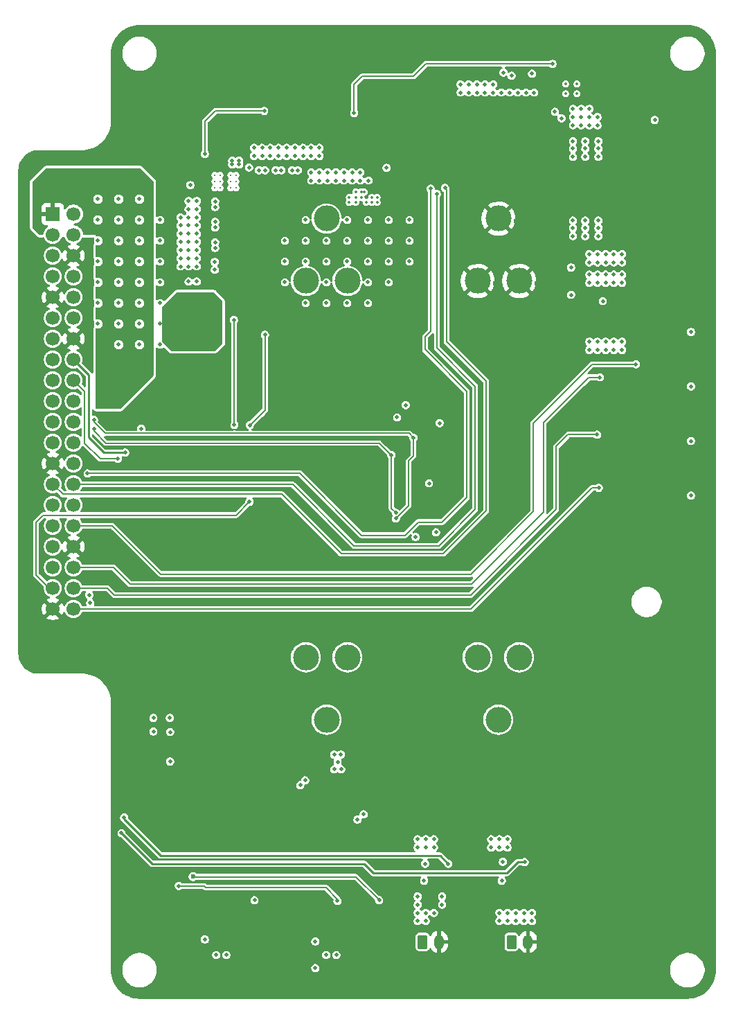
<source format=gbr>
%TF.GenerationSoftware,KiCad,Pcbnew,9.0.5*%
%TF.CreationDate,2025-11-24T08:34:37-05:00*%
%TF.ProjectId,devboard,64657662-6f61-4726-942e-6b696361645f,rev?*%
%TF.SameCoordinates,Original*%
%TF.FileFunction,Copper,L4,Bot*%
%TF.FilePolarity,Positive*%
%FSLAX46Y46*%
G04 Gerber Fmt 4.6, Leading zero omitted, Abs format (unit mm)*
G04 Created by KiCad (PCBNEW 9.0.5) date 2025-11-24 08:34:37*
%MOMM*%
%LPD*%
G01*
G04 APERTURE LIST*
G04 Aperture macros list*
%AMRoundRect*
0 Rectangle with rounded corners*
0 $1 Rounding radius*
0 $2 $3 $4 $5 $6 $7 $8 $9 X,Y pos of 4 corners*
0 Add a 4 corners polygon primitive as box body*
4,1,4,$2,$3,$4,$5,$6,$7,$8,$9,$2,$3,0*
0 Add four circle primitives for the rounded corners*
1,1,$1+$1,$2,$3*
1,1,$1+$1,$4,$5*
1,1,$1+$1,$6,$7*
1,1,$1+$1,$8,$9*
0 Add four rect primitives between the rounded corners*
20,1,$1+$1,$2,$3,$4,$5,0*
20,1,$1+$1,$4,$5,$6,$7,0*
20,1,$1+$1,$6,$7,$8,$9,0*
20,1,$1+$1,$8,$9,$2,$3,0*%
G04 Aperture macros list end*
%TA.AperFunction,ComponentPad*%
%ADD10C,0.300000*%
%TD*%
%TA.AperFunction,ComponentPad*%
%ADD11RoundRect,0.250000X-0.350000X-0.625000X0.350000X-0.625000X0.350000X0.625000X-0.350000X0.625000X0*%
%TD*%
%TA.AperFunction,ComponentPad*%
%ADD12O,1.200000X1.750000*%
%TD*%
%TA.AperFunction,ComponentPad*%
%ADD13C,3.175000*%
%TD*%
%TA.AperFunction,ComponentPad*%
%ADD14R,1.700000X1.700000*%
%TD*%
%TA.AperFunction,ComponentPad*%
%ADD15C,1.700000*%
%TD*%
%TA.AperFunction,ViaPad*%
%ADD16C,0.500000*%
%TD*%
%TA.AperFunction,ViaPad*%
%ADD17C,0.350000*%
%TD*%
%TA.AperFunction,ViaPad*%
%ADD18C,0.600000*%
%TD*%
%TA.AperFunction,Conductor*%
%ADD19C,0.250000*%
%TD*%
%TA.AperFunction,Conductor*%
%ADD20C,0.200000*%
%TD*%
%TA.AperFunction,Conductor*%
%ADD21C,0.150000*%
%TD*%
G04 APERTURE END LIST*
D10*
%TO.P,PS1,4,VOUT*%
%TO.N,/5V_SUPPLY_2*%
X132817887Y-54050834D03*
X132817887Y-54838834D03*
X132817887Y-55625834D03*
X133467887Y-54050834D03*
X133467887Y-54838834D03*
X133467887Y-55625834D03*
%TO.P,PS1,5,SW*%
%TO.N,unconnected-(PS1-SW-Pad5)_1*%
X134767887Y-54050834D03*
%TO.N,unconnected-(PS1-SW-Pad5)_5*%
X134767887Y-54838834D03*
%TO.N,unconnected-(PS1-SW-Pad5)*%
X134767887Y-55625834D03*
%TO.N,unconnected-(PS1-SW-Pad5)_3*%
X135417887Y-54050834D03*
%TO.N,unconnected-(PS1-SW-Pad5)_4*%
X135417887Y-54838834D03*
%TO.N,unconnected-(PS1-SW-Pad5)_2*%
X135417887Y-55625834D03*
%TD*%
D11*
%TO.P,J5,1,Pin_1*%
%TO.N,Net-(D11-K)*%
X169117887Y-147775834D03*
D12*
%TO.P,J5,2,Pin_2*%
%TO.N,GND*%
X171117887Y-147775834D03*
%TD*%
D11*
%TO.P,J1,1,Pin_1*%
%TO.N,Net-(J1-Pin_1)*%
X158231220Y-147775834D03*
D12*
%TO.P,J1,2,Pin_2*%
%TO.N,GND*%
X160231220Y-147775834D03*
%TD*%
D13*
%TO.P,BT2,1,+*%
%TO.N,Net-(BT1--)*%
X170040000Y-113000000D03*
X164960000Y-113000000D03*
X167500000Y-120620000D03*
%TO.P,BT2,2,-*%
%TO.N,GND*%
X167500000Y-59380000D03*
X170040000Y-67000000D03*
X164960000Y-67000000D03*
%TD*%
D14*
%TO.P,J4,1,Pin_1*%
%TO.N,+3V3_SBC*%
X113018000Y-58825900D03*
D15*
%TO.P,J4,2,Pin_2*%
%TO.N,+5V*%
X115558000Y-58825900D03*
%TO.P,J4,3,Pin_3*%
%TO.N,/I2C_SNS_SDA*%
X113018000Y-61365900D03*
%TO.P,J4,4,Pin_4*%
%TO.N,+5V*%
X115558000Y-61365900D03*
%TO.P,J4,5,Pin_5*%
%TO.N,/I2C_SNS_SCL*%
X113018000Y-63905900D03*
%TO.P,J4,6,Pin_6*%
%TO.N,GND*%
X115558000Y-63905900D03*
%TO.P,J4,7,Pin_7*%
%TO.N,unconnected-(J4-Pin_7-Pad7)*%
X113018000Y-66445900D03*
%TO.P,J4,8,Pin_8*%
%TO.N,/UART2_TX_M0*%
X115558000Y-66445900D03*
%TO.P,J4,9,Pin_9*%
%TO.N,GND*%
X113018000Y-68985900D03*
%TO.P,J4,10,Pin_10*%
%TO.N,/UART2_RX_M0*%
X115558000Y-68985900D03*
%TO.P,J4,11,Pin_11*%
%TO.N,unconnected-(J4-Pin_11-Pad11)*%
X113018000Y-71525900D03*
%TO.P,J4,12,Pin_12*%
%TO.N,unconnected-(J4-Pin_12-Pad12)*%
X115558000Y-71525900D03*
%TO.P,J4,13,Pin_13*%
%TO.N,unconnected-(J4-Pin_13-Pad13)*%
X113018000Y-74065900D03*
%TO.P,J4,14,Pin_14*%
%TO.N,GND*%
X115558000Y-74065900D03*
%TO.P,J4,15,Pin_15*%
%TO.N,unconnected-(J4-Pin_15-Pad15)*%
X113018000Y-76605900D03*
%TO.P,J4,16,Pin_16*%
%TO.N,/5V_PA_EN*%
X115558000Y-76605900D03*
%TO.P,J4,17,Pin_17*%
%TO.N,unconnected-(J4-Pin_17-Pad17)*%
X113018000Y-79145900D03*
%TO.P,J4,18,Pin_18*%
%TO.N,/5V_HEATER_EN*%
X115558000Y-79145900D03*
%TO.P,J4,19,Pin_19*%
%TO.N,unconnected-(J4-Pin_19-Pad19)*%
X113018000Y-81685900D03*
%TO.P,J4,20,Pin_20*%
%TO.N,unconnected-(J4-Pin_20-Pad20)*%
X115558000Y-81685900D03*
%TO.P,J4,21,Pin_21*%
%TO.N,unconnected-(J4-Pin_21-Pad21)*%
X113018000Y-84225900D03*
%TO.P,J4,22,Pin_22*%
%TO.N,unconnected-(J4-Pin_22-Pad22)*%
X115558000Y-84225900D03*
%TO.P,J4,23,Pin_23*%
%TO.N,unconnected-(J4-Pin_23-Pad23)*%
X113018000Y-86765900D03*
%TO.P,J4,24,Pin_24*%
%TO.N,unconnected-(J4-Pin_24-Pad24)*%
X115558000Y-86765900D03*
%TO.P,J4,25,Pin_25*%
%TO.N,GND*%
X113018000Y-89305900D03*
%TO.P,J4,26,Pin_26*%
%TO.N,unconnected-(J4-Pin_26-Pad26)*%
X115558000Y-89305900D03*
%TO.P,J4,27,Pin_27*%
%TO.N,/I2C_BATT_SDA*%
X113018000Y-91845900D03*
%TO.P,J4,28,Pin_28*%
%TO.N,/I2C_BATT_SCL*%
X115558000Y-91845900D03*
%TO.P,J4,29,Pin_29*%
%TO.N,unconnected-(J4-Pin_29-Pad29)*%
X113018000Y-94385900D03*
%TO.P,J4,30,Pin_30*%
%TO.N,unconnected-(J4-Pin_30-Pad30)*%
X115558000Y-94385900D03*
%TO.P,J4,31,Pin_31*%
%TO.N,/BATT_ALERT_N*%
X113018000Y-96925900D03*
%TO.P,J4,32,Pin_32*%
%TO.N,/LED1*%
X115558000Y-96925900D03*
%TO.P,J4,33,Pin_33*%
%TO.N,/GPS_WAKE*%
X113018000Y-99465900D03*
%TO.P,J4,34,Pin_34*%
%TO.N,GND*%
X115558000Y-99465900D03*
%TO.P,J4,35,Pin_35*%
%TO.N,/GPS_RST_N*%
X113018000Y-102005900D03*
%TO.P,J4,36,Pin_36*%
%TO.N,/LED2*%
X115558000Y-102005900D03*
%TO.P,J4,37,Pin_37*%
%TO.N,/5V_SNS*%
X113018000Y-104545900D03*
%TO.P,J4,38,Pin_38*%
%TO.N,/LED3*%
X115558000Y-104545900D03*
%TO.P,J4,39,Pin_39*%
%TO.N,GND*%
X113018000Y-107085900D03*
%TO.P,J4,40,Pin_40*%
%TO.N,/LED4*%
X115558000Y-107085900D03*
%TD*%
D13*
%TO.P,BT1,1,+*%
%TO.N,+VBAT*%
X143960000Y-67000000D03*
X149040000Y-67000000D03*
X146500000Y-59380000D03*
%TO.P,BT1,2,-*%
%TO.N,Net-(BT1--)*%
X146500000Y-120620000D03*
X143960000Y-113000000D03*
X149040000Y-113000000D03*
%TD*%
D16*
%TO.N,+VBAT*%
X149017887Y-59545834D03*
X151557887Y-69705834D03*
X146477887Y-69705834D03*
D17*
X149267887Y-56775834D03*
D16*
X149017887Y-62085834D03*
X146477887Y-64625834D03*
X151557887Y-62085834D03*
X154097887Y-59545834D03*
X146477887Y-62085834D03*
D17*
X151992887Y-57425834D03*
D16*
X154097887Y-64625834D03*
D17*
X152667887Y-56775834D03*
D16*
X141397887Y-64625834D03*
X156637887Y-62085834D03*
D17*
X152667887Y-57425834D03*
D16*
X143937887Y-64625834D03*
D17*
X151317887Y-57375834D03*
D16*
X143937887Y-62085834D03*
X141397887Y-62085834D03*
D17*
X151992887Y-56775834D03*
D16*
X149017887Y-64625834D03*
X146477887Y-67165834D03*
X156637887Y-64625834D03*
D17*
X149267887Y-57425834D03*
D16*
X149017887Y-69705834D03*
D17*
X150042887Y-57425834D03*
X150042887Y-56775834D03*
D16*
X143937887Y-59545834D03*
X151557887Y-67165834D03*
X156637887Y-59545834D03*
X151557887Y-64625834D03*
X154097887Y-62085834D03*
X154097887Y-67165834D03*
X151557887Y-59545834D03*
X141397887Y-67165834D03*
X143937887Y-69705834D03*
D17*
X150728145Y-56834244D03*
D18*
%TO.N,GND*%
X164577887Y-47005834D03*
X118857887Y-100345834D03*
X139177887Y-69865834D03*
X126477887Y-130825834D03*
X111237887Y-90185834D03*
X164577887Y-54625834D03*
X126477887Y-143525834D03*
X177277887Y-143525834D03*
X154417887Y-153685834D03*
D16*
X169867887Y-51225834D03*
X135817887Y-62975834D03*
D18*
X123937887Y-49545834D03*
X192517887Y-54625834D03*
X126477887Y-49545834D03*
X144257887Y-100345834D03*
X192517887Y-138445834D03*
D16*
X138617887Y-58225834D03*
D18*
X123937887Y-143525834D03*
X179817887Y-151145834D03*
X174737887Y-151145834D03*
X184897887Y-57165834D03*
X179817887Y-39385834D03*
X131557887Y-41925834D03*
X111237887Y-107965834D03*
X184897887Y-54625834D03*
D16*
X138617887Y-64225834D03*
D18*
X192517887Y-82565834D03*
X109647887Y-62085834D03*
D16*
X171867887Y-63975834D03*
X137017887Y-54105834D03*
D18*
X126477887Y-52085834D03*
X109647887Y-79865834D03*
D16*
X169867887Y-54475834D03*
D18*
X189977887Y-138445834D03*
X126477887Y-44465834D03*
X146797887Y-92725834D03*
X139177887Y-97805834D03*
X111237887Y-113045834D03*
X174737887Y-153685834D03*
X162037887Y-62245834D03*
X167117887Y-54625834D03*
D16*
X169867887Y-56475834D03*
D18*
X172197887Y-67325834D03*
X192517887Y-107965834D03*
X177277887Y-151145834D03*
D16*
X168617887Y-38750834D03*
D18*
X167117887Y-39385834D03*
X139177887Y-49545834D03*
X121397887Y-49545834D03*
X131557887Y-151145834D03*
X109647887Y-91295834D03*
X126477887Y-39385834D03*
X192517887Y-92725834D03*
X187437887Y-57165834D03*
X109647887Y-106535834D03*
D16*
X155158758Y-96751142D03*
D18*
X123937887Y-138445834D03*
X136637887Y-67325834D03*
D16*
X155003780Y-50166360D03*
D18*
X139177887Y-36845834D03*
X111237887Y-110505834D03*
X179817887Y-143525834D03*
X192517887Y-113045834D03*
X192517887Y-146065834D03*
X162037887Y-54625834D03*
X126477887Y-146065834D03*
X189977887Y-133365834D03*
X109647887Y-74785834D03*
X172197887Y-153685834D03*
X139177887Y-95265834D03*
X109647887Y-57005834D03*
D16*
X178615387Y-41500834D03*
X137617887Y-64225834D03*
D18*
X134097887Y-44465834D03*
X162037887Y-153685834D03*
D16*
X135817887Y-57275834D03*
D18*
X184897887Y-69865834D03*
X121397887Y-47005834D03*
X192517887Y-123205834D03*
X136637887Y-39385834D03*
D16*
X132717887Y-53275834D03*
D18*
X167117887Y-47005834D03*
X184897887Y-146065834D03*
X121397887Y-41925834D03*
X192517887Y-148605834D03*
X177277887Y-146065834D03*
X159497887Y-151145834D03*
X123937887Y-44465834D03*
X151877887Y-151145834D03*
X169657887Y-69865834D03*
X187437887Y-69865834D03*
X134097887Y-41925834D03*
X187437887Y-135905834D03*
D16*
X142967887Y-55375834D03*
D18*
X189977887Y-67325834D03*
D16*
X152667887Y-75375834D03*
D18*
X113777887Y-52085834D03*
X177277887Y-148605834D03*
D16*
X170867887Y-54475834D03*
D18*
X164577887Y-39385834D03*
X151877887Y-36845834D03*
X162037887Y-57165834D03*
X164577887Y-57165834D03*
D16*
X137292887Y-45225834D03*
D18*
X179817887Y-153685834D03*
X167117887Y-52085834D03*
X192517887Y-120665834D03*
X192517887Y-69865834D03*
D16*
X151267887Y-76225834D03*
D18*
X151877887Y-92725834D03*
D16*
X154467887Y-75675834D03*
D18*
X109647887Y-86215834D03*
X192517887Y-90185834D03*
X187437887Y-148605834D03*
X111237887Y-105425834D03*
X123937887Y-102885834D03*
D16*
X169867887Y-55475834D03*
D18*
X192517887Y-67325834D03*
D17*
X175717887Y-41625834D03*
D18*
X182357887Y-143525834D03*
D16*
X170867887Y-56475834D03*
D18*
X149337887Y-153685834D03*
D16*
X138267887Y-55375834D03*
X135817887Y-59775834D03*
D18*
X187437887Y-44465834D03*
X192517887Y-57165834D03*
X146797887Y-153685834D03*
D16*
X179820387Y-43050834D03*
D18*
X111237887Y-85105834D03*
X169657887Y-62245834D03*
D16*
X171867887Y-60975834D03*
D18*
X192517887Y-135905834D03*
X192517887Y-128285834D03*
D16*
X159367887Y-74175834D03*
D18*
X189977887Y-130825834D03*
D16*
X137617887Y-59225834D03*
D18*
X109647887Y-109075834D03*
X159497887Y-153685834D03*
D16*
X137617887Y-61225834D03*
D18*
X109647887Y-69705834D03*
X164577887Y-151145834D03*
D16*
X170867887Y-55475834D03*
D18*
X189977887Y-140985834D03*
X134097887Y-135905834D03*
X156957887Y-153685834D03*
X192517887Y-74945834D03*
X184897887Y-143525834D03*
X169657887Y-36845834D03*
X182357887Y-36845834D03*
X174737887Y-148605834D03*
X116317887Y-113045834D03*
X162037887Y-59705834D03*
X187437887Y-138445834D03*
X187437887Y-133365834D03*
D16*
X159867887Y-94825834D03*
X138967887Y-55375834D03*
D18*
X121397887Y-44465834D03*
X177277887Y-153685834D03*
X192517887Y-102885834D03*
X162037887Y-69865834D03*
X177277887Y-36845834D03*
X134097887Y-39385834D03*
D16*
X170867887Y-51225834D03*
D18*
X192517887Y-49545834D03*
X184897887Y-59705834D03*
X164577887Y-52085834D03*
X184897887Y-135905834D03*
D16*
X135817887Y-57975834D03*
D18*
X189977887Y-143525834D03*
D16*
X135617887Y-150975834D03*
X170867887Y-61975834D03*
D18*
X174737887Y-39385834D03*
X139177887Y-39385834D03*
X167117887Y-67325834D03*
X187437887Y-41925834D03*
D16*
X137617887Y-60225834D03*
D18*
X162037887Y-148605834D03*
D16*
X137617887Y-62225834D03*
D18*
X192517887Y-100345834D03*
X121397887Y-140985834D03*
X162037887Y-39385834D03*
X121397887Y-148605834D03*
X129017887Y-36845834D03*
X187437887Y-54625834D03*
X123937887Y-52085834D03*
X184897887Y-138445834D03*
X164577887Y-59705834D03*
X136637887Y-36845834D03*
D16*
X130242887Y-49325834D03*
D18*
X167117887Y-69865834D03*
X146797887Y-36845834D03*
D17*
X177117887Y-41625834D03*
D18*
X109647887Y-59545834D03*
X164577887Y-49545834D03*
X187437887Y-146065834D03*
D16*
X170867887Y-59975834D03*
D18*
X154417887Y-146065834D03*
X151877887Y-39385834D03*
X141717887Y-39385834D03*
D16*
X156317887Y-86225834D03*
D18*
X136637887Y-47005834D03*
X189977887Y-54625834D03*
X109647887Y-96375834D03*
X187437887Y-59705834D03*
X192517887Y-118125834D03*
D16*
X155617887Y-51425834D03*
D18*
X131557887Y-133365834D03*
X126477887Y-151145834D03*
X126477887Y-41925834D03*
X192517887Y-80025834D03*
X162037887Y-146065834D03*
X192517887Y-140985834D03*
X192517887Y-41925834D03*
X116317887Y-110505834D03*
X189977887Y-59705834D03*
X192517887Y-72405834D03*
X141717887Y-95265834D03*
X129017887Y-133365834D03*
X121397887Y-52085834D03*
X192517887Y-143525834D03*
X192517887Y-115585834D03*
D16*
X157817887Y-82125834D03*
D18*
X184897887Y-140985834D03*
X126477887Y-97805834D03*
D16*
X171867887Y-62975834D03*
D18*
X109647887Y-101455834D03*
X109647887Y-111615834D03*
X187437887Y-36845834D03*
X167117887Y-36845834D03*
X169657887Y-59705834D03*
D16*
X135617887Y-147475834D03*
D18*
X184897887Y-36845834D03*
X192517887Y-110505834D03*
X121397887Y-143525834D03*
X109647887Y-103995834D03*
D16*
X137617887Y-63225834D03*
D18*
X162037887Y-36845834D03*
D16*
X170867887Y-49225834D03*
D18*
X134097887Y-153685834D03*
X164577887Y-64785834D03*
X167117887Y-151145834D03*
X189977887Y-62245834D03*
D16*
X135817887Y-64775834D03*
D18*
X118857887Y-113045834D03*
X109647887Y-93835834D03*
D16*
X154992887Y-90754070D03*
D18*
X182357887Y-140985834D03*
X189977887Y-69865834D03*
X131557887Y-36845834D03*
X192517887Y-59705834D03*
D16*
X137617887Y-65225834D03*
D18*
X156957887Y-36845834D03*
D16*
X138617887Y-63225834D03*
X149117887Y-150975834D03*
X137617887Y-57225834D03*
D18*
X172197887Y-36845834D03*
X159497887Y-36845834D03*
X131557887Y-44465834D03*
X189977887Y-146065834D03*
X126477887Y-36845834D03*
X159497887Y-39385834D03*
X126477887Y-148605834D03*
X162037887Y-151145834D03*
X154417887Y-148605834D03*
X192517887Y-62245834D03*
D16*
X171867887Y-59975834D03*
D18*
X187437887Y-151145834D03*
X146797887Y-39385834D03*
X187437887Y-143525834D03*
X136637887Y-41925834D03*
X121397887Y-138445834D03*
D16*
X138617887Y-62225834D03*
D18*
X189977887Y-64785834D03*
X149337887Y-92725834D03*
X109647887Y-72245834D03*
X187437887Y-52085834D03*
X174737887Y-143525834D03*
D16*
X135817887Y-62275834D03*
D18*
X182357887Y-138445834D03*
D16*
X131467887Y-53275834D03*
X158967887Y-53075834D03*
D18*
X192517887Y-85105834D03*
D16*
X169867887Y-52225834D03*
D18*
X149337887Y-39385834D03*
X109647887Y-64625834D03*
X131557887Y-153685834D03*
X192517887Y-44465834D03*
X174737887Y-146065834D03*
X113777887Y-110505834D03*
X192517887Y-95265834D03*
X151877887Y-153685834D03*
X189977887Y-47005834D03*
X167117887Y-57165834D03*
X118857887Y-110505834D03*
X187437887Y-39385834D03*
X146797887Y-100345834D03*
X169657887Y-151145834D03*
X129017887Y-44465834D03*
X126477887Y-47005834D03*
D16*
X128992887Y-51025834D03*
D18*
X126477887Y-140985834D03*
X111237887Y-52085834D03*
X129017887Y-148605834D03*
X179817887Y-140985834D03*
X177277887Y-39385834D03*
X189977887Y-52085834D03*
X182357887Y-151145834D03*
D16*
X171617887Y-39775834D03*
X170867887Y-50225834D03*
D18*
X126477887Y-153685834D03*
D16*
X170867887Y-58475834D03*
D18*
X121397887Y-135905834D03*
X164577887Y-36845834D03*
X129017887Y-49545834D03*
X111237887Y-82565834D03*
X156957887Y-39385834D03*
X187437887Y-62245834D03*
X189977887Y-57165834D03*
X126477887Y-123205834D03*
X129017887Y-135905834D03*
X172197887Y-151145834D03*
D16*
X133317887Y-53275834D03*
D18*
X156957887Y-151145834D03*
D16*
X134067887Y-49025834D03*
D18*
X187437887Y-49545834D03*
D16*
X135367887Y-48100834D03*
D18*
X149337887Y-36845834D03*
X164577887Y-69865834D03*
X189977887Y-135905834D03*
D16*
X170817887Y-47125834D03*
X135817887Y-60475834D03*
D18*
X169657887Y-64785834D03*
X154417887Y-36845834D03*
X182357887Y-146065834D03*
D16*
X148917887Y-147375834D03*
D18*
X136637887Y-49545834D03*
X109647887Y-54465834D03*
X109647887Y-77325834D03*
X169657887Y-153685834D03*
D16*
X170867887Y-57475834D03*
D18*
X184897887Y-153685834D03*
X184897887Y-39385834D03*
X192517887Y-52085834D03*
X179817887Y-148605834D03*
X192517887Y-47005834D03*
D16*
X169867887Y-53225834D03*
D18*
X131557887Y-39385834D03*
X187437887Y-153685834D03*
X192517887Y-130825834D03*
D16*
X142267887Y-55375834D03*
D18*
X179817887Y-146065834D03*
D16*
X170017887Y-46325834D03*
D18*
X162037887Y-67325834D03*
D16*
X140267887Y-55375834D03*
D18*
X189977887Y-44465834D03*
X139177887Y-67325834D03*
D16*
X170867887Y-63975834D03*
X138617887Y-65225834D03*
D18*
X192517887Y-77485834D03*
X123937887Y-87645834D03*
X134097887Y-36845834D03*
X156957887Y-69865834D03*
D16*
X138617887Y-57225834D03*
D18*
X109647887Y-88755834D03*
D16*
X171867887Y-61975834D03*
D18*
X141717887Y-153685834D03*
D16*
X140967887Y-55375834D03*
D18*
X109647887Y-81770834D03*
X129017887Y-47005834D03*
D16*
X170867887Y-62975834D03*
X169867887Y-57475834D03*
D18*
X154417887Y-143525834D03*
X192517887Y-64785834D03*
X167117887Y-62245834D03*
X192517887Y-125745834D03*
X109647887Y-98915834D03*
X164577887Y-148605834D03*
X154417887Y-151145834D03*
X118857887Y-52085834D03*
D16*
X170867887Y-52225834D03*
D18*
X139177887Y-153685834D03*
X141717887Y-36845834D03*
D16*
X138617887Y-60225834D03*
D18*
X164577887Y-153685834D03*
X189977887Y-49545834D03*
D16*
X170867887Y-60975834D03*
D18*
X111237887Y-80025834D03*
X123937887Y-140985834D03*
X129017887Y-39385834D03*
X192517887Y-105425834D03*
X116317887Y-52085834D03*
X141717887Y-57165834D03*
X121397887Y-100345834D03*
D16*
X138617887Y-59225834D03*
D18*
X172197887Y-69865834D03*
X111237887Y-87645834D03*
X139177887Y-107965834D03*
D16*
X169867887Y-49225834D03*
D18*
X184897887Y-148605834D03*
X167117887Y-49545834D03*
X164577887Y-146065834D03*
X134097887Y-47005834D03*
X187437887Y-64785834D03*
D16*
X137617887Y-58225834D03*
X169867887Y-50225834D03*
D18*
X109647887Y-67165834D03*
X164577887Y-143525834D03*
X187437887Y-140985834D03*
X189977887Y-41925834D03*
X182357887Y-39385834D03*
X144257887Y-36845834D03*
X109647887Y-83675834D03*
X174737887Y-36845834D03*
D16*
X138617887Y-61225834D03*
X133867887Y-52375834D03*
D18*
X129017887Y-41925834D03*
X111237887Y-92725834D03*
D16*
X154729421Y-53407068D03*
D18*
X167117887Y-153685834D03*
X113777887Y-113045834D03*
X123937887Y-41925834D03*
X192517887Y-97805834D03*
X121397887Y-146065834D03*
X182357887Y-148605834D03*
X123937887Y-146065834D03*
X144257887Y-39385834D03*
X154417887Y-140985834D03*
D16*
X173442887Y-65350834D03*
D18*
X192517887Y-133365834D03*
X184897887Y-151145834D03*
X192517887Y-87645834D03*
X154417887Y-39385834D03*
X167117887Y-64785834D03*
X162037887Y-64785834D03*
D16*
X170867887Y-53225834D03*
X173442887Y-68700834D03*
X133867887Y-53025834D03*
D18*
X182357887Y-153685834D03*
X126477887Y-133365834D03*
D16*
X148292887Y-45225834D03*
X135792887Y-65825834D03*
D18*
X131557887Y-135905834D03*
X126477887Y-54625834D03*
X164577887Y-62245834D03*
X179817887Y-36845834D03*
X123937887Y-47005834D03*
D16*
X138817887Y-71875834D03*
%TO.N,+5V*%
X132617887Y-72225834D03*
X179617887Y-75425834D03*
X118537887Y-59545834D03*
X132617887Y-74225834D03*
X121077887Y-62085834D03*
X167917887Y-140288334D03*
X128617887Y-74225834D03*
X127617887Y-72225834D03*
X129617887Y-72225834D03*
X126157887Y-72245834D03*
X127617887Y-71225834D03*
X178617887Y-75425834D03*
X168042887Y-137975834D03*
X130617887Y-73225834D03*
X157617887Y-135225834D03*
X191055387Y-86559167D03*
X191055387Y-79892501D03*
X118537887Y-72245834D03*
X132617887Y-71225834D03*
X166617887Y-136225834D03*
X123617887Y-69705834D03*
X118537887Y-57005834D03*
X128617887Y-72225834D03*
X126157887Y-59545834D03*
X191055387Y-73225834D03*
X168617887Y-136225834D03*
X182617887Y-74425834D03*
X127617887Y-73225834D03*
X121077887Y-59545834D03*
X180617887Y-75425834D03*
X129617887Y-73225834D03*
X181617887Y-74425834D03*
X123617887Y-67165834D03*
X159617887Y-135225834D03*
X118537887Y-69705834D03*
X158617887Y-135225834D03*
X123617887Y-74785834D03*
X157617887Y-136225834D03*
X180617887Y-74425834D03*
X126157887Y-74785834D03*
X121077887Y-57005834D03*
X126157887Y-67165834D03*
X121077887Y-72245834D03*
X131617887Y-72225834D03*
X191055387Y-93225834D03*
X158542887Y-138225834D03*
X179617887Y-74425834D03*
X158417887Y-140288334D03*
X121077887Y-69705834D03*
X123617887Y-64625834D03*
X132617887Y-70225834D03*
X123617887Y-72245834D03*
X159617887Y-136225834D03*
X130617887Y-74225834D03*
X182617887Y-75425834D03*
X127617887Y-70225834D03*
X178617887Y-74425834D03*
X123617887Y-59545834D03*
X167617887Y-135225834D03*
X126157887Y-69705834D03*
X127617887Y-74225834D03*
X126157887Y-64625834D03*
X131617887Y-74225834D03*
X118537887Y-67165834D03*
X126157887Y-62085834D03*
X181617887Y-75425834D03*
X158617887Y-136225834D03*
X118537887Y-64625834D03*
X121077887Y-67165834D03*
X123617887Y-62085834D03*
X128617887Y-73225834D03*
X118537887Y-62085834D03*
X121077887Y-64625834D03*
X167617887Y-136225834D03*
X132617887Y-73225834D03*
X129617887Y-74225834D03*
X130617887Y-72225834D03*
X123617887Y-57005834D03*
X168617887Y-135225834D03*
X121077887Y-74785834D03*
X166617887Y-135225834D03*
X131617887Y-73225834D03*
%TO.N,Net-(D11-K)*%
X171617887Y-145225834D03*
X170617887Y-145225834D03*
X170617887Y-144225834D03*
X167617887Y-144225834D03*
X169617887Y-145225834D03*
X169617887Y-144225834D03*
X167617887Y-145225834D03*
X171617887Y-144225834D03*
X168617887Y-145225834D03*
X168617887Y-144225834D03*
%TO.N,/5V_HEATER_EN*%
X120967887Y-88725834D03*
X117592887Y-106350834D03*
X121417887Y-134475834D03*
X170717887Y-138025834D03*
%TO.N,/GPS_WAKE*%
X152919387Y-142680834D03*
D18*
X130167887Y-139775834D03*
D16*
%TO.N,/GPS_RST_N*%
X147817887Y-142775834D03*
X128417887Y-140925834D03*
%TO.N,Net-(D10-K)*%
X176617887Y-46975834D03*
X174417887Y-46325834D03*
X176617887Y-45975834D03*
X178617887Y-46975834D03*
X178117887Y-49925834D03*
X177617887Y-46975834D03*
X175217887Y-47125834D03*
X176617887Y-49925834D03*
X179617887Y-47975834D03*
X178617887Y-47975834D03*
X177617887Y-45975834D03*
X176617887Y-51825834D03*
X178117887Y-50825834D03*
X179717887Y-50825834D03*
X179717887Y-51825834D03*
D17*
X175717887Y-44125834D03*
D16*
X176617887Y-47975834D03*
X178617887Y-45975834D03*
X179617887Y-46975834D03*
D17*
X177117887Y-44125834D03*
D16*
X179717887Y-49925834D03*
X177617887Y-47975834D03*
X178117887Y-51825834D03*
X176617887Y-50825834D03*
%TO.N,Net-(J1-Pin_1)*%
X157617887Y-145225834D03*
X157617887Y-142225834D03*
X160617887Y-143225834D03*
X157617887Y-143225834D03*
X157617887Y-144225834D03*
X160617887Y-142225834D03*
X158617887Y-145225834D03*
X159617887Y-144225834D03*
X158617887Y-144225834D03*
%TO.N,+3V3_SBC*%
X156167887Y-82175834D03*
X148267887Y-126675834D03*
X120617887Y-79225834D03*
X159867887Y-97725834D03*
X123817887Y-85050834D03*
X153817887Y-53175834D03*
X120617887Y-81225834D03*
X121617887Y-80225834D03*
X122617887Y-79225834D03*
X147417887Y-126675834D03*
X131617887Y-147475834D03*
X159017887Y-91725834D03*
X122617887Y-78225834D03*
X155117887Y-83675834D03*
X120617887Y-78225834D03*
X121617887Y-79225834D03*
X147839387Y-125770834D03*
X145117887Y-150975834D03*
X147417887Y-124875834D03*
X157367887Y-98275834D03*
X145117887Y-147725834D03*
X148217887Y-124875834D03*
X135217887Y-84575834D03*
X160317887Y-84375834D03*
X121617887Y-78225834D03*
X135167887Y-71775834D03*
X120617887Y-80225834D03*
%TO.N,/I2C_SNS_SDA*%
X143867887Y-128025834D03*
X146439554Y-149375834D03*
X151017887Y-132175834D03*
X118042887Y-83975834D03*
X154967887Y-96025834D03*
X157117887Y-86175834D03*
X132992887Y-149375834D03*
%TO.N,/I2C_SNS_SCL*%
X134242887Y-149375834D03*
X154417887Y-88275834D03*
X147689554Y-149375834D03*
X154967887Y-95325834D03*
X143267887Y-128625834D03*
X118061300Y-85082421D03*
X150267887Y-132825834D03*
%TO.N,/5V_PA_EN*%
X121742887Y-132575834D03*
X121867887Y-87975834D03*
X117467887Y-105375834D03*
X161367887Y-138225834D03*
%TO.N,+PACK*%
X142617887Y-51725834D03*
X141617887Y-50725834D03*
X169117887Y-41925834D03*
X171867887Y-43975834D03*
X171617887Y-41675834D03*
X145617887Y-51725834D03*
X146617887Y-54725834D03*
X151617887Y-54725834D03*
D17*
X151117887Y-56125834D03*
D16*
X138617887Y-51725834D03*
X142267887Y-53475834D03*
X135797887Y-52775834D03*
X138217887Y-53475834D03*
X146617887Y-53725834D03*
X134957887Y-52775834D03*
X166867887Y-42975834D03*
X162867887Y-42975834D03*
D17*
X150717887Y-56125834D03*
D16*
X164867887Y-43975834D03*
X150617887Y-53725834D03*
X144617887Y-51725834D03*
X149617887Y-53725834D03*
X144617887Y-54725834D03*
X144617887Y-53725834D03*
X166867887Y-43975834D03*
X137017887Y-53145834D03*
X140267887Y-53475834D03*
X148617887Y-54725834D03*
X143617887Y-51725834D03*
X137617887Y-50725834D03*
X164867887Y-42975834D03*
X137617887Y-51725834D03*
X143617887Y-50725834D03*
X162867887Y-43975834D03*
X139617887Y-51725834D03*
X138967887Y-53475834D03*
X163867887Y-42975834D03*
X145617887Y-53725834D03*
X149617887Y-54725834D03*
X148617887Y-53725834D03*
X165867887Y-43975834D03*
X167867887Y-43975834D03*
X163867887Y-43975834D03*
X140617887Y-51725834D03*
X168117887Y-41525834D03*
X135797887Y-52285834D03*
X147617887Y-54725834D03*
X165867887Y-42975834D03*
D17*
X150042887Y-56125834D03*
D16*
X140617887Y-50725834D03*
X141617887Y-51725834D03*
X140967887Y-53475834D03*
X147617887Y-53725834D03*
X142617887Y-50725834D03*
D17*
X177117887Y-42925834D03*
D16*
X145617887Y-54725834D03*
X145617887Y-50725834D03*
X134957887Y-52305834D03*
X170867887Y-43975834D03*
X168867887Y-43975834D03*
X144617887Y-50725834D03*
D17*
X175717887Y-42910834D03*
D16*
X150617887Y-54725834D03*
X138617887Y-50725834D03*
X169867887Y-43975834D03*
X142967887Y-53475834D03*
X139617887Y-50725834D03*
%TO.N,/LED1*%
X184317887Y-77175834D03*
%TO.N,/LED2*%
X179917887Y-78775834D03*
%TO.N,/LED3*%
X179567887Y-85775834D03*
%TO.N,/LED4*%
X179767887Y-92275834D03*
%TO.N,/GPS_RX*%
X125317887Y-122075834D03*
X137679387Y-142680834D03*
%TO.N,/UART2_TX_M0*%
X125317887Y-120400834D03*
%TO.N,/UART2_RX_M0*%
X127317887Y-120400834D03*
%TO.N,/GPS_TX*%
X127367887Y-125725834D03*
X127367887Y-122125834D03*
%TO.N,/REG2_EN*%
X138867887Y-46225834D03*
X131617887Y-51475834D03*
%TO.N,/REG1_EN*%
X174117887Y-40475834D03*
X149867887Y-46475834D03*
%TO.N,/5V_SNS*%
X138967887Y-73575834D03*
X137067887Y-93975834D03*
X137117887Y-84625834D03*
%TO.N,/I2C_BATT_SCL*%
X159967887Y-56375834D03*
%TO.N,/I2C_BATT_SDA*%
X160967887Y-55625834D03*
%TO.N,/BATT_ALERT_N*%
X159217887Y-55725834D03*
X117267887Y-90525834D03*
%TO.N,/5V_SUPPLY_1*%
X182617887Y-67225834D03*
X178617887Y-66225834D03*
X179617887Y-63725834D03*
X178117887Y-60525834D03*
X176617887Y-60525834D03*
X181617887Y-63725834D03*
X178617887Y-63725834D03*
X179717887Y-60525834D03*
X179617887Y-67225834D03*
X181617887Y-64725834D03*
X178117887Y-61525834D03*
X179617887Y-66225834D03*
X178117887Y-59625834D03*
X186617887Y-47325834D03*
X178617887Y-67225834D03*
X180617887Y-66225834D03*
X176617887Y-61525834D03*
X178617887Y-64725834D03*
X179717887Y-61525834D03*
X176392887Y-68700834D03*
X180617887Y-64725834D03*
X182617887Y-66225834D03*
X180267887Y-69463334D03*
X181617887Y-66225834D03*
X182617887Y-63725834D03*
X182617887Y-64725834D03*
X181617887Y-67225834D03*
X180617887Y-63725834D03*
X179617887Y-64725834D03*
X179717887Y-59625834D03*
X180617887Y-67225834D03*
X176617887Y-59625834D03*
X176392887Y-65350834D03*
%TO.N,/5V_SUPPLY_2*%
X132867887Y-59775834D03*
X132867887Y-62975834D03*
X128617887Y-61225834D03*
X130617887Y-61225834D03*
X132825139Y-65625834D03*
X128617887Y-59225834D03*
X130617887Y-65225834D03*
X129617887Y-58225834D03*
X128617887Y-65225834D03*
X132867887Y-60475834D03*
X130617887Y-59225834D03*
X130617887Y-62225834D03*
X132867887Y-57975834D03*
X128617887Y-60225834D03*
X129617887Y-62225834D03*
X129617887Y-59225834D03*
X129617887Y-67075834D03*
X130617887Y-63225834D03*
X130617887Y-64225834D03*
X130617887Y-57225834D03*
X128617887Y-64225834D03*
X130617887Y-67075834D03*
X129617887Y-57225834D03*
X128617887Y-62225834D03*
X132867887Y-62275834D03*
X129617887Y-65225834D03*
X132817887Y-64675834D03*
X129617887Y-60225834D03*
X129617887Y-61225834D03*
X129842887Y-55275834D03*
X130617887Y-58225834D03*
X128617887Y-63225834D03*
X129617887Y-63225834D03*
X130617887Y-60225834D03*
X129617887Y-64225834D03*
X132867887Y-57275834D03*
%TD*%
D19*
%TO.N,/5V_HEATER_EN*%
X151067887Y-138225834D02*
X125167887Y-138225834D01*
X169867887Y-138025834D02*
X168517887Y-139375834D01*
D20*
X115558000Y-79145900D02*
X116917887Y-80505787D01*
D19*
X152217887Y-139375834D02*
X151067887Y-138225834D01*
D20*
X116917887Y-80505787D02*
X116917887Y-86825834D01*
D19*
X170717887Y-138025834D02*
X169867887Y-138025834D01*
D20*
X116917887Y-86825834D02*
X118817887Y-88725834D01*
D19*
X125167887Y-138225834D02*
X121417887Y-134475834D01*
X168517887Y-139375834D02*
X152217887Y-139375834D01*
D20*
X118817887Y-88725834D02*
X120967887Y-88725834D01*
%TO.N,/GPS_WAKE*%
X130217887Y-139825834D02*
X150064387Y-139825834D01*
X130217887Y-139825834D02*
X130167887Y-139775834D01*
X152919387Y-142680834D02*
X150064387Y-139825834D01*
%TO.N,/GPS_RST_N*%
X131567887Y-140975834D02*
X128467887Y-140975834D01*
X128467887Y-140975834D02*
X128417887Y-140925834D01*
X147817887Y-142525834D02*
X146417887Y-141125834D01*
X146417887Y-141125834D02*
X131717887Y-141125834D01*
X147817887Y-142775834D02*
X147817887Y-142525834D01*
X131717887Y-141125834D02*
X131567887Y-140975834D01*
%TO.N,+3V3_SBC*%
X135167887Y-84525834D02*
X135217887Y-84575834D01*
X135167887Y-71775834D02*
X135167887Y-84525834D01*
D21*
%TO.N,/I2C_SNS_SDA*%
X156567887Y-85625834D02*
X119417887Y-85625834D01*
X157117887Y-88375834D02*
X156517887Y-88975834D01*
X118042887Y-84250834D02*
X118042887Y-83975834D01*
X157117887Y-86175834D02*
X157117887Y-88375834D01*
X157117887Y-86175834D02*
X156567887Y-85625834D01*
X156517887Y-88975834D02*
X156517887Y-94475834D01*
X156517887Y-94475834D02*
X154967887Y-96025834D01*
X119417887Y-85625834D02*
X118042887Y-84250834D01*
%TO.N,/I2C_SNS_SCL*%
X118061300Y-85082421D02*
X118061300Y-85369247D01*
X154417887Y-88275834D02*
X154417887Y-94775834D01*
X152967887Y-86825834D02*
X154417887Y-88275834D01*
X154417887Y-94775834D02*
X154967887Y-95325834D01*
X118061300Y-85369247D02*
X119517887Y-86825834D01*
X119517887Y-86825834D02*
X152967887Y-86825834D01*
D19*
%TO.N,/5V_PA_EN*%
X117417887Y-78465787D02*
X117417887Y-86125834D01*
X121742887Y-132750834D02*
X121742887Y-132575834D01*
X117417887Y-86125834D02*
X119267887Y-87975834D01*
X115558000Y-76605900D02*
X117417887Y-78465787D01*
X161367887Y-138225834D02*
X160367887Y-137225834D01*
X126217887Y-137225834D02*
X121742887Y-132750834D01*
X160367887Y-137225834D02*
X126217887Y-137225834D01*
X119267887Y-87975834D02*
X121867887Y-87975834D01*
D20*
%TO.N,/LED1*%
X164117887Y-102825834D02*
X171767887Y-95175834D01*
X171767887Y-84375834D02*
X178967887Y-77175834D01*
X115558000Y-96925900D02*
X120317953Y-96925900D01*
X171767887Y-95175834D02*
X171767887Y-84375834D01*
X178967887Y-77175834D02*
X184317887Y-77175834D01*
X126217887Y-102825834D02*
X164117887Y-102825834D01*
X120317953Y-96925900D02*
X126217887Y-102825834D01*
%TO.N,/LED2*%
X122467887Y-104025834D02*
X120447953Y-102005900D01*
X164217887Y-104025834D02*
X122467887Y-104025834D01*
X178567887Y-78775834D02*
X173017887Y-84325834D01*
X173017887Y-84325834D02*
X173017887Y-95225834D01*
X173017887Y-95225834D02*
X164217887Y-104025834D01*
X179917887Y-78775834D02*
X178567887Y-78775834D01*
X120447953Y-102005900D02*
X115558000Y-102005900D01*
%TO.N,/LED3*%
X164097821Y-105395900D02*
X174567887Y-94925834D01*
X115558000Y-104545900D02*
X119687953Y-104545900D01*
X119687953Y-104545900D02*
X120537953Y-105395900D01*
X174567887Y-87225834D02*
X176017887Y-85775834D01*
X120537953Y-105395900D02*
X164097821Y-105395900D01*
X176017887Y-85775834D02*
X179567887Y-85775834D01*
X174567887Y-94925834D02*
X174567887Y-87225834D01*
%TO.N,/LED4*%
X178967887Y-92275834D02*
X164157821Y-107085900D01*
X164157821Y-107085900D02*
X115558000Y-107085900D01*
X179767887Y-92275834D02*
X178967887Y-92275834D01*
%TO.N,/REG2_EN*%
X138867887Y-46225834D02*
X132867887Y-46225834D01*
X131617887Y-47475834D02*
X131617887Y-51475834D01*
X132867887Y-46225834D02*
X131617887Y-47475834D01*
%TO.N,/REG1_EN*%
X157117887Y-41975834D02*
X150867887Y-41975834D01*
X174117887Y-40475834D02*
X158617887Y-40475834D01*
X158617887Y-40475834D02*
X157117887Y-41975834D01*
X149867887Y-46475834D02*
X149867887Y-42975834D01*
X149867887Y-42975834D02*
X150867887Y-41975834D01*
%TO.N,/5V_SNS*%
X137067887Y-93975834D02*
X135417887Y-95625834D01*
X135417887Y-95625834D02*
X111817887Y-95625834D01*
X112587953Y-104545900D02*
X113018000Y-104545900D01*
X138967887Y-82775834D02*
X137117887Y-84625834D01*
X111817887Y-95625834D02*
X110967887Y-96475834D01*
X110967887Y-96475834D02*
X110967887Y-102925834D01*
X110967887Y-102925834D02*
X112587953Y-104545900D01*
X138967887Y-73575834D02*
X138967887Y-82775834D01*
%TO.N,/I2C_BATT_SCL*%
X159967887Y-75175834D02*
X159967887Y-56375834D01*
X164667887Y-79875834D02*
X159967887Y-75175834D01*
X115558000Y-91845900D02*
X142337953Y-91845900D01*
X164667887Y-94925834D02*
X164667887Y-79875834D01*
X160217887Y-99375834D02*
X164667887Y-94925834D01*
X149867887Y-99375834D02*
X160217887Y-99375834D01*
X142337953Y-91845900D02*
X149867887Y-99375834D01*
%TO.N,/I2C_BATT_SDA*%
X166017887Y-79275834D02*
X161167887Y-74425834D01*
X148267887Y-100325834D02*
X160767887Y-100325834D01*
X113018000Y-91845900D02*
X114247934Y-93075834D01*
X161167887Y-74425834D02*
X161167887Y-55825834D01*
X166017887Y-95075834D02*
X166017887Y-79275834D01*
X114247934Y-93075834D02*
X141017887Y-93075834D01*
X161167887Y-55825834D02*
X160967887Y-55625834D01*
X160767887Y-100325834D02*
X166017887Y-95075834D01*
X141017887Y-93075834D02*
X148267887Y-100325834D01*
%TO.N,/BATT_ALERT_N*%
X150767887Y-98075834D02*
X143217887Y-90525834D01*
X159217887Y-73125834D02*
X158517887Y-73825834D01*
X159217887Y-55725834D02*
X159217887Y-73125834D01*
X158517887Y-75375834D02*
X163617887Y-80475834D01*
X156067887Y-98075834D02*
X150767887Y-98075834D01*
X157667887Y-96475834D02*
X156067887Y-98075834D01*
X163617887Y-93475834D02*
X160617887Y-96475834D01*
X160617887Y-96475834D02*
X157667887Y-96475834D01*
X163617887Y-80475834D02*
X163617887Y-93475834D01*
X143217887Y-90525834D02*
X117267887Y-90525834D01*
X158517887Y-73825834D02*
X158517887Y-75375834D01*
%TD*%
%TA.AperFunction,Conductor*%
%TO.N,+5V*%
G36*
X132733564Y-68395519D02*
G01*
X132754206Y-68412153D01*
X133731568Y-69389515D01*
X133765053Y-69450838D01*
X133767887Y-69477196D01*
X133767887Y-74574472D01*
X133748202Y-74641511D01*
X133731568Y-74662153D01*
X132854206Y-75539515D01*
X132792883Y-75573000D01*
X132766525Y-75575834D01*
X127569249Y-75575834D01*
X127502210Y-75556149D01*
X127481568Y-75539515D01*
X126404206Y-74462153D01*
X126370721Y-74400830D01*
X126367887Y-74374472D01*
X126367887Y-70227196D01*
X126387572Y-70160157D01*
X126404206Y-70139515D01*
X128131568Y-68412153D01*
X128192891Y-68378668D01*
X128219249Y-68375834D01*
X132666525Y-68375834D01*
X132733564Y-68395519D01*
G37*
%TD.AperFunction*%
%TD*%
%TA.AperFunction,Conductor*%
%TO.N,GND*%
G36*
X112178901Y-95996019D02*
G01*
X112224656Y-96048823D01*
X112234600Y-96117981D01*
X112205575Y-96181537D01*
X112199543Y-96188015D01*
X112178588Y-96208969D01*
X112178588Y-96208970D01*
X112178586Y-96208972D01*
X112171286Y-96219020D01*
X112076768Y-96349111D01*
X111998128Y-96503452D01*
X111944597Y-96668202D01*
X111930643Y-96756306D01*
X111917500Y-96839289D01*
X111917500Y-97012511D01*
X111944598Y-97183601D01*
X111998127Y-97348345D01*
X112076768Y-97502688D01*
X112178586Y-97642828D01*
X112301072Y-97765314D01*
X112441212Y-97867132D01*
X112595555Y-97945773D01*
X112760299Y-97999302D01*
X112931389Y-98026400D01*
X112931390Y-98026400D01*
X113104610Y-98026400D01*
X113104611Y-98026400D01*
X113275701Y-97999302D01*
X113440445Y-97945773D01*
X113594788Y-97867132D01*
X113734928Y-97765314D01*
X113857414Y-97642828D01*
X113959232Y-97502688D01*
X114037873Y-97348345D01*
X114091402Y-97183601D01*
X114118500Y-97012511D01*
X114118500Y-96839289D01*
X114091402Y-96668199D01*
X114037873Y-96503455D01*
X113959232Y-96349112D01*
X113857414Y-96208972D01*
X113836457Y-96188015D01*
X113802972Y-96126692D01*
X113807956Y-96057000D01*
X113849828Y-96001067D01*
X113915292Y-95976650D01*
X113924138Y-95976334D01*
X114651862Y-95976334D01*
X114718901Y-95996019D01*
X114764656Y-96048823D01*
X114774600Y-96117981D01*
X114745575Y-96181537D01*
X114739543Y-96188015D01*
X114718588Y-96208969D01*
X114718588Y-96208970D01*
X114718586Y-96208972D01*
X114711286Y-96219020D01*
X114616768Y-96349111D01*
X114538128Y-96503452D01*
X114484597Y-96668202D01*
X114470643Y-96756306D01*
X114457500Y-96839289D01*
X114457500Y-97012511D01*
X114484598Y-97183601D01*
X114538127Y-97348345D01*
X114616768Y-97502688D01*
X114718586Y-97642828D01*
X114841072Y-97765314D01*
X114981212Y-97867132D01*
X115135555Y-97945773D01*
X115138708Y-97946797D01*
X115139752Y-97947511D01*
X115140048Y-97947634D01*
X115140022Y-97947695D01*
X115196383Y-97986230D01*
X115223585Y-98050588D01*
X115211674Y-98119435D01*
X115164433Y-98170913D01*
X115138712Y-98182660D01*
X115039783Y-98214804D01*
X114850439Y-98311280D01*
X114796282Y-98350627D01*
X114796282Y-98350628D01*
X115428591Y-98982937D01*
X115365007Y-98999975D01*
X115250993Y-99065801D01*
X115157901Y-99158893D01*
X115092075Y-99272907D01*
X115075037Y-99336491D01*
X114442728Y-98704182D01*
X114442727Y-98704182D01*
X114403380Y-98758339D01*
X114306904Y-98947683D01*
X114274760Y-99046612D01*
X114235322Y-99104288D01*
X114170964Y-99131486D01*
X114102117Y-99119571D01*
X114050642Y-99072327D01*
X114038898Y-99046612D01*
X114037873Y-99043455D01*
X113959232Y-98889112D01*
X113857414Y-98748972D01*
X113734928Y-98626486D01*
X113594788Y-98524668D01*
X113440445Y-98446027D01*
X113275701Y-98392498D01*
X113275699Y-98392497D01*
X113275698Y-98392497D01*
X113144271Y-98371681D01*
X113104611Y-98365400D01*
X112931389Y-98365400D01*
X112891728Y-98371681D01*
X112760302Y-98392497D01*
X112595552Y-98446028D01*
X112441211Y-98524668D01*
X112361256Y-98582759D01*
X112301072Y-98626486D01*
X112301070Y-98626488D01*
X112301069Y-98626488D01*
X112178588Y-98748969D01*
X112178588Y-98748970D01*
X112178586Y-98748972D01*
X112134859Y-98809156D01*
X112076768Y-98889111D01*
X111998128Y-99043452D01*
X111944597Y-99208202D01*
X111917500Y-99379289D01*
X111917500Y-99552510D01*
X111941247Y-99702448D01*
X111944598Y-99723601D01*
X111998127Y-99888345D01*
X112076768Y-100042688D01*
X112178586Y-100182828D01*
X112301072Y-100305314D01*
X112441212Y-100407132D01*
X112595555Y-100485773D01*
X112760299Y-100539302D01*
X112931389Y-100566400D01*
X112931390Y-100566400D01*
X113104610Y-100566400D01*
X113104611Y-100566400D01*
X113275701Y-100539302D01*
X113440445Y-100485773D01*
X113594788Y-100407132D01*
X113734928Y-100305314D01*
X113857414Y-100182828D01*
X113959232Y-100042688D01*
X114037873Y-99888345D01*
X114038896Y-99885194D01*
X114039610Y-99884150D01*
X114039734Y-99883852D01*
X114039796Y-99883877D01*
X114078327Y-99827518D01*
X114142683Y-99800315D01*
X114211530Y-99812223D01*
X114263011Y-99859462D01*
X114274760Y-99885187D01*
X114306904Y-99984117D01*
X114403375Y-100173450D01*
X114442728Y-100227616D01*
X115075037Y-99595308D01*
X115092075Y-99658893D01*
X115157901Y-99772907D01*
X115250993Y-99865999D01*
X115365007Y-99931825D01*
X115428590Y-99948862D01*
X114796282Y-100581169D01*
X114796282Y-100581170D01*
X114850449Y-100620524D01*
X115039784Y-100716996D01*
X115138711Y-100749139D01*
X115196387Y-100788576D01*
X115223586Y-100852934D01*
X115211672Y-100921781D01*
X115164428Y-100973257D01*
X115138722Y-100984997D01*
X115137522Y-100985387D01*
X115135550Y-100986028D01*
X114981211Y-101064668D01*
X114901256Y-101122759D01*
X114841072Y-101166486D01*
X114841070Y-101166488D01*
X114841069Y-101166488D01*
X114718588Y-101288969D01*
X114718588Y-101288970D01*
X114718586Y-101288972D01*
X114674859Y-101349156D01*
X114616768Y-101429111D01*
X114538128Y-101583452D01*
X114484597Y-101748202D01*
X114457500Y-101919289D01*
X114457500Y-102092511D01*
X114484598Y-102263601D01*
X114538127Y-102428345D01*
X114616768Y-102582688D01*
X114718586Y-102722828D01*
X114841072Y-102845314D01*
X114981212Y-102947132D01*
X115135555Y-103025773D01*
X115300299Y-103079302D01*
X115471389Y-103106400D01*
X115471390Y-103106400D01*
X115644610Y-103106400D01*
X115644611Y-103106400D01*
X115815701Y-103079302D01*
X115980445Y-103025773D01*
X116134788Y-102947132D01*
X116274928Y-102845314D01*
X116397414Y-102722828D01*
X116499232Y-102582688D01*
X116563961Y-102455649D01*
X116580034Y-102424105D01*
X116628009Y-102373309D01*
X116690519Y-102356400D01*
X120251409Y-102356400D01*
X120318448Y-102376085D01*
X120339090Y-102392719D01*
X122252675Y-104306304D01*
X122332599Y-104352448D01*
X122421743Y-104376334D01*
X122421745Y-104376334D01*
X164264028Y-104376334D01*
X164264031Y-104376334D01*
X164305620Y-104365190D01*
X164375466Y-104366853D01*
X164433329Y-104406015D01*
X164460834Y-104470243D01*
X164449248Y-104539145D01*
X164425392Y-104572646D01*
X163988958Y-105009081D01*
X163927635Y-105042566D01*
X163901277Y-105045400D01*
X120734497Y-105045400D01*
X120667458Y-105025715D01*
X120646816Y-105009081D01*
X119903166Y-104265431D01*
X119903161Y-104265427D01*
X119823243Y-104219287D01*
X119823242Y-104219286D01*
X119823241Y-104219286D01*
X119734097Y-104195400D01*
X119734096Y-104195400D01*
X116690519Y-104195400D01*
X116623480Y-104175715D01*
X116580034Y-104127695D01*
X116499231Y-103969111D01*
X116397414Y-103828972D01*
X116274928Y-103706486D01*
X116134788Y-103604668D01*
X115980445Y-103526027D01*
X115815701Y-103472498D01*
X115815699Y-103472497D01*
X115815698Y-103472497D01*
X115684271Y-103451681D01*
X115644611Y-103445400D01*
X115471389Y-103445400D01*
X115431728Y-103451681D01*
X115300302Y-103472497D01*
X115135552Y-103526028D01*
X114981211Y-103604668D01*
X114911218Y-103655522D01*
X114841072Y-103706486D01*
X114841070Y-103706488D01*
X114841069Y-103706488D01*
X114718588Y-103828969D01*
X114718588Y-103828970D01*
X114718586Y-103828972D01*
X114674859Y-103889156D01*
X114616768Y-103969111D01*
X114538128Y-104123452D01*
X114484597Y-104288202D01*
X114470639Y-104376333D01*
X114457500Y-104459289D01*
X114457500Y-104632511D01*
X114484598Y-104803601D01*
X114536749Y-104964105D01*
X114538128Y-104968347D01*
X114558883Y-105009081D01*
X114616768Y-105122688D01*
X114718586Y-105262828D01*
X114841072Y-105385314D01*
X114981212Y-105487132D01*
X115135555Y-105565773D01*
X115300299Y-105619302D01*
X115471389Y-105646400D01*
X115471390Y-105646400D01*
X115644610Y-105646400D01*
X115644611Y-105646400D01*
X115815701Y-105619302D01*
X115980445Y-105565773D01*
X116134788Y-105487132D01*
X116274928Y-105385314D01*
X116397414Y-105262828D01*
X116499232Y-105122688D01*
X116557117Y-105009081D01*
X116580034Y-104964105D01*
X116628009Y-104913309D01*
X116690519Y-104896400D01*
X116951986Y-104896400D01*
X117019025Y-104916085D01*
X117064780Y-104968889D01*
X117074724Y-105038047D01*
X117059373Y-105082400D01*
X117001496Y-105182644D01*
X117001496Y-105182645D01*
X116967387Y-105309942D01*
X116967387Y-105441725D01*
X117001495Y-105569021D01*
X117022978Y-105606230D01*
X117067387Y-105683148D01*
X117160573Y-105776334D01*
X117174777Y-105784535D01*
X117210182Y-105804977D01*
X117258397Y-105855544D01*
X117271619Y-105924151D01*
X117245651Y-105989016D01*
X117235863Y-106000043D01*
X117192390Y-106043516D01*
X117192387Y-106043520D01*
X117126495Y-106157646D01*
X117092387Y-106284942D01*
X117092387Y-106416726D01*
X117117141Y-106509111D01*
X117126496Y-106544022D01*
X117126496Y-106544023D01*
X117129599Y-106549397D01*
X117146074Y-106617297D01*
X117123223Y-106683324D01*
X117068303Y-106726516D01*
X117022214Y-106735400D01*
X116690519Y-106735400D01*
X116623480Y-106715715D01*
X116580034Y-106667695D01*
X116499231Y-106509111D01*
X116397414Y-106368972D01*
X116274928Y-106246486D01*
X116134788Y-106144668D01*
X115980445Y-106066027D01*
X115815701Y-106012498D01*
X115815699Y-106012497D01*
X115815698Y-106012497D01*
X115684271Y-105991681D01*
X115644611Y-105985400D01*
X115471389Y-105985400D01*
X115431728Y-105991681D01*
X115300302Y-106012497D01*
X115135552Y-106066028D01*
X114981211Y-106144668D01*
X114901256Y-106202759D01*
X114841072Y-106246486D01*
X114841070Y-106246488D01*
X114841069Y-106246488D01*
X114718588Y-106368969D01*
X114718588Y-106368970D01*
X114718586Y-106368972D01*
X114683892Y-106416724D01*
X114616768Y-106509111D01*
X114538128Y-106663450D01*
X114537099Y-106666620D01*
X114536381Y-106667669D01*
X114536266Y-106667948D01*
X114536207Y-106667923D01*
X114497657Y-106724293D01*
X114433297Y-106751487D01*
X114364451Y-106739568D01*
X114312979Y-106692320D01*
X114301239Y-106666611D01*
X114269096Y-106567684D01*
X114172624Y-106378349D01*
X114133270Y-106324182D01*
X114133269Y-106324182D01*
X113500962Y-106956490D01*
X113483925Y-106892907D01*
X113418099Y-106778893D01*
X113325007Y-106685801D01*
X113210993Y-106619975D01*
X113147409Y-106602937D01*
X113779716Y-105970628D01*
X113725550Y-105931275D01*
X113536217Y-105834804D01*
X113437287Y-105802660D01*
X113379611Y-105763223D01*
X113352413Y-105698864D01*
X113364328Y-105630018D01*
X113411572Y-105578542D01*
X113437290Y-105566797D01*
X113440445Y-105565773D01*
X113594788Y-105487132D01*
X113734928Y-105385314D01*
X113857414Y-105262828D01*
X113959232Y-105122688D01*
X114037873Y-104968345D01*
X114091402Y-104803601D01*
X114118500Y-104632511D01*
X114118500Y-104459289D01*
X114091402Y-104288199D01*
X114037873Y-104123455D01*
X113959232Y-103969112D01*
X113857414Y-103828972D01*
X113734928Y-103706486D01*
X113594788Y-103604668D01*
X113440445Y-103526027D01*
X113275701Y-103472498D01*
X113275699Y-103472497D01*
X113275698Y-103472497D01*
X113144271Y-103451681D01*
X113104611Y-103445400D01*
X112931389Y-103445400D01*
X112891728Y-103451681D01*
X112760302Y-103472497D01*
X112595552Y-103526028D01*
X112441208Y-103604670D01*
X112353823Y-103668159D01*
X112288017Y-103691639D01*
X112219963Y-103675813D01*
X112193257Y-103655522D01*
X111354706Y-102816971D01*
X111321221Y-102755648D01*
X111318387Y-102729290D01*
X111318387Y-101919289D01*
X111917500Y-101919289D01*
X111917500Y-102092511D01*
X111944598Y-102263601D01*
X111998127Y-102428345D01*
X112076768Y-102582688D01*
X112178586Y-102722828D01*
X112301072Y-102845314D01*
X112441212Y-102947132D01*
X112595555Y-103025773D01*
X112760299Y-103079302D01*
X112931389Y-103106400D01*
X112931390Y-103106400D01*
X113104610Y-103106400D01*
X113104611Y-103106400D01*
X113275701Y-103079302D01*
X113440445Y-103025773D01*
X113594788Y-102947132D01*
X113734928Y-102845314D01*
X113857414Y-102722828D01*
X113959232Y-102582688D01*
X114037873Y-102428345D01*
X114091402Y-102263601D01*
X114118500Y-102092511D01*
X114118500Y-101919289D01*
X114091402Y-101748199D01*
X114037873Y-101583455D01*
X113959232Y-101429112D01*
X113857414Y-101288972D01*
X113734928Y-101166486D01*
X113594788Y-101064668D01*
X113440445Y-100986027D01*
X113275701Y-100932498D01*
X113275699Y-100932497D01*
X113275698Y-100932497D01*
X113144271Y-100911681D01*
X113104611Y-100905400D01*
X112931389Y-100905400D01*
X112891728Y-100911681D01*
X112760302Y-100932497D01*
X112760299Y-100932498D01*
X112600923Y-100984283D01*
X112595552Y-100986028D01*
X112441211Y-101064668D01*
X112361256Y-101122759D01*
X112301072Y-101166486D01*
X112301070Y-101166488D01*
X112301069Y-101166488D01*
X112178588Y-101288969D01*
X112178588Y-101288970D01*
X112178586Y-101288972D01*
X112134859Y-101349156D01*
X112076768Y-101429111D01*
X111998128Y-101583452D01*
X111944597Y-101748202D01*
X111917500Y-101919289D01*
X111318387Y-101919289D01*
X111318387Y-96672378D01*
X111338072Y-96605339D01*
X111354706Y-96584697D01*
X111926750Y-96012653D01*
X111953677Y-95997949D01*
X111979496Y-95981357D01*
X111985696Y-95980465D01*
X111988073Y-95979168D01*
X112014431Y-95976334D01*
X112111862Y-95976334D01*
X112178901Y-95996019D01*
G37*
%TD.AperFunction*%
%TA.AperFunction,Conductor*%
G36*
X120188448Y-97296085D02*
G01*
X120209090Y-97312719D01*
X126002675Y-103106304D01*
X126082599Y-103152448D01*
X126171743Y-103176334D01*
X126171744Y-103176334D01*
X126171745Y-103176334D01*
X164164029Y-103176334D01*
X164164031Y-103176334D01*
X164253175Y-103152448D01*
X164253183Y-103152443D01*
X164260685Y-103149337D01*
X164261867Y-103152192D01*
X164315519Y-103139161D01*
X164381552Y-103161994D01*
X164424758Y-103216903D01*
X164431420Y-103286454D01*
X164399422Y-103348566D01*
X164397335Y-103350703D01*
X164109024Y-103639015D01*
X164047701Y-103672500D01*
X164021343Y-103675334D01*
X122664431Y-103675334D01*
X122597392Y-103655649D01*
X122576750Y-103639015D01*
X120663166Y-101725431D01*
X120663161Y-101725427D01*
X120583243Y-101679287D01*
X120583242Y-101679286D01*
X120583241Y-101679286D01*
X120494097Y-101655400D01*
X120494096Y-101655400D01*
X116690519Y-101655400D01*
X116623480Y-101635715D01*
X116580034Y-101587695D01*
X116499231Y-101429111D01*
X116397414Y-101288972D01*
X116274928Y-101166486D01*
X116134788Y-101064668D01*
X115980446Y-100986027D01*
X115977284Y-100985000D01*
X115976236Y-100984283D01*
X115975952Y-100984166D01*
X115975976Y-100984106D01*
X115919609Y-100945561D01*
X115892413Y-100881202D01*
X115904329Y-100812356D01*
X115951574Y-100760881D01*
X115977288Y-100749139D01*
X116076215Y-100716996D01*
X116265554Y-100620522D01*
X116319716Y-100581170D01*
X116319717Y-100581170D01*
X115687408Y-99948862D01*
X115750993Y-99931825D01*
X115865007Y-99865999D01*
X115958099Y-99772907D01*
X116023925Y-99658893D01*
X116040962Y-99595309D01*
X116673270Y-100227617D01*
X116673270Y-100227616D01*
X116712622Y-100173454D01*
X116809095Y-99984117D01*
X116874757Y-99782030D01*
X116874757Y-99782027D01*
X116908000Y-99572146D01*
X116908000Y-99359653D01*
X116874757Y-99149772D01*
X116874757Y-99149769D01*
X116809095Y-98947682D01*
X116712624Y-98758349D01*
X116673270Y-98704182D01*
X116673269Y-98704182D01*
X116040962Y-99336490D01*
X116023925Y-99272907D01*
X115958099Y-99158893D01*
X115865007Y-99065801D01*
X115750993Y-98999975D01*
X115687409Y-98982937D01*
X116319716Y-98350628D01*
X116265550Y-98311275D01*
X116076217Y-98214804D01*
X115977287Y-98182660D01*
X115919611Y-98143223D01*
X115892413Y-98078864D01*
X115904328Y-98010018D01*
X115951572Y-97958542D01*
X115977290Y-97946797D01*
X115980445Y-97945773D01*
X116134788Y-97867132D01*
X116274928Y-97765314D01*
X116397414Y-97642828D01*
X116499232Y-97502688D01*
X116548774Y-97405454D01*
X116580034Y-97344105D01*
X116628009Y-97293309D01*
X116690519Y-97276400D01*
X120121409Y-97276400D01*
X120188448Y-97296085D01*
G37*
%TD.AperFunction*%
%TA.AperFunction,Conductor*%
G36*
X136677250Y-93446019D02*
G01*
X136723005Y-93498823D01*
X136732949Y-93567981D01*
X136703924Y-93631537D01*
X136697892Y-93638015D01*
X136667389Y-93668517D01*
X136667387Y-93668520D01*
X136601495Y-93782646D01*
X136567387Y-93909942D01*
X136567387Y-93929290D01*
X136547702Y-93996329D01*
X136531068Y-94016971D01*
X135309024Y-95239015D01*
X135247701Y-95272500D01*
X135221343Y-95275334D01*
X116515445Y-95275334D01*
X116448406Y-95255649D01*
X116402651Y-95202845D01*
X116392707Y-95133687D01*
X116415127Y-95078448D01*
X116499232Y-94962688D01*
X116577873Y-94808345D01*
X116631402Y-94643601D01*
X116658500Y-94472511D01*
X116658500Y-94299289D01*
X116631402Y-94128199D01*
X116577873Y-93963455D01*
X116499232Y-93809112D01*
X116397414Y-93668972D01*
X116366457Y-93638015D01*
X116332972Y-93576692D01*
X116337956Y-93507000D01*
X116379828Y-93451067D01*
X116445292Y-93426650D01*
X116454138Y-93426334D01*
X136610211Y-93426334D01*
X136677250Y-93446019D01*
G37*
%TD.AperFunction*%
%TA.AperFunction,Conductor*%
G36*
X190620932Y-35726482D02*
G01*
X190954828Y-35742886D01*
X190966937Y-35744079D01*
X191294589Y-35792682D01*
X191306523Y-35795056D01*
X191426798Y-35825183D01*
X191627852Y-35875544D01*
X191639471Y-35879069D01*
X191951368Y-35990668D01*
X191962596Y-35995320D01*
X192262042Y-36136949D01*
X192272771Y-36142683D01*
X192326482Y-36174877D01*
X192556878Y-36312972D01*
X192566996Y-36319732D01*
X192833053Y-36517054D01*
X192842460Y-36524774D01*
X193009483Y-36676155D01*
X193081304Y-36741251D01*
X193087898Y-36747227D01*
X193096500Y-36755830D01*
X193313760Y-36995543D01*
X193318943Y-37001261D01*
X193326663Y-37010668D01*
X193523978Y-37276719D01*
X193530739Y-37286837D01*
X193701032Y-37570958D01*
X193706768Y-37581690D01*
X193848389Y-37881125D01*
X193853046Y-37892368D01*
X193964635Y-38204247D01*
X193968167Y-38215891D01*
X194048649Y-38537204D01*
X194051023Y-38549139D01*
X194099623Y-38876791D01*
X194100816Y-38888902D01*
X194117237Y-39223219D01*
X194117386Y-39229300D01*
X194117386Y-39261983D01*
X194117386Y-39291722D01*
X194117386Y-39291724D01*
X194117387Y-39301716D01*
X194117387Y-151222749D01*
X194117238Y-151228834D01*
X194100834Y-151562734D01*
X194099641Y-151574843D01*
X194051038Y-151902500D01*
X194048664Y-151914435D01*
X193968181Y-152235749D01*
X193964649Y-152247394D01*
X193853054Y-152559284D01*
X193848397Y-152570526D01*
X193706776Y-152869963D01*
X193701040Y-152880695D01*
X193530745Y-153164821D01*
X193523984Y-153174939D01*
X193326667Y-153440995D01*
X193318948Y-153450401D01*
X193096499Y-153695842D01*
X193087894Y-153704447D01*
X192842464Y-153926896D01*
X192833058Y-153934616D01*
X192566993Y-154131949D01*
X192556875Y-154138709D01*
X192272772Y-154308999D01*
X192262041Y-154314736D01*
X191962592Y-154456371D01*
X191951349Y-154461028D01*
X191639467Y-154572627D01*
X191627822Y-154576159D01*
X191306506Y-154656650D01*
X191294572Y-154659024D01*
X190966926Y-154707633D01*
X190954816Y-154708827D01*
X190621986Y-154725185D01*
X190615899Y-154725334D01*
X123620950Y-154725334D01*
X123614853Y-154725184D01*
X123280288Y-154708714D01*
X123268158Y-154707517D01*
X122939841Y-154658716D01*
X122927902Y-154656336D01*
X122605976Y-154575528D01*
X122594310Y-154571982D01*
X122281875Y-154459947D01*
X122270614Y-154455272D01*
X121970694Y-154313095D01*
X121959946Y-154307336D01*
X121675446Y-154136392D01*
X121665320Y-154129609D01*
X121398974Y-153931541D01*
X121389560Y-153923794D01*
X121143964Y-153700536D01*
X121135355Y-153691900D01*
X120917211Y-153450401D01*
X120912858Y-153445582D01*
X120905152Y-153436156D01*
X120707935Y-153169193D01*
X120701181Y-153159042D01*
X120576306Y-152949718D01*
X120531131Y-152873992D01*
X120525415Y-152863244D01*
X120384177Y-152562854D01*
X120379544Y-152551594D01*
X120268498Y-152238806D01*
X120264989Y-152227131D01*
X120185201Y-151904954D01*
X120182855Y-151892989D01*
X120135094Y-151564526D01*
X120133935Y-151552388D01*
X120125236Y-151363521D01*
X120118522Y-151217758D01*
X120118392Y-151212091D01*
X120118593Y-151148842D01*
X120118387Y-151148065D01*
X120118387Y-151139320D01*
X120118387Y-151088139D01*
X121517187Y-151088139D01*
X121517187Y-151363528D01*
X121553131Y-151636539D01*
X121624402Y-151902529D01*
X121729778Y-152156931D01*
X121729784Y-152156943D01*
X121867471Y-152395424D01*
X122035109Y-152613893D01*
X122035113Y-152613897D01*
X122035117Y-152613902D01*
X122229818Y-152808603D01*
X122229822Y-152808606D01*
X122229828Y-152808612D01*
X122448297Y-152976250D01*
X122686778Y-153113937D01*
X122686783Y-153113939D01*
X122686789Y-153113942D01*
X122795671Y-153159042D01*
X122941190Y-153219318D01*
X123207181Y-153290590D01*
X123480200Y-153326534D01*
X123480207Y-153326534D01*
X123755567Y-153326534D01*
X123755574Y-153326534D01*
X124028593Y-153290590D01*
X124294584Y-153219318D01*
X124548996Y-153113937D01*
X124787477Y-152976250D01*
X125005946Y-152808612D01*
X125200665Y-152613893D01*
X125368303Y-152395424D01*
X125505990Y-152156943D01*
X125611371Y-151902531D01*
X125682643Y-151636540D01*
X125718587Y-151363521D01*
X125718587Y-151088147D01*
X125706901Y-150999390D01*
X125696187Y-150918000D01*
X125695126Y-150909942D01*
X144617387Y-150909942D01*
X144617387Y-151041726D01*
X144620139Y-151051995D01*
X144651495Y-151169021D01*
X144684277Y-151225800D01*
X144717387Y-151283148D01*
X144810573Y-151376334D01*
X144924701Y-151442226D01*
X145051995Y-151476334D01*
X145051997Y-151476334D01*
X145183777Y-151476334D01*
X145183779Y-151476334D01*
X145311073Y-151442226D01*
X145425201Y-151376334D01*
X145518387Y-151283148D01*
X145584279Y-151169020D01*
X145605951Y-151088139D01*
X188517187Y-151088139D01*
X188517187Y-151363528D01*
X188553131Y-151636539D01*
X188624402Y-151902529D01*
X188729778Y-152156931D01*
X188729784Y-152156943D01*
X188867471Y-152395424D01*
X189035109Y-152613893D01*
X189035113Y-152613897D01*
X189035117Y-152613902D01*
X189229818Y-152808603D01*
X189229822Y-152808606D01*
X189229828Y-152808612D01*
X189448297Y-152976250D01*
X189686778Y-153113937D01*
X189686783Y-153113939D01*
X189686789Y-153113942D01*
X189795671Y-153159042D01*
X189941190Y-153219318D01*
X190207181Y-153290590D01*
X190480200Y-153326534D01*
X190480207Y-153326534D01*
X190755567Y-153326534D01*
X190755574Y-153326534D01*
X191028593Y-153290590D01*
X191294584Y-153219318D01*
X191548996Y-153113937D01*
X191787477Y-152976250D01*
X192005946Y-152808612D01*
X192200665Y-152613893D01*
X192368303Y-152395424D01*
X192505990Y-152156943D01*
X192611371Y-151902531D01*
X192682643Y-151636540D01*
X192718587Y-151363521D01*
X192718587Y-151088147D01*
X192682643Y-150815128D01*
X192611371Y-150549137D01*
X192505990Y-150294725D01*
X192368303Y-150056244D01*
X192200665Y-149837775D01*
X192200659Y-149837769D01*
X192200656Y-149837765D01*
X192005955Y-149643064D01*
X192005950Y-149643060D01*
X192005946Y-149643056D01*
X191787477Y-149475418D01*
X191729117Y-149441724D01*
X191548998Y-149337732D01*
X191548984Y-149337725D01*
X191294582Y-149232349D01*
X191109086Y-149182646D01*
X191028593Y-149161078D01*
X190994465Y-149156585D01*
X190755581Y-149125134D01*
X190755574Y-149125134D01*
X190480200Y-149125134D01*
X190480192Y-149125134D01*
X190207181Y-149161078D01*
X189941191Y-149232349D01*
X189686789Y-149337725D01*
X189686775Y-149337732D01*
X189448303Y-149475414D01*
X189448296Y-149475419D01*
X189229818Y-149643064D01*
X189035117Y-149837765D01*
X189035110Y-149837773D01*
X189035109Y-149837775D01*
X188867472Y-150056243D01*
X188867467Y-150056250D01*
X188729785Y-150294722D01*
X188729778Y-150294736D01*
X188624402Y-150549138D01*
X188553131Y-150815128D01*
X188517187Y-151088139D01*
X145605951Y-151088139D01*
X145618387Y-151041726D01*
X145618387Y-150909942D01*
X145584279Y-150782648D01*
X145518387Y-150668520D01*
X145425201Y-150575334D01*
X145368137Y-150542388D01*
X145311074Y-150509442D01*
X145247426Y-150492388D01*
X145183779Y-150475334D01*
X145051995Y-150475334D01*
X144924699Y-150509442D01*
X144810573Y-150575334D01*
X144810570Y-150575336D01*
X144717389Y-150668517D01*
X144717387Y-150668520D01*
X144651495Y-150782646D01*
X144617387Y-150909942D01*
X125695126Y-150909942D01*
X125692001Y-150886211D01*
X125682643Y-150815128D01*
X125611371Y-150549137D01*
X125505990Y-150294725D01*
X125368303Y-150056244D01*
X125200665Y-149837775D01*
X125200659Y-149837769D01*
X125200656Y-149837765D01*
X125005955Y-149643064D01*
X125005950Y-149643060D01*
X125005946Y-149643056D01*
X124787477Y-149475418D01*
X124548996Y-149337731D01*
X124548984Y-149337725D01*
X124481909Y-149309942D01*
X132492387Y-149309942D01*
X132492387Y-149441725D01*
X132526495Y-149569021D01*
X132559441Y-149626084D01*
X132592387Y-149683148D01*
X132685573Y-149776334D01*
X132799701Y-149842226D01*
X132926995Y-149876334D01*
X132926997Y-149876334D01*
X133058777Y-149876334D01*
X133058779Y-149876334D01*
X133186073Y-149842226D01*
X133300201Y-149776334D01*
X133393387Y-149683148D01*
X133459279Y-149569020D01*
X133493387Y-149441726D01*
X133493387Y-149309942D01*
X133742387Y-149309942D01*
X133742387Y-149441725D01*
X133776495Y-149569021D01*
X133809441Y-149626084D01*
X133842387Y-149683148D01*
X133935573Y-149776334D01*
X134049701Y-149842226D01*
X134176995Y-149876334D01*
X134176997Y-149876334D01*
X134308777Y-149876334D01*
X134308779Y-149876334D01*
X134436073Y-149842226D01*
X134550201Y-149776334D01*
X134643387Y-149683148D01*
X134709279Y-149569020D01*
X134743387Y-149441726D01*
X134743387Y-149309942D01*
X145939054Y-149309942D01*
X145939054Y-149441725D01*
X145973162Y-149569021D01*
X146006108Y-149626084D01*
X146039054Y-149683148D01*
X146132240Y-149776334D01*
X146246368Y-149842226D01*
X146373662Y-149876334D01*
X146373664Y-149876334D01*
X146505444Y-149876334D01*
X146505446Y-149876334D01*
X146632740Y-149842226D01*
X146746868Y-149776334D01*
X146840054Y-149683148D01*
X146905946Y-149569020D01*
X146940054Y-149441726D01*
X146940054Y-149309942D01*
X147189054Y-149309942D01*
X147189054Y-149441725D01*
X147223162Y-149569021D01*
X147256108Y-149626084D01*
X147289054Y-149683148D01*
X147382240Y-149776334D01*
X147496368Y-149842226D01*
X147623662Y-149876334D01*
X147623664Y-149876334D01*
X147755444Y-149876334D01*
X147755446Y-149876334D01*
X147882740Y-149842226D01*
X147996868Y-149776334D01*
X148090054Y-149683148D01*
X148155946Y-149569020D01*
X148190054Y-149441726D01*
X148190054Y-149309942D01*
X148155946Y-149182648D01*
X148090054Y-149068520D01*
X147996868Y-148975334D01*
X147939804Y-148942388D01*
X147882741Y-148909442D01*
X147809681Y-148889866D01*
X147755446Y-148875334D01*
X147623662Y-148875334D01*
X147496366Y-148909442D01*
X147382240Y-148975334D01*
X147382237Y-148975336D01*
X147289056Y-149068517D01*
X147289054Y-149068520D01*
X147223162Y-149182646D01*
X147189054Y-149309942D01*
X146940054Y-149309942D01*
X146905946Y-149182648D01*
X146840054Y-149068520D01*
X146746868Y-148975334D01*
X146689804Y-148942388D01*
X146632741Y-148909442D01*
X146559681Y-148889866D01*
X146505446Y-148875334D01*
X146373662Y-148875334D01*
X146246366Y-148909442D01*
X146132240Y-148975334D01*
X146132237Y-148975336D01*
X146039056Y-149068517D01*
X146039054Y-149068520D01*
X145973162Y-149182646D01*
X145939054Y-149309942D01*
X134743387Y-149309942D01*
X134709279Y-149182648D01*
X134643387Y-149068520D01*
X134550201Y-148975334D01*
X134493137Y-148942388D01*
X134436074Y-148909442D01*
X134363014Y-148889866D01*
X134308779Y-148875334D01*
X134176995Y-148875334D01*
X134049699Y-148909442D01*
X133935573Y-148975334D01*
X133935570Y-148975336D01*
X133842389Y-149068517D01*
X133842387Y-149068520D01*
X133776495Y-149182646D01*
X133742387Y-149309942D01*
X133493387Y-149309942D01*
X133459279Y-149182648D01*
X133393387Y-149068520D01*
X133300201Y-148975334D01*
X133243137Y-148942388D01*
X133186074Y-148909442D01*
X133113014Y-148889866D01*
X133058779Y-148875334D01*
X132926995Y-148875334D01*
X132799699Y-148909442D01*
X132685573Y-148975334D01*
X132685570Y-148975336D01*
X132592389Y-149068517D01*
X132592387Y-149068520D01*
X132526495Y-149182646D01*
X132492387Y-149309942D01*
X124481909Y-149309942D01*
X124294582Y-149232349D01*
X124109086Y-149182646D01*
X124028593Y-149161078D01*
X123994465Y-149156585D01*
X123755581Y-149125134D01*
X123755574Y-149125134D01*
X123480200Y-149125134D01*
X123480192Y-149125134D01*
X123207181Y-149161078D01*
X122941191Y-149232349D01*
X122686789Y-149337725D01*
X122686775Y-149337732D01*
X122448303Y-149475414D01*
X122448296Y-149475419D01*
X122229818Y-149643064D01*
X122035117Y-149837765D01*
X122035110Y-149837773D01*
X122035109Y-149837775D01*
X121867472Y-150056243D01*
X121867467Y-150056250D01*
X121729785Y-150294722D01*
X121729778Y-150294736D01*
X121624402Y-150549138D01*
X121553131Y-150815128D01*
X121517187Y-151088139D01*
X120118387Y-151088139D01*
X120118387Y-147409942D01*
X131117387Y-147409942D01*
X131117387Y-147541726D01*
X131134441Y-147605373D01*
X131151495Y-147669021D01*
X131184441Y-147726084D01*
X131217387Y-147783148D01*
X131310573Y-147876334D01*
X131424701Y-147942226D01*
X131551995Y-147976334D01*
X131551997Y-147976334D01*
X131683777Y-147976334D01*
X131683779Y-147976334D01*
X131811073Y-147942226D01*
X131925201Y-147876334D01*
X132018387Y-147783148D01*
X132084279Y-147669020D01*
X132086711Y-147659942D01*
X144617387Y-147659942D01*
X144617387Y-147791725D01*
X144651495Y-147919021D01*
X144652395Y-147920579D01*
X144717387Y-148033148D01*
X144810573Y-148126334D01*
X144924701Y-148192226D01*
X145051995Y-148226334D01*
X145051997Y-148226334D01*
X145183777Y-148226334D01*
X145183779Y-148226334D01*
X145311073Y-148192226D01*
X145425201Y-148126334D01*
X145518387Y-148033148D01*
X145584279Y-147919020D01*
X145618387Y-147791726D01*
X145618387Y-147659942D01*
X145584279Y-147532648D01*
X145518387Y-147418520D01*
X145425201Y-147325334D01*
X145351267Y-147282648D01*
X145311074Y-147259442D01*
X145247426Y-147242388D01*
X145183779Y-147225334D01*
X145051995Y-147225334D01*
X144924699Y-147259442D01*
X144810573Y-147325334D01*
X144810570Y-147325336D01*
X144717389Y-147418517D01*
X144717387Y-147418520D01*
X144651495Y-147532646D01*
X144617387Y-147659942D01*
X132086711Y-147659942D01*
X132118387Y-147541726D01*
X132118387Y-147409942D01*
X132084279Y-147282648D01*
X132018387Y-147168520D01*
X131952836Y-147102969D01*
X157380720Y-147102969D01*
X157380720Y-148448704D01*
X157380721Y-148448710D01*
X157387128Y-148508317D01*
X157437422Y-148643162D01*
X157437426Y-148643169D01*
X157523672Y-148758378D01*
X157523675Y-148758381D01*
X157638884Y-148844627D01*
X157638891Y-148844631D01*
X157773737Y-148894925D01*
X157773736Y-148894925D01*
X157780664Y-148895669D01*
X157833347Y-148901334D01*
X158629092Y-148901333D01*
X158688703Y-148894925D01*
X158823551Y-148844630D01*
X158938766Y-148758380D01*
X159025016Y-148643165D01*
X159041998Y-148597634D01*
X159083868Y-148541700D01*
X159149332Y-148517282D01*
X159217605Y-148532133D01*
X159267011Y-148581537D01*
X159268664Y-148584670D01*
X159290414Y-148627355D01*
X159392187Y-148767436D01*
X159514617Y-148889866D01*
X159654695Y-148991638D01*
X159808964Y-149070242D01*
X159973635Y-149123748D01*
X159973634Y-149123748D01*
X159981219Y-149124949D01*
X159981220Y-149124948D01*
X159981220Y-148056164D01*
X160000965Y-148075909D01*
X160086475Y-148125278D01*
X160181850Y-148150834D01*
X160280590Y-148150834D01*
X160375965Y-148125278D01*
X160461475Y-148075909D01*
X160481220Y-148056164D01*
X160481220Y-149124949D01*
X160488804Y-149123748D01*
X160653475Y-149070242D01*
X160807744Y-148991638D01*
X160947822Y-148889866D01*
X161070252Y-148767436D01*
X161172024Y-148627358D01*
X161250628Y-148473091D01*
X161304134Y-148308418D01*
X161331220Y-148137405D01*
X161331220Y-148025834D01*
X160511550Y-148025834D01*
X160531295Y-148006089D01*
X160580664Y-147920579D01*
X160606220Y-147825204D01*
X160606220Y-147726464D01*
X160580664Y-147631089D01*
X160531295Y-147545579D01*
X160511550Y-147525834D01*
X161331220Y-147525834D01*
X161331220Y-147414262D01*
X161304133Y-147243248D01*
X161304133Y-147243245D01*
X161269923Y-147137958D01*
X161258554Y-147102969D01*
X168267387Y-147102969D01*
X168267387Y-148448704D01*
X168267388Y-148448710D01*
X168273795Y-148508317D01*
X168324089Y-148643162D01*
X168324093Y-148643169D01*
X168410339Y-148758378D01*
X168410342Y-148758381D01*
X168525551Y-148844627D01*
X168525558Y-148844631D01*
X168660404Y-148894925D01*
X168660403Y-148894925D01*
X168667331Y-148895669D01*
X168720014Y-148901334D01*
X169515759Y-148901333D01*
X169575370Y-148894925D01*
X169710218Y-148844630D01*
X169825433Y-148758380D01*
X169911683Y-148643165D01*
X169928665Y-148597634D01*
X169970535Y-148541700D01*
X170035999Y-148517282D01*
X170104272Y-148532133D01*
X170153678Y-148581537D01*
X170155331Y-148584670D01*
X170177081Y-148627355D01*
X170278854Y-148767436D01*
X170401284Y-148889866D01*
X170541362Y-148991638D01*
X170695631Y-149070242D01*
X170860302Y-149123748D01*
X170860301Y-149123748D01*
X170867886Y-149124949D01*
X170867887Y-149124948D01*
X170867887Y-148056164D01*
X170887632Y-148075909D01*
X170973142Y-148125278D01*
X171068517Y-148150834D01*
X171167257Y-148150834D01*
X171262632Y-148125278D01*
X171348142Y-148075909D01*
X171367887Y-148056164D01*
X171367887Y-149124949D01*
X171375471Y-149123748D01*
X171540142Y-149070242D01*
X171694411Y-148991638D01*
X171834489Y-148889866D01*
X171956919Y-148767436D01*
X172058691Y-148627358D01*
X172137295Y-148473091D01*
X172190801Y-148308418D01*
X172217887Y-148137405D01*
X172217887Y-148025834D01*
X171398217Y-148025834D01*
X171417962Y-148006089D01*
X171467331Y-147920579D01*
X171492887Y-147825204D01*
X171492887Y-147726464D01*
X171467331Y-147631089D01*
X171417962Y-147545579D01*
X171398217Y-147525834D01*
X172217887Y-147525834D01*
X172217887Y-147414262D01*
X172190801Y-147243249D01*
X172137295Y-147078576D01*
X172058691Y-146924309D01*
X171956919Y-146784231D01*
X171834489Y-146661801D01*
X171694411Y-146560029D01*
X171540144Y-146481425D01*
X171375476Y-146427921D01*
X171375468Y-146427919D01*
X171367887Y-146426718D01*
X171367887Y-147495504D01*
X171348142Y-147475759D01*
X171262632Y-147426390D01*
X171167257Y-147400834D01*
X171068517Y-147400834D01*
X170973142Y-147426390D01*
X170887632Y-147475759D01*
X170867887Y-147495504D01*
X170867887Y-146426718D01*
X170867886Y-146426718D01*
X170860305Y-146427919D01*
X170860297Y-146427921D01*
X170695629Y-146481425D01*
X170541362Y-146560029D01*
X170401284Y-146661801D01*
X170278854Y-146784231D01*
X170177082Y-146924309D01*
X170155331Y-146966998D01*
X170107356Y-147017793D01*
X170039534Y-147034587D01*
X169973400Y-147012048D01*
X169929949Y-146957333D01*
X169928665Y-146954033D01*
X169911685Y-146908507D01*
X169911680Y-146908498D01*
X169825434Y-146793289D01*
X169825431Y-146793286D01*
X169710222Y-146707040D01*
X169710215Y-146707036D01*
X169575369Y-146656742D01*
X169575370Y-146656742D01*
X169515770Y-146650335D01*
X169515768Y-146650334D01*
X169515760Y-146650334D01*
X169515751Y-146650334D01*
X168720016Y-146650334D01*
X168720010Y-146650335D01*
X168660403Y-146656742D01*
X168525558Y-146707036D01*
X168525551Y-146707040D01*
X168410342Y-146793286D01*
X168410339Y-146793289D01*
X168324093Y-146908498D01*
X168324089Y-146908505D01*
X168273795Y-147043351D01*
X168267388Y-147102950D01*
X168267387Y-147102969D01*
X161258554Y-147102969D01*
X161250628Y-147078577D01*
X161172024Y-146924309D01*
X161070252Y-146784231D01*
X160947822Y-146661801D01*
X160807744Y-146560029D01*
X160653477Y-146481425D01*
X160488809Y-146427921D01*
X160488801Y-146427919D01*
X160481220Y-146426718D01*
X160481220Y-147495504D01*
X160461475Y-147475759D01*
X160375965Y-147426390D01*
X160280590Y-147400834D01*
X160181850Y-147400834D01*
X160086475Y-147426390D01*
X160000965Y-147475759D01*
X159981220Y-147495504D01*
X159981220Y-146426718D01*
X159981219Y-146426718D01*
X159973638Y-146427919D01*
X159973630Y-146427921D01*
X159808962Y-146481425D01*
X159654695Y-146560029D01*
X159514617Y-146661801D01*
X159392187Y-146784231D01*
X159290415Y-146924309D01*
X159268664Y-146966998D01*
X159220689Y-147017793D01*
X159152867Y-147034587D01*
X159086733Y-147012048D01*
X159043282Y-146957333D01*
X159041998Y-146954033D01*
X159025018Y-146908507D01*
X159025013Y-146908498D01*
X158938767Y-146793289D01*
X158938764Y-146793286D01*
X158823555Y-146707040D01*
X158823548Y-146707036D01*
X158688702Y-146656742D01*
X158688703Y-146656742D01*
X158629103Y-146650335D01*
X158629101Y-146650334D01*
X158629093Y-146650334D01*
X158629084Y-146650334D01*
X157833349Y-146650334D01*
X157833343Y-146650335D01*
X157773736Y-146656742D01*
X157638891Y-146707036D01*
X157638884Y-146707040D01*
X157523675Y-146793286D01*
X157523672Y-146793289D01*
X157437426Y-146908498D01*
X157437422Y-146908505D01*
X157387128Y-147043351D01*
X157380721Y-147102950D01*
X157380720Y-147102969D01*
X131952836Y-147102969D01*
X131925201Y-147075334D01*
X131868137Y-147042388D01*
X131811074Y-147009442D01*
X131747426Y-146992388D01*
X131683779Y-146975334D01*
X131551995Y-146975334D01*
X131424699Y-147009442D01*
X131310573Y-147075334D01*
X131310570Y-147075336D01*
X131217389Y-147168517D01*
X131217387Y-147168520D01*
X131151495Y-147282646D01*
X131140057Y-147325334D01*
X131117387Y-147409942D01*
X120118387Y-147409942D01*
X120118387Y-142614942D01*
X137178887Y-142614942D01*
X137178887Y-142746725D01*
X137212995Y-142874021D01*
X137238685Y-142918517D01*
X137278887Y-142988148D01*
X137372073Y-143081334D01*
X137486201Y-143147226D01*
X137613495Y-143181334D01*
X137613497Y-143181334D01*
X137745277Y-143181334D01*
X137745279Y-143181334D01*
X137872573Y-143147226D01*
X137986701Y-143081334D01*
X138079887Y-142988148D01*
X138145779Y-142874020D01*
X138179887Y-142746726D01*
X138179887Y-142614942D01*
X138145779Y-142487648D01*
X138079887Y-142373520D01*
X137986701Y-142280334D01*
X137929637Y-142247388D01*
X137872574Y-142214442D01*
X137808926Y-142197388D01*
X137745279Y-142180334D01*
X137613495Y-142180334D01*
X137486199Y-142214442D01*
X137372073Y-142280334D01*
X137372070Y-142280336D01*
X137278889Y-142373517D01*
X137278887Y-142373520D01*
X137212995Y-142487646D01*
X137178887Y-142614942D01*
X120118387Y-142614942D01*
X120118387Y-140859942D01*
X127917387Y-140859942D01*
X127917387Y-140991725D01*
X127951495Y-141119021D01*
X127984441Y-141176084D01*
X128017387Y-141233148D01*
X128110573Y-141326334D01*
X128209408Y-141383397D01*
X128224697Y-141392224D01*
X128224701Y-141392226D01*
X128351995Y-141426334D01*
X128351997Y-141426334D01*
X128483777Y-141426334D01*
X128483779Y-141426334D01*
X128611073Y-141392226D01*
X128696427Y-141342947D01*
X128758427Y-141326334D01*
X131371343Y-141326334D01*
X131438382Y-141346019D01*
X131459024Y-141362653D01*
X131502675Y-141406304D01*
X131582599Y-141452448D01*
X131671743Y-141476334D01*
X146221343Y-141476334D01*
X146288382Y-141496019D01*
X146309024Y-141512653D01*
X147306688Y-142510317D01*
X147340173Y-142571640D01*
X147338782Y-142630090D01*
X147317387Y-142709940D01*
X147317387Y-142841725D01*
X147351495Y-142969021D01*
X147384441Y-143026084D01*
X147417387Y-143083148D01*
X147510573Y-143176334D01*
X147624701Y-143242226D01*
X147751995Y-143276334D01*
X147751997Y-143276334D01*
X147883777Y-143276334D01*
X147883779Y-143276334D01*
X148011073Y-143242226D01*
X148125201Y-143176334D01*
X148218387Y-143083148D01*
X148284279Y-142969020D01*
X148318387Y-142841726D01*
X148318387Y-142709942D01*
X148284279Y-142582648D01*
X148218387Y-142468520D01*
X148161629Y-142411762D01*
X148141927Y-142386088D01*
X148123528Y-142354220D01*
X148098357Y-142310622D01*
X146633099Y-140845364D01*
X146633098Y-140845363D01*
X146633095Y-140845361D01*
X146553177Y-140799221D01*
X146553176Y-140799220D01*
X146553175Y-140799220D01*
X146464031Y-140775334D01*
X146464030Y-140775334D01*
X131914431Y-140775334D01*
X131847392Y-140755649D01*
X131826750Y-140739015D01*
X131783100Y-140695365D01*
X131783095Y-140695361D01*
X131703177Y-140649221D01*
X131703176Y-140649220D01*
X131703175Y-140649220D01*
X131614031Y-140625334D01*
X131614030Y-140625334D01*
X128876563Y-140625334D01*
X128809524Y-140605649D01*
X128788882Y-140589015D01*
X128725203Y-140525336D01*
X128725201Y-140525334D01*
X128649313Y-140481520D01*
X128611074Y-140459442D01*
X128547426Y-140442388D01*
X128483779Y-140425334D01*
X128351995Y-140425334D01*
X128224699Y-140459442D01*
X128110573Y-140525334D01*
X128110570Y-140525336D01*
X128017389Y-140618517D01*
X128017387Y-140618520D01*
X127951495Y-140732646D01*
X127917387Y-140859942D01*
X120118387Y-140859942D01*
X120118387Y-139703359D01*
X129617387Y-139703359D01*
X129617387Y-139848309D01*
X129652947Y-139981020D01*
X129654904Y-139988322D01*
X129727375Y-140113845D01*
X129727377Y-140113847D01*
X129727378Y-140113849D01*
X129829872Y-140216343D01*
X129829873Y-140216344D01*
X129829875Y-140216345D01*
X129955398Y-140288816D01*
X129955399Y-140288816D01*
X129955402Y-140288818D01*
X130095412Y-140326334D01*
X130095415Y-140326334D01*
X130240359Y-140326334D01*
X130240362Y-140326334D01*
X130380372Y-140288818D01*
X130505902Y-140216343D01*
X130509592Y-140212653D01*
X130570915Y-140179168D01*
X130597273Y-140176334D01*
X149867843Y-140176334D01*
X149934882Y-140196019D01*
X149955524Y-140212653D01*
X152382568Y-142639697D01*
X152416053Y-142701020D01*
X152418887Y-142727378D01*
X152418887Y-142746725D01*
X152452995Y-142874021D01*
X152478685Y-142918517D01*
X152518887Y-142988148D01*
X152612073Y-143081334D01*
X152726201Y-143147226D01*
X152853495Y-143181334D01*
X152853497Y-143181334D01*
X152985277Y-143181334D01*
X152985279Y-143181334D01*
X153112573Y-143147226D01*
X153226701Y-143081334D01*
X153319887Y-142988148D01*
X153385779Y-142874020D01*
X153419887Y-142746726D01*
X153419887Y-142614942D01*
X153385779Y-142487648D01*
X153319887Y-142373520D01*
X153226701Y-142280334D01*
X153190098Y-142259201D01*
X153190097Y-142259200D01*
X153112576Y-142214443D01*
X153112573Y-142214442D01*
X152985279Y-142180334D01*
X152985278Y-142180334D01*
X152965931Y-142180334D01*
X152898892Y-142160649D01*
X152898015Y-142159942D01*
X157117387Y-142159942D01*
X157117387Y-142291725D01*
X157151495Y-142419021D01*
X157180072Y-142468517D01*
X157217387Y-142533148D01*
X157217389Y-142533150D01*
X157310574Y-142626335D01*
X157312045Y-142627464D01*
X157312970Y-142628731D01*
X157316320Y-142632081D01*
X157315797Y-142632603D01*
X157353243Y-142683894D01*
X157357393Y-142753641D01*
X157323176Y-142814559D01*
X157312045Y-142824204D01*
X157310574Y-142825332D01*
X157217389Y-142918517D01*
X157217387Y-142918520D01*
X157151495Y-143032646D01*
X157117387Y-143159942D01*
X157117387Y-143291725D01*
X157151495Y-143419021D01*
X157184441Y-143476084D01*
X157217387Y-143533148D01*
X157217389Y-143533150D01*
X157310574Y-143626335D01*
X157312045Y-143627464D01*
X157312970Y-143628731D01*
X157316320Y-143632081D01*
X157315797Y-143632603D01*
X157353243Y-143683894D01*
X157357393Y-143753641D01*
X157323176Y-143814559D01*
X157312045Y-143824204D01*
X157310574Y-143825332D01*
X157217389Y-143918517D01*
X157217387Y-143918520D01*
X157151495Y-144032646D01*
X157117387Y-144159942D01*
X157117387Y-144291725D01*
X157151495Y-144419021D01*
X157184441Y-144476084D01*
X157217387Y-144533148D01*
X157217389Y-144533150D01*
X157310574Y-144626335D01*
X157312045Y-144627464D01*
X157312970Y-144628731D01*
X157316320Y-144632081D01*
X157315797Y-144632603D01*
X157353243Y-144683894D01*
X157357393Y-144753641D01*
X157323176Y-144814559D01*
X157312045Y-144824204D01*
X157310574Y-144825332D01*
X157217389Y-144918517D01*
X157217387Y-144918520D01*
X157151495Y-145032646D01*
X157117387Y-145159942D01*
X157117387Y-145291725D01*
X157151495Y-145419021D01*
X157184441Y-145476084D01*
X157217387Y-145533148D01*
X157310573Y-145626334D01*
X157424701Y-145692226D01*
X157551995Y-145726334D01*
X157551997Y-145726334D01*
X157683777Y-145726334D01*
X157683779Y-145726334D01*
X157811073Y-145692226D01*
X157925201Y-145626334D01*
X158018387Y-145533148D01*
X158018391Y-145533140D01*
X158019512Y-145531681D01*
X158020779Y-145530755D01*
X158024134Y-145527401D01*
X158024657Y-145527924D01*
X158075940Y-145490479D01*
X158145686Y-145486325D01*
X158206606Y-145520538D01*
X158216262Y-145531681D01*
X158217385Y-145533145D01*
X158217387Y-145533148D01*
X158310573Y-145626334D01*
X158424701Y-145692226D01*
X158551995Y-145726334D01*
X158551997Y-145726334D01*
X158683777Y-145726334D01*
X158683779Y-145726334D01*
X158811073Y-145692226D01*
X158925201Y-145626334D01*
X159018387Y-145533148D01*
X159084279Y-145419020D01*
X159118387Y-145291726D01*
X159118387Y-145159942D01*
X159084279Y-145032648D01*
X159018387Y-144918520D01*
X158925201Y-144825334D01*
X158925198Y-144825332D01*
X158923734Y-144824209D01*
X158922808Y-144822941D01*
X158919454Y-144819587D01*
X158919977Y-144819063D01*
X158913646Y-144810393D01*
X158899955Y-144800144D01*
X158893472Y-144782765D01*
X158882532Y-144767781D01*
X158881514Y-144750704D01*
X158875538Y-144734680D01*
X158879481Y-144716554D01*
X158878378Y-144698035D01*
X158886829Y-144682774D01*
X158890390Y-144666407D01*
X158905976Y-144648201D01*
X158911541Y-144638153D01*
X158920845Y-144628848D01*
X158925201Y-144626334D01*
X159018387Y-144533148D01*
X159020901Y-144528792D01*
X159030206Y-144519488D01*
X159054018Y-144506485D01*
X159075940Y-144490479D01*
X159084236Y-144489984D01*
X159091529Y-144486003D01*
X159118594Y-144487938D01*
X159145686Y-144486325D01*
X159152931Y-144490394D01*
X159161221Y-144490987D01*
X159182945Y-144507250D01*
X159206606Y-144520538D01*
X159216262Y-144531681D01*
X159217385Y-144533145D01*
X159217387Y-144533148D01*
X159310573Y-144626334D01*
X159424701Y-144692226D01*
X159551995Y-144726334D01*
X159551997Y-144726334D01*
X159683777Y-144726334D01*
X159683779Y-144726334D01*
X159811073Y-144692226D01*
X159925201Y-144626334D01*
X160018387Y-144533148D01*
X160084279Y-144419020D01*
X160118387Y-144291726D01*
X160118387Y-144159942D01*
X167117387Y-144159942D01*
X167117387Y-144291725D01*
X167151495Y-144419021D01*
X167184441Y-144476084D01*
X167217387Y-144533148D01*
X167217389Y-144533150D01*
X167310574Y-144626335D01*
X167312045Y-144627464D01*
X167312970Y-144628731D01*
X167316320Y-144632081D01*
X167315797Y-144632603D01*
X167353243Y-144683894D01*
X167357393Y-144753641D01*
X167323176Y-144814559D01*
X167312045Y-144824204D01*
X167310574Y-144825332D01*
X167217389Y-144918517D01*
X167217387Y-144918520D01*
X167151495Y-145032646D01*
X167117387Y-145159942D01*
X167117387Y-145291725D01*
X167151495Y-145419021D01*
X167184441Y-145476084D01*
X167217387Y-145533148D01*
X167310573Y-145626334D01*
X167424701Y-145692226D01*
X167551995Y-145726334D01*
X167551997Y-145726334D01*
X167683777Y-145726334D01*
X167683779Y-145726334D01*
X167811073Y-145692226D01*
X167925201Y-145626334D01*
X168018387Y-145533148D01*
X168018391Y-145533140D01*
X168019512Y-145531681D01*
X168020779Y-145530755D01*
X168024134Y-145527401D01*
X168024657Y-145527924D01*
X168075940Y-145490479D01*
X168145686Y-145486325D01*
X168206606Y-145520538D01*
X168216262Y-145531681D01*
X168217385Y-145533145D01*
X168217387Y-145533148D01*
X168310573Y-145626334D01*
X168424701Y-145692226D01*
X168551995Y-145726334D01*
X168551997Y-145726334D01*
X168683777Y-145726334D01*
X168683779Y-145726334D01*
X168811073Y-145692226D01*
X168925201Y-145626334D01*
X169018387Y-145533148D01*
X169018391Y-145533140D01*
X169019512Y-145531681D01*
X169020779Y-145530755D01*
X169024134Y-145527401D01*
X169024657Y-145527924D01*
X169075940Y-145490479D01*
X169145686Y-145486325D01*
X169206606Y-145520538D01*
X169216262Y-145531681D01*
X169217385Y-145533145D01*
X169217387Y-145533148D01*
X169310573Y-145626334D01*
X169424701Y-145692226D01*
X169551995Y-145726334D01*
X169551997Y-145726334D01*
X169683777Y-145726334D01*
X169683779Y-145726334D01*
X169811073Y-145692226D01*
X169925201Y-145626334D01*
X170018387Y-145533148D01*
X170018391Y-145533140D01*
X170019512Y-145531681D01*
X170020779Y-145530755D01*
X170024134Y-145527401D01*
X170024657Y-145527924D01*
X170075940Y-145490479D01*
X170145686Y-145486325D01*
X170206606Y-145520538D01*
X170216262Y-145531681D01*
X170217385Y-145533145D01*
X170217387Y-145533148D01*
X170310573Y-145626334D01*
X170424701Y-145692226D01*
X170551995Y-145726334D01*
X170551997Y-145726334D01*
X170683777Y-145726334D01*
X170683779Y-145726334D01*
X170811073Y-145692226D01*
X170925201Y-145626334D01*
X171018387Y-145533148D01*
X171018391Y-145533140D01*
X171019512Y-145531681D01*
X171020779Y-145530755D01*
X171024134Y-145527401D01*
X171024657Y-145527924D01*
X171075940Y-145490479D01*
X171145686Y-145486325D01*
X171206606Y-145520538D01*
X171216262Y-145531681D01*
X171217385Y-145533145D01*
X171217387Y-145533148D01*
X171310573Y-145626334D01*
X171424701Y-145692226D01*
X171551995Y-145726334D01*
X171551997Y-145726334D01*
X171683777Y-145726334D01*
X171683779Y-145726334D01*
X171811073Y-145692226D01*
X171925201Y-145626334D01*
X172018387Y-145533148D01*
X172084279Y-145419020D01*
X172118387Y-145291726D01*
X172118387Y-145159942D01*
X172084279Y-145032648D01*
X172018387Y-144918520D01*
X171925201Y-144825334D01*
X171925198Y-144825332D01*
X171923734Y-144824209D01*
X171922808Y-144822941D01*
X171919454Y-144819587D01*
X171919977Y-144819063D01*
X171882532Y-144767781D01*
X171878378Y-144698035D01*
X171912591Y-144637115D01*
X171923734Y-144627459D01*
X171925193Y-144626338D01*
X171925201Y-144626334D01*
X172018387Y-144533148D01*
X172084279Y-144419020D01*
X172118387Y-144291726D01*
X172118387Y-144159942D01*
X172084279Y-144032648D01*
X172018387Y-143918520D01*
X171925201Y-143825334D01*
X171825517Y-143767781D01*
X171811074Y-143759442D01*
X171747426Y-143742388D01*
X171683779Y-143725334D01*
X171551995Y-143725334D01*
X171424699Y-143759442D01*
X171310573Y-143825334D01*
X171310570Y-143825336D01*
X171217385Y-143918521D01*
X171216257Y-143919992D01*
X171214989Y-143920917D01*
X171211640Y-143924267D01*
X171211117Y-143923744D01*
X171159827Y-143961190D01*
X171090080Y-143965340D01*
X171029162Y-143931123D01*
X171019517Y-143919992D01*
X171018388Y-143918521D01*
X170925203Y-143825336D01*
X170925201Y-143825334D01*
X170825517Y-143767781D01*
X170811074Y-143759442D01*
X170747426Y-143742388D01*
X170683779Y-143725334D01*
X170551995Y-143725334D01*
X170424699Y-143759442D01*
X170310573Y-143825334D01*
X170310570Y-143825336D01*
X170217385Y-143918521D01*
X170216257Y-143919992D01*
X170214989Y-143920917D01*
X170211640Y-143924267D01*
X170211117Y-143923744D01*
X170159827Y-143961190D01*
X170090080Y-143965340D01*
X170029162Y-143931123D01*
X170019517Y-143919992D01*
X170018388Y-143918521D01*
X169925203Y-143825336D01*
X169925201Y-143825334D01*
X169825517Y-143767781D01*
X169811074Y-143759442D01*
X169747426Y-143742388D01*
X169683779Y-143725334D01*
X169551995Y-143725334D01*
X169424699Y-143759442D01*
X169310573Y-143825334D01*
X169310570Y-143825336D01*
X169217385Y-143918521D01*
X169216257Y-143919992D01*
X169214989Y-143920917D01*
X169211640Y-143924267D01*
X169211117Y-143923744D01*
X169159827Y-143961190D01*
X169090080Y-143965340D01*
X169029162Y-143931123D01*
X169019517Y-143919992D01*
X169018388Y-143918521D01*
X168925203Y-143825336D01*
X168925201Y-143825334D01*
X168825517Y-143767781D01*
X168811074Y-143759442D01*
X168747426Y-143742388D01*
X168683779Y-143725334D01*
X168551995Y-143725334D01*
X168424699Y-143759442D01*
X168310573Y-143825334D01*
X168310570Y-143825336D01*
X168217385Y-143918521D01*
X168216257Y-143919992D01*
X168214989Y-143920917D01*
X168211640Y-143924267D01*
X168211117Y-143923744D01*
X168159827Y-143961190D01*
X168090080Y-143965340D01*
X168029162Y-143931123D01*
X168019517Y-143919992D01*
X168018388Y-143918521D01*
X167925203Y-143825336D01*
X167925201Y-143825334D01*
X167825517Y-143767781D01*
X167811074Y-143759442D01*
X167747426Y-143742388D01*
X167683779Y-143725334D01*
X167551995Y-143725334D01*
X167424699Y-143759442D01*
X167310573Y-143825334D01*
X167310570Y-143825336D01*
X167217389Y-143918517D01*
X167217387Y-143918520D01*
X167151495Y-144032646D01*
X167117387Y-144159942D01*
X160118387Y-144159942D01*
X160084279Y-144032648D01*
X160018387Y-143918520D01*
X159925201Y-143825334D01*
X159825517Y-143767781D01*
X159811074Y-143759442D01*
X159747426Y-143742388D01*
X159683779Y-143725334D01*
X159551995Y-143725334D01*
X159424699Y-143759442D01*
X159310573Y-143825334D01*
X159310570Y-143825336D01*
X159217385Y-143918521D01*
X159216257Y-143919992D01*
X159214989Y-143920917D01*
X159211640Y-143924267D01*
X159211117Y-143923744D01*
X159159827Y-143961190D01*
X159090080Y-143965340D01*
X159029162Y-143931123D01*
X159019517Y-143919992D01*
X159018388Y-143918521D01*
X158925203Y-143825336D01*
X158925201Y-143825334D01*
X158825517Y-143767781D01*
X158811074Y-143759442D01*
X158747426Y-143742388D01*
X158683779Y-143725334D01*
X158551995Y-143725334D01*
X158424699Y-143759442D01*
X158310573Y-143825334D01*
X158310570Y-143825336D01*
X158217385Y-143918521D01*
X158216257Y-143919992D01*
X158214989Y-143920917D01*
X158211640Y-143924267D01*
X158211117Y-143923744D01*
X158202446Y-143930075D01*
X158192198Y-143943765D01*
X158174812Y-143950249D01*
X158159827Y-143961190D01*
X158142757Y-143962205D01*
X158126734Y-143968182D01*
X158108603Y-143964237D01*
X158090080Y-143965340D01*
X158074820Y-143956888D01*
X158058461Y-143953330D01*
X158040257Y-143937746D01*
X158030206Y-143932180D01*
X158020901Y-143922876D01*
X158018387Y-143918520D01*
X157925201Y-143825334D01*
X157920842Y-143822817D01*
X157911541Y-143813516D01*
X157898536Y-143789699D01*
X157882532Y-143767781D01*
X157882037Y-143759485D01*
X157878056Y-143752193D01*
X157879991Y-143725127D01*
X157878378Y-143698035D01*
X157882447Y-143690789D01*
X157883040Y-143682501D01*
X157899302Y-143660776D01*
X157912591Y-143637115D01*
X157923734Y-143627459D01*
X157925193Y-143626338D01*
X157925201Y-143626334D01*
X158018387Y-143533148D01*
X158084279Y-143419020D01*
X158118387Y-143291726D01*
X158118387Y-143159942D01*
X158084279Y-143032648D01*
X158018387Y-142918520D01*
X157925201Y-142825334D01*
X157925198Y-142825332D01*
X157923734Y-142824209D01*
X157922808Y-142822941D01*
X157919454Y-142819587D01*
X157919977Y-142819063D01*
X157882532Y-142767781D01*
X157878378Y-142698035D01*
X157912591Y-142637115D01*
X157923734Y-142627459D01*
X157925193Y-142626338D01*
X157925201Y-142626334D01*
X158018387Y-142533148D01*
X158084279Y-142419020D01*
X158118387Y-142291726D01*
X158118387Y-142159942D01*
X160117387Y-142159942D01*
X160117387Y-142291725D01*
X160151495Y-142419021D01*
X160180072Y-142468517D01*
X160217387Y-142533148D01*
X160217389Y-142533150D01*
X160310574Y-142626335D01*
X160312045Y-142627464D01*
X160312970Y-142628731D01*
X160316320Y-142632081D01*
X160315797Y-142632603D01*
X160353243Y-142683894D01*
X160357393Y-142753641D01*
X160323176Y-142814559D01*
X160312045Y-142824204D01*
X160310574Y-142825332D01*
X160217389Y-142918517D01*
X160217387Y-142918520D01*
X160151495Y-143032646D01*
X160117387Y-143159942D01*
X160117387Y-143291725D01*
X160151495Y-143419021D01*
X160184441Y-143476084D01*
X160217387Y-143533148D01*
X160310573Y-143626334D01*
X160424701Y-143692226D01*
X160551995Y-143726334D01*
X160551997Y-143726334D01*
X160683777Y-143726334D01*
X160683779Y-143726334D01*
X160811073Y-143692226D01*
X160925201Y-143626334D01*
X161018387Y-143533148D01*
X161084279Y-143419020D01*
X161118387Y-143291726D01*
X161118387Y-143159942D01*
X161084279Y-143032648D01*
X161018387Y-142918520D01*
X160925201Y-142825334D01*
X160925198Y-142825332D01*
X160923734Y-142824209D01*
X160922808Y-142822941D01*
X160919454Y-142819587D01*
X160919977Y-142819063D01*
X160882532Y-142767781D01*
X160878378Y-142698035D01*
X160912591Y-142637115D01*
X160923734Y-142627459D01*
X160925193Y-142626338D01*
X160925201Y-142626334D01*
X161018387Y-142533148D01*
X161084279Y-142419020D01*
X161118387Y-142291726D01*
X161118387Y-142159942D01*
X161084279Y-142032648D01*
X161018387Y-141918520D01*
X160925201Y-141825334D01*
X160868137Y-141792388D01*
X160811074Y-141759442D01*
X160747426Y-141742388D01*
X160683779Y-141725334D01*
X160551995Y-141725334D01*
X160424699Y-141759442D01*
X160310573Y-141825334D01*
X160310570Y-141825336D01*
X160217389Y-141918517D01*
X160217387Y-141918520D01*
X160151495Y-142032646D01*
X160117387Y-142159942D01*
X158118387Y-142159942D01*
X158084279Y-142032648D01*
X158018387Y-141918520D01*
X157925201Y-141825334D01*
X157868137Y-141792388D01*
X157811074Y-141759442D01*
X157747426Y-141742388D01*
X157683779Y-141725334D01*
X157551995Y-141725334D01*
X157424699Y-141759442D01*
X157310573Y-141825334D01*
X157310570Y-141825336D01*
X157217389Y-141918517D01*
X157217387Y-141918520D01*
X157151495Y-142032646D01*
X157117387Y-142159942D01*
X152898015Y-142159942D01*
X152878250Y-142144015D01*
X150279600Y-139545365D01*
X150279595Y-139545361D01*
X150199677Y-139499221D01*
X150199670Y-139499218D01*
X150185285Y-139495363D01*
X150185285Y-139495364D01*
X150147907Y-139485349D01*
X150110531Y-139475334D01*
X150110530Y-139475334D01*
X130697273Y-139475334D01*
X130630234Y-139455649D01*
X130609592Y-139439015D01*
X130505904Y-139335327D01*
X130505898Y-139335322D01*
X130380375Y-139262851D01*
X130380376Y-139262851D01*
X130368893Y-139259774D01*
X130240362Y-139225334D01*
X130095412Y-139225334D01*
X129966880Y-139259774D01*
X129955398Y-139262851D01*
X129829875Y-139335322D01*
X129829869Y-139335327D01*
X129727380Y-139437816D01*
X129727375Y-139437822D01*
X129654904Y-139563345D01*
X129654903Y-139563349D01*
X129617387Y-139703359D01*
X120118387Y-139703359D01*
X120118387Y-134409942D01*
X120917387Y-134409942D01*
X120917387Y-134541725D01*
X120951495Y-134669021D01*
X120984008Y-134725334D01*
X121017387Y-134783148D01*
X121110573Y-134876334D01*
X121224701Y-134942226D01*
X121351995Y-134976334D01*
X121351996Y-134976334D01*
X121359845Y-134978437D01*
X121359441Y-134979943D01*
X121414875Y-135004467D01*
X121422474Y-135011458D01*
X124937319Y-138526305D01*
X124937323Y-138526308D01*
X124937324Y-138526309D01*
X124980137Y-138551026D01*
X125022949Y-138575744D01*
X125070700Y-138588539D01*
X125118451Y-138601334D01*
X125118452Y-138601334D01*
X150860988Y-138601334D01*
X150928027Y-138621019D01*
X150948669Y-138637653D01*
X151987325Y-139676309D01*
X152072950Y-139725745D01*
X152168451Y-139751334D01*
X152168452Y-139751334D01*
X152168453Y-139751334D01*
X157947711Y-139751334D01*
X158014750Y-139771019D01*
X158060505Y-139823823D01*
X158070449Y-139892981D01*
X158041424Y-139956537D01*
X158035392Y-139963015D01*
X158017389Y-139981017D01*
X158017387Y-139981020D01*
X157951495Y-140095146D01*
X157917387Y-140222442D01*
X157917387Y-140354225D01*
X157951495Y-140481521D01*
X157976791Y-140525334D01*
X158017387Y-140595648D01*
X158110573Y-140688834D01*
X158224701Y-140754726D01*
X158351995Y-140788834D01*
X158351997Y-140788834D01*
X158483777Y-140788834D01*
X158483779Y-140788834D01*
X158611073Y-140754726D01*
X158725201Y-140688834D01*
X158818387Y-140595648D01*
X158884279Y-140481520D01*
X158918387Y-140354226D01*
X158918387Y-140222442D01*
X158884279Y-140095148D01*
X158818387Y-139981020D01*
X158800382Y-139963015D01*
X158766897Y-139901692D01*
X158771881Y-139832000D01*
X158813753Y-139776067D01*
X158879217Y-139751650D01*
X158888063Y-139751334D01*
X167447711Y-139751334D01*
X167514750Y-139771019D01*
X167560505Y-139823823D01*
X167570449Y-139892981D01*
X167541424Y-139956537D01*
X167535392Y-139963015D01*
X167517389Y-139981017D01*
X167517387Y-139981020D01*
X167451495Y-140095146D01*
X167417387Y-140222442D01*
X167417387Y-140354225D01*
X167451495Y-140481521D01*
X167476791Y-140525334D01*
X167517387Y-140595648D01*
X167610573Y-140688834D01*
X167724701Y-140754726D01*
X167851995Y-140788834D01*
X167851997Y-140788834D01*
X167983777Y-140788834D01*
X167983779Y-140788834D01*
X168111073Y-140754726D01*
X168225201Y-140688834D01*
X168318387Y-140595648D01*
X168384279Y-140481520D01*
X168418387Y-140354226D01*
X168418387Y-140222442D01*
X168384279Y-140095148D01*
X168318387Y-139981020D01*
X168300382Y-139963015D01*
X168266897Y-139901692D01*
X168271881Y-139832000D01*
X168313753Y-139776067D01*
X168379217Y-139751650D01*
X168388063Y-139751334D01*
X168567321Y-139751334D01*
X168567323Y-139751334D01*
X168648098Y-139729690D01*
X168662825Y-139725744D01*
X168748449Y-139676309D01*
X168818362Y-139606396D01*
X169987105Y-138437653D01*
X170048428Y-138404168D01*
X170074786Y-138401334D01*
X170335900Y-138401334D01*
X170402939Y-138421019D01*
X170410153Y-138426091D01*
X170410571Y-138426332D01*
X170410573Y-138426334D01*
X170524701Y-138492226D01*
X170651995Y-138526334D01*
X170651997Y-138526334D01*
X170783777Y-138526334D01*
X170783779Y-138526334D01*
X170911073Y-138492226D01*
X171025201Y-138426334D01*
X171118387Y-138333148D01*
X171184279Y-138219020D01*
X171218387Y-138091726D01*
X171218387Y-137959942D01*
X171184279Y-137832648D01*
X171118387Y-137718520D01*
X171025201Y-137625334D01*
X170939309Y-137575744D01*
X170911074Y-137559442D01*
X170847426Y-137542388D01*
X170783779Y-137525334D01*
X170651995Y-137525334D01*
X170524699Y-137559442D01*
X170452144Y-137601333D01*
X170410573Y-137625334D01*
X170410571Y-137625335D01*
X170403535Y-137629398D01*
X170402755Y-137628047D01*
X170346216Y-137649904D01*
X170335900Y-137650334D01*
X169818451Y-137650334D01*
X169770699Y-137663129D01*
X169770698Y-137663128D01*
X169722950Y-137675923D01*
X169722949Y-137675923D01*
X169655417Y-137714913D01*
X169637369Y-137725334D01*
X169637322Y-137725361D01*
X168398669Y-138964015D01*
X168337346Y-138997500D01*
X168310988Y-139000334D01*
X152424786Y-139000334D01*
X152357747Y-138980649D01*
X152337105Y-138964015D01*
X151298450Y-137925360D01*
X151298449Y-137925359D01*
X151212825Y-137875924D01*
X151165073Y-137863129D01*
X151165071Y-137863128D01*
X151165069Y-137863127D01*
X151117323Y-137850334D01*
X151117322Y-137850334D01*
X125374787Y-137850334D01*
X125307748Y-137830649D01*
X125287106Y-137814015D01*
X121953510Y-134480419D01*
X121920025Y-134419096D01*
X121918509Y-134410401D01*
X121918387Y-134409945D01*
X121918387Y-134409942D01*
X121884279Y-134282648D01*
X121818387Y-134168520D01*
X121725201Y-134075334D01*
X121668137Y-134042388D01*
X121611074Y-134009442D01*
X121547426Y-133992388D01*
X121483779Y-133975334D01*
X121351995Y-133975334D01*
X121224699Y-134009442D01*
X121110573Y-134075334D01*
X121110570Y-134075336D01*
X121017389Y-134168517D01*
X121017387Y-134168520D01*
X120951495Y-134282646D01*
X120917387Y-134409942D01*
X120118387Y-134409942D01*
X120118387Y-132509942D01*
X121242387Y-132509942D01*
X121242387Y-132641725D01*
X121276495Y-132769021D01*
X121287878Y-132788736D01*
X121342387Y-132883148D01*
X121342389Y-132883150D01*
X121435572Y-132976333D01*
X121436763Y-132977247D01*
X121448957Y-132987941D01*
X125987324Y-137526309D01*
X126072950Y-137575745D01*
X126168451Y-137601334D01*
X126168452Y-137601334D01*
X158162204Y-137601334D01*
X158229243Y-137621019D01*
X158274998Y-137673823D01*
X158284942Y-137742981D01*
X158255917Y-137806537D01*
X158237689Y-137823711D01*
X158235570Y-137825336D01*
X158142389Y-137918517D01*
X158142387Y-137918520D01*
X158076495Y-138032646D01*
X158060665Y-138091726D01*
X158042387Y-138159942D01*
X158042387Y-138291726D01*
X158059441Y-138355373D01*
X158076495Y-138419021D01*
X158089892Y-138442225D01*
X158142387Y-138533148D01*
X158235573Y-138626334D01*
X158349701Y-138692226D01*
X158476995Y-138726334D01*
X158476997Y-138726334D01*
X158608777Y-138726334D01*
X158608779Y-138726334D01*
X158736073Y-138692226D01*
X158850201Y-138626334D01*
X158943387Y-138533148D01*
X159009279Y-138419020D01*
X159043387Y-138291726D01*
X159043387Y-138159942D01*
X159009279Y-138032648D01*
X158943387Y-137918520D01*
X158850201Y-137825334D01*
X158850198Y-137825332D01*
X158848085Y-137823711D01*
X158846750Y-137821883D01*
X158844454Y-137819587D01*
X158844812Y-137819228D01*
X158806881Y-137767283D01*
X158802726Y-137697537D01*
X158836937Y-137636617D01*
X158898654Y-137603863D01*
X158923570Y-137601334D01*
X160160988Y-137601334D01*
X160228027Y-137621019D01*
X160248669Y-137637653D01*
X160832262Y-138221246D01*
X160865747Y-138282569D01*
X160867262Y-138291258D01*
X160867387Y-138291724D01*
X160867387Y-138291726D01*
X160887742Y-138367694D01*
X160901495Y-138419021D01*
X160914892Y-138442225D01*
X160967387Y-138533148D01*
X161060573Y-138626334D01*
X161174701Y-138692226D01*
X161301995Y-138726334D01*
X161301997Y-138726334D01*
X161433777Y-138726334D01*
X161433779Y-138726334D01*
X161561073Y-138692226D01*
X161675201Y-138626334D01*
X161768387Y-138533148D01*
X161834279Y-138419020D01*
X161868387Y-138291726D01*
X161868387Y-138159942D01*
X161834279Y-138032648D01*
X161768387Y-137918520D01*
X161759809Y-137909942D01*
X167542387Y-137909942D01*
X167542387Y-138041725D01*
X167576495Y-138169021D01*
X167605363Y-138219020D01*
X167642387Y-138283148D01*
X167735573Y-138376334D01*
X167849701Y-138442226D01*
X167976995Y-138476334D01*
X167976997Y-138476334D01*
X168108777Y-138476334D01*
X168108779Y-138476334D01*
X168236073Y-138442226D01*
X168350201Y-138376334D01*
X168443387Y-138283148D01*
X168509279Y-138169020D01*
X168543387Y-138041726D01*
X168543387Y-137909942D01*
X168509279Y-137782648D01*
X168443387Y-137668520D01*
X168350201Y-137575334D01*
X168265291Y-137526311D01*
X168236074Y-137509442D01*
X168172426Y-137492388D01*
X168108779Y-137475334D01*
X167976995Y-137475334D01*
X167849699Y-137509442D01*
X167735573Y-137575334D01*
X167735570Y-137575336D01*
X167642389Y-137668517D01*
X167642387Y-137668520D01*
X167576495Y-137782646D01*
X167542387Y-137909942D01*
X161759809Y-137909942D01*
X161675201Y-137825334D01*
X161601267Y-137782648D01*
X161561074Y-137759442D01*
X161499639Y-137742981D01*
X161433779Y-137725334D01*
X161433778Y-137725334D01*
X161425929Y-137723231D01*
X161426331Y-137721727D01*
X161370886Y-137697191D01*
X161363299Y-137690209D01*
X160598450Y-136925360D01*
X160598449Y-136925359D01*
X160512825Y-136875924D01*
X160465073Y-136863129D01*
X160465071Y-136863128D01*
X160465069Y-136863127D01*
X160417323Y-136850334D01*
X160417322Y-136850334D01*
X159998570Y-136850334D01*
X159931531Y-136830649D01*
X159885776Y-136777845D01*
X159875832Y-136708687D01*
X159904857Y-136645131D01*
X159923085Y-136627957D01*
X159925193Y-136626338D01*
X159925201Y-136626334D01*
X160018387Y-136533148D01*
X160084279Y-136419020D01*
X160118387Y-136291726D01*
X160118387Y-136159942D01*
X160084279Y-136032648D01*
X160018387Y-135918520D01*
X159925201Y-135825334D01*
X159925198Y-135825332D01*
X159923734Y-135824209D01*
X159922808Y-135822941D01*
X159919454Y-135819587D01*
X159919977Y-135819063D01*
X159882532Y-135767781D01*
X159878378Y-135698035D01*
X159912591Y-135637115D01*
X159923734Y-135627459D01*
X159925193Y-135626338D01*
X159925201Y-135626334D01*
X160018387Y-135533148D01*
X160084279Y-135419020D01*
X160118387Y-135291726D01*
X160118387Y-135159942D01*
X166117387Y-135159942D01*
X166117387Y-135291725D01*
X166151495Y-135419021D01*
X166184441Y-135476084D01*
X166217387Y-135533148D01*
X166217389Y-135533150D01*
X166310574Y-135626335D01*
X166312045Y-135627464D01*
X166312970Y-135628731D01*
X166316320Y-135632081D01*
X166315797Y-135632603D01*
X166353243Y-135683894D01*
X166357393Y-135753641D01*
X166323176Y-135814559D01*
X166312045Y-135824204D01*
X166310574Y-135825332D01*
X166217389Y-135918517D01*
X166217387Y-135918520D01*
X166151495Y-136032646D01*
X166117387Y-136159942D01*
X166117387Y-136291725D01*
X166151495Y-136419021D01*
X166184441Y-136476084D01*
X166217387Y-136533148D01*
X166310573Y-136626334D01*
X166424701Y-136692226D01*
X166551995Y-136726334D01*
X166551997Y-136726334D01*
X166683777Y-136726334D01*
X166683779Y-136726334D01*
X166811073Y-136692226D01*
X166925201Y-136626334D01*
X167018387Y-136533148D01*
X167018391Y-136533140D01*
X167019512Y-136531681D01*
X167020779Y-136530755D01*
X167024134Y-136527401D01*
X167024657Y-136527924D01*
X167075940Y-136490479D01*
X167145686Y-136486325D01*
X167206606Y-136520538D01*
X167216262Y-136531681D01*
X167217385Y-136533145D01*
X167217387Y-136533148D01*
X167310573Y-136626334D01*
X167424701Y-136692226D01*
X167551995Y-136726334D01*
X167551997Y-136726334D01*
X167683777Y-136726334D01*
X167683779Y-136726334D01*
X167811073Y-136692226D01*
X167925201Y-136626334D01*
X168018387Y-136533148D01*
X168018391Y-136533140D01*
X168019512Y-136531681D01*
X168020779Y-136530755D01*
X168024134Y-136527401D01*
X168024657Y-136527924D01*
X168075940Y-136490479D01*
X168145686Y-136486325D01*
X168206606Y-136520538D01*
X168216262Y-136531681D01*
X168217385Y-136533145D01*
X168217387Y-136533148D01*
X168310573Y-136626334D01*
X168424701Y-136692226D01*
X168551995Y-136726334D01*
X168551997Y-136726334D01*
X168683777Y-136726334D01*
X168683779Y-136726334D01*
X168811073Y-136692226D01*
X168925201Y-136626334D01*
X169018387Y-136533148D01*
X169084279Y-136419020D01*
X169118387Y-136291726D01*
X169118387Y-136159942D01*
X169084279Y-136032648D01*
X169018387Y-135918520D01*
X168925201Y-135825334D01*
X168925198Y-135825332D01*
X168923734Y-135824209D01*
X168922808Y-135822941D01*
X168919454Y-135819587D01*
X168919977Y-135819063D01*
X168882532Y-135767781D01*
X168878378Y-135698035D01*
X168912591Y-135637115D01*
X168923734Y-135627459D01*
X168925193Y-135626338D01*
X168925201Y-135626334D01*
X169018387Y-135533148D01*
X169084279Y-135419020D01*
X169118387Y-135291726D01*
X169118387Y-135159942D01*
X169084279Y-135032648D01*
X169018387Y-134918520D01*
X168925201Y-134825334D01*
X168868137Y-134792388D01*
X168811074Y-134759442D01*
X168747426Y-134742388D01*
X168683779Y-134725334D01*
X168551995Y-134725334D01*
X168424699Y-134759442D01*
X168310573Y-134825334D01*
X168310570Y-134825336D01*
X168217385Y-134918521D01*
X168216257Y-134919992D01*
X168214989Y-134920917D01*
X168211640Y-134924267D01*
X168211117Y-134923744D01*
X168159827Y-134961190D01*
X168090080Y-134965340D01*
X168029162Y-134931123D01*
X168019517Y-134919992D01*
X168018388Y-134918521D01*
X167925203Y-134825336D01*
X167925201Y-134825334D01*
X167868137Y-134792388D01*
X167811074Y-134759442D01*
X167747426Y-134742388D01*
X167683779Y-134725334D01*
X167551995Y-134725334D01*
X167424699Y-134759442D01*
X167310573Y-134825334D01*
X167310570Y-134825336D01*
X167217385Y-134918521D01*
X167216257Y-134919992D01*
X167214989Y-134920917D01*
X167211640Y-134924267D01*
X167211117Y-134923744D01*
X167159827Y-134961190D01*
X167090080Y-134965340D01*
X167029162Y-134931123D01*
X167019517Y-134919992D01*
X167018388Y-134918521D01*
X166925203Y-134825336D01*
X166925201Y-134825334D01*
X166868137Y-134792388D01*
X166811074Y-134759442D01*
X166747426Y-134742388D01*
X166683779Y-134725334D01*
X166551995Y-134725334D01*
X166424699Y-134759442D01*
X166310573Y-134825334D01*
X166310570Y-134825336D01*
X166217389Y-134918517D01*
X166217387Y-134918520D01*
X166151495Y-135032646D01*
X166117387Y-135159942D01*
X160118387Y-135159942D01*
X160084279Y-135032648D01*
X160018387Y-134918520D01*
X159925201Y-134825334D01*
X159868137Y-134792388D01*
X159811074Y-134759442D01*
X159747426Y-134742388D01*
X159683779Y-134725334D01*
X159551995Y-134725334D01*
X159424699Y-134759442D01*
X159310573Y-134825334D01*
X159310570Y-134825336D01*
X159217385Y-134918521D01*
X159216257Y-134919992D01*
X159214989Y-134920917D01*
X159211640Y-134924267D01*
X159211117Y-134923744D01*
X159159827Y-134961190D01*
X159090080Y-134965340D01*
X159029162Y-134931123D01*
X159019517Y-134919992D01*
X159018388Y-134918521D01*
X158925203Y-134825336D01*
X158925201Y-134825334D01*
X158868137Y-134792388D01*
X158811074Y-134759442D01*
X158747426Y-134742388D01*
X158683779Y-134725334D01*
X158551995Y-134725334D01*
X158424699Y-134759442D01*
X158310573Y-134825334D01*
X158310570Y-134825336D01*
X158217385Y-134918521D01*
X158216257Y-134919992D01*
X158214989Y-134920917D01*
X158211640Y-134924267D01*
X158211117Y-134923744D01*
X158159827Y-134961190D01*
X158090080Y-134965340D01*
X158029162Y-134931123D01*
X158019517Y-134919992D01*
X158018388Y-134918521D01*
X157925203Y-134825336D01*
X157925201Y-134825334D01*
X157868137Y-134792388D01*
X157811074Y-134759442D01*
X157747426Y-134742388D01*
X157683779Y-134725334D01*
X157551995Y-134725334D01*
X157424699Y-134759442D01*
X157310573Y-134825334D01*
X157310570Y-134825336D01*
X157217389Y-134918517D01*
X157217387Y-134918520D01*
X157151495Y-135032646D01*
X157117387Y-135159942D01*
X157117387Y-135291725D01*
X157151495Y-135419021D01*
X157184441Y-135476084D01*
X157217387Y-135533148D01*
X157217389Y-135533150D01*
X157310574Y-135626335D01*
X157312045Y-135627464D01*
X157312970Y-135628731D01*
X157316320Y-135632081D01*
X157315797Y-135632603D01*
X157353243Y-135683894D01*
X157357393Y-135753641D01*
X157323176Y-135814559D01*
X157312045Y-135824204D01*
X157310574Y-135825332D01*
X157217389Y-135918517D01*
X157217387Y-135918520D01*
X157151495Y-136032646D01*
X157117387Y-136159942D01*
X157117387Y-136291725D01*
X157151495Y-136419021D01*
X157184441Y-136476084D01*
X157217387Y-136533148D01*
X157310573Y-136626334D01*
X157310576Y-136626336D01*
X157312689Y-136627957D01*
X157314023Y-136629784D01*
X157316320Y-136632081D01*
X157315961Y-136632439D01*
X157353893Y-136684385D01*
X157358048Y-136754131D01*
X157323837Y-136815051D01*
X157262120Y-136847805D01*
X157237204Y-136850334D01*
X126424787Y-136850334D01*
X126357748Y-136830649D01*
X126337106Y-136814015D01*
X124399422Y-134876331D01*
X122283032Y-132759942D01*
X149767387Y-132759942D01*
X149767387Y-132891725D01*
X149801495Y-133019021D01*
X149834441Y-133076084D01*
X149867387Y-133133148D01*
X149960573Y-133226334D01*
X150074701Y-133292226D01*
X150201995Y-133326334D01*
X150201997Y-133326334D01*
X150333777Y-133326334D01*
X150333779Y-133326334D01*
X150461073Y-133292226D01*
X150575201Y-133226334D01*
X150668387Y-133133148D01*
X150734279Y-133019020D01*
X150768387Y-132891726D01*
X150768387Y-132788736D01*
X150788072Y-132721697D01*
X150840876Y-132675942D01*
X150910034Y-132665998D01*
X150924472Y-132668959D01*
X150951995Y-132676334D01*
X150951997Y-132676334D01*
X151083777Y-132676334D01*
X151083779Y-132676334D01*
X151211073Y-132642226D01*
X151325201Y-132576334D01*
X151418387Y-132483148D01*
X151484279Y-132369020D01*
X151518387Y-132241726D01*
X151518387Y-132109942D01*
X151484279Y-131982648D01*
X151418387Y-131868520D01*
X151325201Y-131775334D01*
X151268137Y-131742388D01*
X151211074Y-131709442D01*
X151147426Y-131692388D01*
X151083779Y-131675334D01*
X150951995Y-131675334D01*
X150824699Y-131709442D01*
X150710573Y-131775334D01*
X150710570Y-131775336D01*
X150617389Y-131868517D01*
X150617387Y-131868520D01*
X150551495Y-131982646D01*
X150517387Y-132109942D01*
X150517387Y-132212931D01*
X150497702Y-132279970D01*
X150444898Y-132325725D01*
X150375740Y-132335669D01*
X150361297Y-132332707D01*
X150345600Y-132328501D01*
X150333779Y-132325334D01*
X150201995Y-132325334D01*
X150074699Y-132359442D01*
X149960573Y-132425334D01*
X149960570Y-132425336D01*
X149867389Y-132518517D01*
X149867387Y-132518520D01*
X149801495Y-132632646D01*
X149767387Y-132759942D01*
X122283032Y-132759942D01*
X122277404Y-132754314D01*
X122243920Y-132692992D01*
X122244964Y-132650129D01*
X122242326Y-132649782D01*
X122243387Y-132641724D01*
X122243387Y-132509944D01*
X122243387Y-132509942D01*
X122209279Y-132382648D01*
X122143387Y-132268520D01*
X122050201Y-132175334D01*
X121993137Y-132142388D01*
X121936074Y-132109442D01*
X121872426Y-132092388D01*
X121808779Y-132075334D01*
X121676995Y-132075334D01*
X121549699Y-132109442D01*
X121435573Y-132175334D01*
X121435570Y-132175336D01*
X121342389Y-132268517D01*
X121342387Y-132268520D01*
X121276495Y-132382646D01*
X121242387Y-132509942D01*
X120118387Y-132509942D01*
X120118387Y-128559942D01*
X142767387Y-128559942D01*
X142767387Y-128691725D01*
X142801495Y-128819021D01*
X142834441Y-128876084D01*
X142867387Y-128933148D01*
X142960573Y-129026334D01*
X143074701Y-129092226D01*
X143201995Y-129126334D01*
X143201997Y-129126334D01*
X143333777Y-129126334D01*
X143333779Y-129126334D01*
X143461073Y-129092226D01*
X143575201Y-129026334D01*
X143668387Y-128933148D01*
X143734279Y-128819020D01*
X143768387Y-128691726D01*
X143768387Y-128650334D01*
X143788072Y-128583295D01*
X143840876Y-128537540D01*
X143892387Y-128526334D01*
X143933777Y-128526334D01*
X143933779Y-128526334D01*
X144061073Y-128492226D01*
X144175201Y-128426334D01*
X144268387Y-128333148D01*
X144334279Y-128219020D01*
X144368387Y-128091726D01*
X144368387Y-127959942D01*
X144334279Y-127832648D01*
X144268387Y-127718520D01*
X144175201Y-127625334D01*
X144118137Y-127592388D01*
X144061074Y-127559442D01*
X143997426Y-127542388D01*
X143933779Y-127525334D01*
X143801995Y-127525334D01*
X143674699Y-127559442D01*
X143560573Y-127625334D01*
X143560570Y-127625336D01*
X143467389Y-127718517D01*
X143467387Y-127718520D01*
X143401495Y-127832646D01*
X143367387Y-127959942D01*
X143367387Y-128001334D01*
X143347702Y-128068373D01*
X143294898Y-128114128D01*
X143243387Y-128125334D01*
X143201995Y-128125334D01*
X143074699Y-128159442D01*
X142960573Y-128225334D01*
X142960570Y-128225336D01*
X142867389Y-128318517D01*
X142867387Y-128318520D01*
X142801495Y-128432646D01*
X142767387Y-128559942D01*
X120118387Y-128559942D01*
X120118387Y-125659942D01*
X126867387Y-125659942D01*
X126867387Y-125791725D01*
X126901495Y-125919021D01*
X126927476Y-125964020D01*
X126967387Y-126033148D01*
X127060573Y-126126334D01*
X127174701Y-126192226D01*
X127301995Y-126226334D01*
X127301997Y-126226334D01*
X127433777Y-126226334D01*
X127433779Y-126226334D01*
X127561073Y-126192226D01*
X127675201Y-126126334D01*
X127768387Y-126033148D01*
X127834279Y-125919020D01*
X127868387Y-125791726D01*
X127868387Y-125659942D01*
X127834279Y-125532648D01*
X127768387Y-125418520D01*
X127675201Y-125325334D01*
X127590326Y-125276331D01*
X127561074Y-125259442D01*
X127497426Y-125242388D01*
X127433779Y-125225334D01*
X127301995Y-125225334D01*
X127174699Y-125259442D01*
X127060573Y-125325334D01*
X127060570Y-125325336D01*
X126967389Y-125418517D01*
X126967387Y-125418520D01*
X126901495Y-125532646D01*
X126867387Y-125659942D01*
X120118387Y-125659942D01*
X120118387Y-124809942D01*
X146917387Y-124809942D01*
X146917387Y-124941725D01*
X146951495Y-125069021D01*
X146984441Y-125126084D01*
X147017387Y-125183148D01*
X147110573Y-125276334D01*
X147224701Y-125342226D01*
X147314746Y-125366353D01*
X147374404Y-125402717D01*
X147404934Y-125465563D01*
X147396640Y-125534939D01*
X147390039Y-125548126D01*
X147372995Y-125577646D01*
X147338887Y-125704942D01*
X147338887Y-125836725D01*
X147372995Y-125964021D01*
X147395038Y-126002199D01*
X147411511Y-126070099D01*
X147388659Y-126136126D01*
X147333738Y-126179317D01*
X147319745Y-126183975D01*
X147284040Y-126193542D01*
X147224701Y-126209442D01*
X147224699Y-126209442D01*
X147224699Y-126209443D01*
X147110573Y-126275334D01*
X147110570Y-126275336D01*
X147017389Y-126368517D01*
X147017387Y-126368520D01*
X146951495Y-126482646D01*
X146917387Y-126609942D01*
X146917387Y-126741725D01*
X146951495Y-126869021D01*
X146984441Y-126926084D01*
X147017387Y-126983148D01*
X147110573Y-127076334D01*
X147224701Y-127142226D01*
X147351995Y-127176334D01*
X147351997Y-127176334D01*
X147483777Y-127176334D01*
X147483779Y-127176334D01*
X147611073Y-127142226D01*
X147725201Y-127076334D01*
X147755206Y-127046329D01*
X147816529Y-127012844D01*
X147886221Y-127017828D01*
X147930568Y-127046329D01*
X147960573Y-127076334D01*
X148074701Y-127142226D01*
X148201995Y-127176334D01*
X148201997Y-127176334D01*
X148333777Y-127176334D01*
X148333779Y-127176334D01*
X148461073Y-127142226D01*
X148575201Y-127076334D01*
X148668387Y-126983148D01*
X148734279Y-126869020D01*
X148768387Y-126741726D01*
X148768387Y-126609942D01*
X148734279Y-126482648D01*
X148668387Y-126368520D01*
X148575201Y-126275334D01*
X148461073Y-126209442D01*
X148359965Y-126182350D01*
X148300306Y-126145986D01*
X148269777Y-126083139D01*
X148278072Y-126013763D01*
X148284674Y-126000574D01*
X148305778Y-125964022D01*
X148317836Y-125919021D01*
X148339887Y-125836726D01*
X148339887Y-125704942D01*
X148305779Y-125577648D01*
X148288734Y-125548126D01*
X148282975Y-125538150D01*
X148266501Y-125470251D01*
X148289353Y-125404223D01*
X148344273Y-125361032D01*
X148358258Y-125356377D01*
X148411073Y-125342226D01*
X148525201Y-125276334D01*
X148618387Y-125183148D01*
X148684279Y-125069020D01*
X148718387Y-124941726D01*
X148718387Y-124809942D01*
X148684279Y-124682648D01*
X148618387Y-124568520D01*
X148525201Y-124475334D01*
X148468137Y-124442388D01*
X148411074Y-124409442D01*
X148347426Y-124392388D01*
X148283779Y-124375334D01*
X148151995Y-124375334D01*
X148024699Y-124409442D01*
X147910573Y-124475334D01*
X147910570Y-124475336D01*
X147905568Y-124480339D01*
X147844245Y-124513824D01*
X147774553Y-124508840D01*
X147730206Y-124480339D01*
X147725203Y-124475336D01*
X147725201Y-124475334D01*
X147668137Y-124442388D01*
X147611074Y-124409442D01*
X147547426Y-124392388D01*
X147483779Y-124375334D01*
X147351995Y-124375334D01*
X147224699Y-124409442D01*
X147110573Y-124475334D01*
X147110570Y-124475336D01*
X147017389Y-124568517D01*
X147017387Y-124568520D01*
X146951495Y-124682646D01*
X146917387Y-124809942D01*
X120118387Y-124809942D01*
X120118387Y-122009942D01*
X124817387Y-122009942D01*
X124817387Y-122141725D01*
X124851495Y-122269021D01*
X124853209Y-122271989D01*
X124917387Y-122383148D01*
X125010573Y-122476334D01*
X125124701Y-122542226D01*
X125251995Y-122576334D01*
X125251997Y-122576334D01*
X125383777Y-122576334D01*
X125383779Y-122576334D01*
X125511073Y-122542226D01*
X125625201Y-122476334D01*
X125718387Y-122383148D01*
X125784279Y-122269020D01*
X125818387Y-122141726D01*
X125818387Y-122059942D01*
X126867387Y-122059942D01*
X126867387Y-122191725D01*
X126901495Y-122319021D01*
X126927575Y-122364192D01*
X126967387Y-122433148D01*
X127060573Y-122526334D01*
X127174701Y-122592226D01*
X127301995Y-122626334D01*
X127301997Y-122626334D01*
X127433777Y-122626334D01*
X127433779Y-122626334D01*
X127561073Y-122592226D01*
X127675201Y-122526334D01*
X127768387Y-122433148D01*
X127834279Y-122319020D01*
X127868387Y-122191726D01*
X127868387Y-122059942D01*
X127834279Y-121932648D01*
X127768387Y-121818520D01*
X127675201Y-121725334D01*
X127618137Y-121692388D01*
X127561074Y-121659442D01*
X127497426Y-121642388D01*
X127433779Y-121625334D01*
X127301995Y-121625334D01*
X127174699Y-121659442D01*
X127060573Y-121725334D01*
X127060570Y-121725336D01*
X126967389Y-121818517D01*
X126967387Y-121818520D01*
X126901495Y-121932646D01*
X126867387Y-122059942D01*
X125818387Y-122059942D01*
X125818387Y-122009942D01*
X125784279Y-121882648D01*
X125718387Y-121768520D01*
X125625201Y-121675334D01*
X125538599Y-121625334D01*
X125511074Y-121609442D01*
X125447426Y-121592388D01*
X125383779Y-121575334D01*
X125251995Y-121575334D01*
X125124699Y-121609442D01*
X125010573Y-121675334D01*
X125010570Y-121675336D01*
X124917389Y-121768517D01*
X124917387Y-121768520D01*
X124851495Y-121882646D01*
X124817387Y-122009942D01*
X120118387Y-122009942D01*
X120118387Y-120334942D01*
X124817387Y-120334942D01*
X124817387Y-120466725D01*
X124851495Y-120594021D01*
X124884441Y-120651084D01*
X124917387Y-120708148D01*
X125010573Y-120801334D01*
X125124701Y-120867226D01*
X125251995Y-120901334D01*
X125251997Y-120901334D01*
X125383777Y-120901334D01*
X125383779Y-120901334D01*
X125511073Y-120867226D01*
X125625201Y-120801334D01*
X125718387Y-120708148D01*
X125784279Y-120594020D01*
X125818387Y-120466726D01*
X125818387Y-120334942D01*
X126817387Y-120334942D01*
X126817387Y-120466725D01*
X126851495Y-120594021D01*
X126884441Y-120651084D01*
X126917387Y-120708148D01*
X127010573Y-120801334D01*
X127124701Y-120867226D01*
X127251995Y-120901334D01*
X127251997Y-120901334D01*
X127383777Y-120901334D01*
X127383779Y-120901334D01*
X127511073Y-120867226D01*
X127625201Y-120801334D01*
X127718387Y-120708148D01*
X127784279Y-120594020D01*
X127809597Y-120499530D01*
X144662000Y-120499530D01*
X144662000Y-120740469D01*
X144693447Y-120979341D01*
X144755808Y-121212073D01*
X144848006Y-121434662D01*
X144848011Y-121434671D01*
X144968480Y-121643329D01*
X144968483Y-121643334D01*
X144968485Y-121643336D01*
X145115151Y-121834476D01*
X145115157Y-121834483D01*
X145285516Y-122004842D01*
X145285523Y-122004848D01*
X145463906Y-122141725D01*
X145476671Y-122151520D01*
X145685329Y-122271989D01*
X145685332Y-122271990D01*
X145685337Y-122271993D01*
X145798872Y-122319020D01*
X145907927Y-122364192D01*
X146140655Y-122426552D01*
X146319812Y-122450138D01*
X146379530Y-122458000D01*
X146379531Y-122458000D01*
X146620470Y-122458000D01*
X146668244Y-122451710D01*
X146859345Y-122426552D01*
X147092073Y-122364192D01*
X147267053Y-122291712D01*
X147314662Y-122271993D01*
X147314663Y-122271991D01*
X147314671Y-122271989D01*
X147523329Y-122151520D01*
X147714478Y-122004847D01*
X147884847Y-121834478D01*
X148031520Y-121643329D01*
X148151989Y-121434671D01*
X148244192Y-121212073D01*
X148306552Y-120979345D01*
X148338000Y-120740469D01*
X148338000Y-120499531D01*
X148338000Y-120499530D01*
X165662000Y-120499530D01*
X165662000Y-120740469D01*
X165693447Y-120979341D01*
X165755808Y-121212073D01*
X165848006Y-121434662D01*
X165848011Y-121434671D01*
X165968480Y-121643329D01*
X165968483Y-121643334D01*
X165968485Y-121643336D01*
X166115151Y-121834476D01*
X166115157Y-121834483D01*
X166285516Y-122004842D01*
X166285523Y-122004848D01*
X166463906Y-122141725D01*
X166476671Y-122151520D01*
X166685329Y-122271989D01*
X166685332Y-122271990D01*
X166685337Y-122271993D01*
X166798872Y-122319020D01*
X166907927Y-122364192D01*
X167140655Y-122426552D01*
X167319812Y-122450138D01*
X167379530Y-122458000D01*
X167379531Y-122458000D01*
X167620470Y-122458000D01*
X167668244Y-122451710D01*
X167859345Y-122426552D01*
X168092073Y-122364192D01*
X168267053Y-122291712D01*
X168314662Y-122271993D01*
X168314663Y-122271991D01*
X168314671Y-122271989D01*
X168523329Y-122151520D01*
X168714478Y-122004847D01*
X168884847Y-121834478D01*
X169031520Y-121643329D01*
X169151989Y-121434671D01*
X169244192Y-121212073D01*
X169306552Y-120979345D01*
X169338000Y-120740469D01*
X169338000Y-120499531D01*
X169306552Y-120260655D01*
X169244192Y-120027927D01*
X169191341Y-119900334D01*
X169151993Y-119805337D01*
X169151988Y-119805328D01*
X169031520Y-119596671D01*
X168884847Y-119405522D01*
X168884842Y-119405516D01*
X168714483Y-119235157D01*
X168714476Y-119235151D01*
X168523336Y-119088485D01*
X168523334Y-119088483D01*
X168523329Y-119088480D01*
X168314671Y-118968011D01*
X168314662Y-118968006D01*
X168092073Y-118875808D01*
X167859341Y-118813447D01*
X167620470Y-118782000D01*
X167620469Y-118782000D01*
X167379531Y-118782000D01*
X167379530Y-118782000D01*
X167140658Y-118813447D01*
X166907926Y-118875808D01*
X166685337Y-118968006D01*
X166685328Y-118968011D01*
X166559644Y-119040575D01*
X166476671Y-119088480D01*
X166476668Y-119088481D01*
X166476663Y-119088485D01*
X166285523Y-119235151D01*
X166285516Y-119235157D01*
X166115157Y-119405516D01*
X166115151Y-119405523D01*
X165968485Y-119596663D01*
X165848011Y-119805328D01*
X165848006Y-119805337D01*
X165755808Y-120027926D01*
X165693447Y-120260658D01*
X165662000Y-120499530D01*
X148338000Y-120499530D01*
X148306552Y-120260655D01*
X148244192Y-120027927D01*
X148191341Y-119900334D01*
X148151993Y-119805337D01*
X148151988Y-119805328D01*
X148031520Y-119596671D01*
X147884847Y-119405522D01*
X147884842Y-119405516D01*
X147714483Y-119235157D01*
X147714476Y-119235151D01*
X147523336Y-119088485D01*
X147523334Y-119088483D01*
X147523329Y-119088480D01*
X147314671Y-118968011D01*
X147314662Y-118968006D01*
X147092073Y-118875808D01*
X146859341Y-118813447D01*
X146620470Y-118782000D01*
X146620469Y-118782000D01*
X146379531Y-118782000D01*
X146379530Y-118782000D01*
X146140658Y-118813447D01*
X145907926Y-118875808D01*
X145685337Y-118968006D01*
X145685328Y-118968011D01*
X145559644Y-119040575D01*
X145476671Y-119088480D01*
X145476668Y-119088481D01*
X145476663Y-119088485D01*
X145285523Y-119235151D01*
X145285516Y-119235157D01*
X145115157Y-119405516D01*
X145115151Y-119405523D01*
X144968485Y-119596663D01*
X144848011Y-119805328D01*
X144848006Y-119805337D01*
X144755808Y-120027926D01*
X144693447Y-120260658D01*
X144662000Y-120499530D01*
X127809597Y-120499530D01*
X127818387Y-120466726D01*
X127818387Y-120334942D01*
X127784279Y-120207648D01*
X127718387Y-120093520D01*
X127625201Y-120000334D01*
X127568137Y-119967388D01*
X127511074Y-119934442D01*
X127447426Y-119917388D01*
X127383779Y-119900334D01*
X127251995Y-119900334D01*
X127124699Y-119934442D01*
X127010573Y-120000334D01*
X127010570Y-120000336D01*
X126917389Y-120093517D01*
X126917387Y-120093520D01*
X126851495Y-120207646D01*
X126817387Y-120334942D01*
X125818387Y-120334942D01*
X125784279Y-120207648D01*
X125718387Y-120093520D01*
X125625201Y-120000334D01*
X125568137Y-119967388D01*
X125511074Y-119934442D01*
X125447426Y-119917388D01*
X125383779Y-119900334D01*
X125251995Y-119900334D01*
X125124699Y-119934442D01*
X125010573Y-120000334D01*
X125010570Y-120000336D01*
X124917389Y-120093517D01*
X124917387Y-120093520D01*
X124851495Y-120207646D01*
X124817387Y-120334942D01*
X120118387Y-120334942D01*
X120118387Y-118556689D01*
X120118572Y-118555991D01*
X120118387Y-118490803D01*
X120118387Y-118425623D01*
X120118387Y-118419316D01*
X120118182Y-118416265D01*
X120117915Y-118318441D01*
X120083358Y-117976866D01*
X120015547Y-117640312D01*
X119915132Y-117312006D01*
X119783078Y-116995101D01*
X119620650Y-116692637D01*
X119429408Y-116407516D01*
X119211188Y-116142474D01*
X119211186Y-116142471D01*
X118968087Y-115900060D01*
X118968082Y-115900055D01*
X118702414Y-115682577D01*
X118416764Y-115492150D01*
X118113843Y-115330580D01*
X118113841Y-115330579D01*
X117796563Y-115199421D01*
X117467975Y-115099935D01*
X117467972Y-115099934D01*
X117467971Y-115099934D01*
X117131227Y-115033075D01*
X117131232Y-115033075D01*
X116789565Y-114999485D01*
X116789559Y-114999485D01*
X116642422Y-114999498D01*
X116617899Y-114999501D01*
X111303751Y-114999501D01*
X111296264Y-114999275D01*
X111006204Y-114981729D01*
X110991339Y-114979924D01*
X110709201Y-114928220D01*
X110694663Y-114924636D01*
X110420832Y-114839307D01*
X110406831Y-114833998D01*
X110145263Y-114716276D01*
X110132004Y-114709317D01*
X109886537Y-114560927D01*
X109874217Y-114552423D01*
X109847536Y-114531520D01*
X109723847Y-114434616D01*
X109648425Y-114375526D01*
X109637217Y-114365596D01*
X109434403Y-114162782D01*
X109424473Y-114151574D01*
X109324005Y-114023336D01*
X109247572Y-113925776D01*
X109239074Y-113913465D01*
X109090679Y-113667989D01*
X109083726Y-113654743D01*
X108965999Y-113393163D01*
X108960692Y-113379167D01*
X108954515Y-113359345D01*
X108875362Y-113105335D01*
X108871779Y-113090798D01*
X108836415Y-112897824D01*
X108833063Y-112879531D01*
X108833063Y-112879530D01*
X142122000Y-112879530D01*
X142122000Y-113120469D01*
X142153447Y-113359341D01*
X142215808Y-113592073D01*
X142308006Y-113814662D01*
X142308011Y-113814671D01*
X142428480Y-114023329D01*
X142428483Y-114023334D01*
X142428485Y-114023336D01*
X142575151Y-114214476D01*
X142575157Y-114214483D01*
X142745516Y-114384842D01*
X142745522Y-114384847D01*
X142936671Y-114531520D01*
X143145329Y-114651989D01*
X143145332Y-114651990D01*
X143145337Y-114651993D01*
X143265424Y-114701734D01*
X143367927Y-114744192D01*
X143600655Y-114806552D01*
X143779812Y-114830138D01*
X143839530Y-114838000D01*
X143839531Y-114838000D01*
X144080470Y-114838000D01*
X144128244Y-114831710D01*
X144319345Y-114806552D01*
X144552073Y-114744192D01*
X144727053Y-114671712D01*
X144774662Y-114651993D01*
X144774663Y-114651991D01*
X144774671Y-114651989D01*
X144983329Y-114531520D01*
X145174478Y-114384847D01*
X145344847Y-114214478D01*
X145491520Y-114023329D01*
X145611989Y-113814671D01*
X145704192Y-113592073D01*
X145766552Y-113359345D01*
X145798000Y-113120469D01*
X145798000Y-112879531D01*
X145798000Y-112879530D01*
X147202000Y-112879530D01*
X147202000Y-113120469D01*
X147233447Y-113359341D01*
X147295808Y-113592073D01*
X147388006Y-113814662D01*
X147388011Y-113814671D01*
X147508480Y-114023329D01*
X147508483Y-114023334D01*
X147508485Y-114023336D01*
X147655151Y-114214476D01*
X147655157Y-114214483D01*
X147825516Y-114384842D01*
X147825522Y-114384847D01*
X148016671Y-114531520D01*
X148225329Y-114651989D01*
X148225332Y-114651990D01*
X148225337Y-114651993D01*
X148345424Y-114701734D01*
X148447927Y-114744192D01*
X148680655Y-114806552D01*
X148859812Y-114830138D01*
X148919530Y-114838000D01*
X148919531Y-114838000D01*
X149160470Y-114838000D01*
X149208244Y-114831710D01*
X149399345Y-114806552D01*
X149632073Y-114744192D01*
X149807053Y-114671712D01*
X149854662Y-114651993D01*
X149854663Y-114651991D01*
X149854671Y-114651989D01*
X150063329Y-114531520D01*
X150254478Y-114384847D01*
X150424847Y-114214478D01*
X150571520Y-114023329D01*
X150691989Y-113814671D01*
X150784192Y-113592073D01*
X150846552Y-113359345D01*
X150878000Y-113120469D01*
X150878000Y-112879531D01*
X150878000Y-112879530D01*
X163122000Y-112879530D01*
X163122000Y-113120469D01*
X163153447Y-113359341D01*
X163215808Y-113592073D01*
X163308006Y-113814662D01*
X163308011Y-113814671D01*
X163428480Y-114023329D01*
X163428483Y-114023334D01*
X163428485Y-114023336D01*
X163575151Y-114214476D01*
X163575157Y-114214483D01*
X163745516Y-114384842D01*
X163745522Y-114384847D01*
X163936671Y-114531520D01*
X164145329Y-114651989D01*
X164145332Y-114651990D01*
X164145337Y-114651993D01*
X164265424Y-114701734D01*
X164367927Y-114744192D01*
X164600655Y-114806552D01*
X164779812Y-114830138D01*
X164839530Y-114838000D01*
X164839531Y-114838000D01*
X165080470Y-114838000D01*
X165128244Y-114831710D01*
X165319345Y-114806552D01*
X165552073Y-114744192D01*
X165727053Y-114671712D01*
X165774662Y-114651993D01*
X165774663Y-114651991D01*
X165774671Y-114651989D01*
X165983329Y-114531520D01*
X166174478Y-114384847D01*
X166344847Y-114214478D01*
X166491520Y-114023329D01*
X166611989Y-113814671D01*
X166704192Y-113592073D01*
X166766552Y-113359345D01*
X166798000Y-113120469D01*
X166798000Y-112879531D01*
X166798000Y-112879530D01*
X168202000Y-112879530D01*
X168202000Y-113120469D01*
X168233447Y-113359341D01*
X168295808Y-113592073D01*
X168388006Y-113814662D01*
X168388011Y-113814671D01*
X168508480Y-114023329D01*
X168508483Y-114023334D01*
X168508485Y-114023336D01*
X168655151Y-114214476D01*
X168655157Y-114214483D01*
X168825516Y-114384842D01*
X168825522Y-114384847D01*
X169016671Y-114531520D01*
X169225329Y-114651989D01*
X169225332Y-114651990D01*
X169225337Y-114651993D01*
X169345424Y-114701734D01*
X169447927Y-114744192D01*
X169680655Y-114806552D01*
X169859812Y-114830138D01*
X169919530Y-114838000D01*
X169919531Y-114838000D01*
X170160470Y-114838000D01*
X170208244Y-114831710D01*
X170399345Y-114806552D01*
X170632073Y-114744192D01*
X170807053Y-114671712D01*
X170854662Y-114651993D01*
X170854663Y-114651991D01*
X170854671Y-114651989D01*
X171063329Y-114531520D01*
X171254478Y-114384847D01*
X171424847Y-114214478D01*
X171571520Y-114023329D01*
X171691989Y-113814671D01*
X171784192Y-113592073D01*
X171846552Y-113359345D01*
X171878000Y-113120469D01*
X171878000Y-112879531D01*
X171846552Y-112640655D01*
X171784192Y-112407927D01*
X171741734Y-112305424D01*
X171691993Y-112185337D01*
X171691988Y-112185328D01*
X171571520Y-111976671D01*
X171424847Y-111785522D01*
X171424842Y-111785516D01*
X171254483Y-111615157D01*
X171254476Y-111615151D01*
X171063336Y-111468485D01*
X171063334Y-111468483D01*
X171063329Y-111468480D01*
X170854671Y-111348011D01*
X170854662Y-111348006D01*
X170632073Y-111255808D01*
X170399341Y-111193447D01*
X170160470Y-111162000D01*
X170160469Y-111162000D01*
X169919531Y-111162000D01*
X169919530Y-111162000D01*
X169680658Y-111193447D01*
X169447926Y-111255808D01*
X169225337Y-111348006D01*
X169225328Y-111348011D01*
X169099644Y-111420575D01*
X169016671Y-111468480D01*
X169016668Y-111468481D01*
X169016663Y-111468485D01*
X168825523Y-111615151D01*
X168825516Y-111615157D01*
X168655157Y-111785516D01*
X168655151Y-111785523D01*
X168508485Y-111976663D01*
X168388011Y-112185328D01*
X168388006Y-112185337D01*
X168295808Y-112407926D01*
X168233447Y-112640658D01*
X168202000Y-112879530D01*
X166798000Y-112879530D01*
X166766552Y-112640655D01*
X166704192Y-112407927D01*
X166661734Y-112305424D01*
X166611993Y-112185337D01*
X166611988Y-112185328D01*
X166491520Y-111976671D01*
X166344847Y-111785522D01*
X166344842Y-111785516D01*
X166174483Y-111615157D01*
X166174476Y-111615151D01*
X165983336Y-111468485D01*
X165983334Y-111468483D01*
X165983329Y-111468480D01*
X165774671Y-111348011D01*
X165774662Y-111348006D01*
X165552073Y-111255808D01*
X165319341Y-111193447D01*
X165080470Y-111162000D01*
X165080469Y-111162000D01*
X164839531Y-111162000D01*
X164839530Y-111162000D01*
X164600658Y-111193447D01*
X164367926Y-111255808D01*
X164145337Y-111348006D01*
X164145328Y-111348011D01*
X164019644Y-111420575D01*
X163936671Y-111468480D01*
X163936668Y-111468481D01*
X163936663Y-111468485D01*
X163745523Y-111615151D01*
X163745516Y-111615157D01*
X163575157Y-111785516D01*
X163575151Y-111785523D01*
X163428485Y-111976663D01*
X163308011Y-112185328D01*
X163308006Y-112185337D01*
X163215808Y-112407926D01*
X163153447Y-112640658D01*
X163122000Y-112879530D01*
X150878000Y-112879530D01*
X150846552Y-112640655D01*
X150784192Y-112407927D01*
X150741734Y-112305424D01*
X150691993Y-112185337D01*
X150691988Y-112185328D01*
X150571520Y-111976671D01*
X150424847Y-111785522D01*
X150424842Y-111785516D01*
X150254483Y-111615157D01*
X150254476Y-111615151D01*
X150063336Y-111468485D01*
X150063334Y-111468483D01*
X150063329Y-111468480D01*
X149854671Y-111348011D01*
X149854662Y-111348006D01*
X149632073Y-111255808D01*
X149399341Y-111193447D01*
X149160470Y-111162000D01*
X149160469Y-111162000D01*
X148919531Y-111162000D01*
X148919530Y-111162000D01*
X148680658Y-111193447D01*
X148447926Y-111255808D01*
X148225337Y-111348006D01*
X148225328Y-111348011D01*
X148099644Y-111420575D01*
X148016671Y-111468480D01*
X148016668Y-111468481D01*
X148016663Y-111468485D01*
X147825523Y-111615151D01*
X147825516Y-111615157D01*
X147655157Y-111785516D01*
X147655151Y-111785523D01*
X147508485Y-111976663D01*
X147388011Y-112185328D01*
X147388006Y-112185337D01*
X147295808Y-112407926D01*
X147233447Y-112640658D01*
X147202000Y-112879530D01*
X145798000Y-112879530D01*
X145766552Y-112640655D01*
X145704192Y-112407927D01*
X145661734Y-112305424D01*
X145611993Y-112185337D01*
X145611988Y-112185328D01*
X145491520Y-111976671D01*
X145344847Y-111785522D01*
X145344842Y-111785516D01*
X145174483Y-111615157D01*
X145174476Y-111615151D01*
X144983336Y-111468485D01*
X144983334Y-111468483D01*
X144983329Y-111468480D01*
X144774671Y-111348011D01*
X144774662Y-111348006D01*
X144552073Y-111255808D01*
X144319341Y-111193447D01*
X144080470Y-111162000D01*
X144080469Y-111162000D01*
X143839531Y-111162000D01*
X143839530Y-111162000D01*
X143600658Y-111193447D01*
X143367926Y-111255808D01*
X143145337Y-111348006D01*
X143145328Y-111348011D01*
X143019644Y-111420575D01*
X142936671Y-111468480D01*
X142936668Y-111468481D01*
X142936663Y-111468485D01*
X142745523Y-111615151D01*
X142745516Y-111615157D01*
X142575157Y-111785516D01*
X142575151Y-111785523D01*
X142428485Y-111976663D01*
X142308011Y-112185328D01*
X142308006Y-112185337D01*
X142215808Y-112407926D01*
X142153447Y-112640658D01*
X142122000Y-112879530D01*
X108833063Y-112879530D01*
X108820074Y-112808658D01*
X108818270Y-112793795D01*
X108800726Y-112503752D01*
X108800500Y-112496265D01*
X108800500Y-96429690D01*
X110617387Y-96429690D01*
X110617387Y-96429692D01*
X110617387Y-102971977D01*
X110635879Y-103040991D01*
X110635895Y-103041048D01*
X110641273Y-103061123D01*
X110687414Y-103141042D01*
X110687418Y-103141047D01*
X111884877Y-104338505D01*
X111918362Y-104399828D01*
X111919670Y-104445579D01*
X111917500Y-104459283D01*
X111917500Y-104459289D01*
X111917500Y-104632511D01*
X111944598Y-104803601D01*
X111996749Y-104964105D01*
X111998128Y-104968347D01*
X112018883Y-105009081D01*
X112076768Y-105122688D01*
X112178586Y-105262828D01*
X112301072Y-105385314D01*
X112441212Y-105487132D01*
X112595555Y-105565773D01*
X112598708Y-105566797D01*
X112599752Y-105567511D01*
X112600048Y-105567634D01*
X112600022Y-105567695D01*
X112656383Y-105606230D01*
X112683585Y-105670588D01*
X112671674Y-105739435D01*
X112624433Y-105790913D01*
X112598712Y-105802660D01*
X112499783Y-105834804D01*
X112310439Y-105931280D01*
X112256282Y-105970627D01*
X112256282Y-105970628D01*
X112888591Y-106602937D01*
X112825007Y-106619975D01*
X112710993Y-106685801D01*
X112617901Y-106778893D01*
X112552075Y-106892907D01*
X112535037Y-106956491D01*
X111902728Y-106324182D01*
X111902727Y-106324182D01*
X111863380Y-106378339D01*
X111766904Y-106567682D01*
X111701242Y-106769769D01*
X111701242Y-106769772D01*
X111668000Y-106979653D01*
X111668000Y-107192146D01*
X111701242Y-107402027D01*
X111701242Y-107402030D01*
X111766904Y-107604117D01*
X111863375Y-107793450D01*
X111902728Y-107847616D01*
X112535036Y-107215307D01*
X112552075Y-107278893D01*
X112617901Y-107392907D01*
X112710993Y-107485999D01*
X112825007Y-107551825D01*
X112888590Y-107568862D01*
X112256282Y-108201169D01*
X112256282Y-108201170D01*
X112310449Y-108240524D01*
X112499782Y-108336995D01*
X112701870Y-108402657D01*
X112911754Y-108435900D01*
X113124246Y-108435900D01*
X113334127Y-108402657D01*
X113334130Y-108402657D01*
X113536217Y-108336995D01*
X113725554Y-108240522D01*
X113779716Y-108201170D01*
X113779717Y-108201170D01*
X113147408Y-107568862D01*
X113210993Y-107551825D01*
X113325007Y-107485999D01*
X113418099Y-107392907D01*
X113483925Y-107278893D01*
X113500962Y-107215308D01*
X114133270Y-107847617D01*
X114133270Y-107847616D01*
X114172622Y-107793454D01*
X114269096Y-107604115D01*
X114301239Y-107505188D01*
X114340676Y-107447512D01*
X114405034Y-107420313D01*
X114473880Y-107432227D01*
X114525357Y-107479471D01*
X114537100Y-107505184D01*
X114538127Y-107508346D01*
X114595102Y-107620166D01*
X114616768Y-107662688D01*
X114718586Y-107802828D01*
X114841072Y-107925314D01*
X114981212Y-108027132D01*
X115135555Y-108105773D01*
X115300299Y-108159302D01*
X115471389Y-108186400D01*
X115471390Y-108186400D01*
X115644610Y-108186400D01*
X115644611Y-108186400D01*
X115815701Y-108159302D01*
X115980445Y-108105773D01*
X116134788Y-108027132D01*
X116274928Y-107925314D01*
X116397414Y-107802828D01*
X116499232Y-107662688D01*
X116555719Y-107551825D01*
X116580034Y-107504105D01*
X116628009Y-107453309D01*
X116690519Y-107436400D01*
X164203963Y-107436400D01*
X164203965Y-107436400D01*
X164293109Y-107412514D01*
X164373033Y-107366370D01*
X165634792Y-106104611D01*
X183767500Y-106104611D01*
X183767500Y-106347188D01*
X183799161Y-106587685D01*
X183861947Y-106822004D01*
X183927248Y-106979653D01*
X183954776Y-107046112D01*
X184076064Y-107256189D01*
X184076066Y-107256192D01*
X184076067Y-107256193D01*
X184223733Y-107448636D01*
X184223739Y-107448643D01*
X184395256Y-107620160D01*
X184395262Y-107620165D01*
X184587711Y-107767836D01*
X184797788Y-107889124D01*
X185021900Y-107981954D01*
X185256211Y-108044738D01*
X185436586Y-108068484D01*
X185496711Y-108076400D01*
X185496712Y-108076400D01*
X185739289Y-108076400D01*
X185787388Y-108070067D01*
X185979789Y-108044738D01*
X186214100Y-107981954D01*
X186438212Y-107889124D01*
X186648289Y-107767836D01*
X186840738Y-107620165D01*
X187012265Y-107448638D01*
X187159936Y-107256189D01*
X187281224Y-107046112D01*
X187374054Y-106822000D01*
X187436838Y-106587689D01*
X187468500Y-106347188D01*
X187468500Y-106104612D01*
X187436838Y-105864111D01*
X187374054Y-105629800D01*
X187281224Y-105405688D01*
X187159936Y-105195611D01*
X187039033Y-105038047D01*
X187012266Y-105003163D01*
X187012260Y-105003156D01*
X186840743Y-104831639D01*
X186840736Y-104831633D01*
X186648293Y-104683967D01*
X186648292Y-104683966D01*
X186648289Y-104683964D01*
X186438212Y-104562676D01*
X186438205Y-104562673D01*
X186214104Y-104469847D01*
X185979785Y-104407061D01*
X185739289Y-104375400D01*
X185739288Y-104375400D01*
X185496712Y-104375400D01*
X185496711Y-104375400D01*
X185256214Y-104407061D01*
X185021895Y-104469847D01*
X184797794Y-104562673D01*
X184797785Y-104562677D01*
X184587706Y-104683967D01*
X184395263Y-104831633D01*
X184395256Y-104831639D01*
X184223739Y-105003156D01*
X184223733Y-105003163D01*
X184076067Y-105195606D01*
X183954777Y-105405685D01*
X183954773Y-105405694D01*
X183861947Y-105629795D01*
X183799161Y-105864114D01*
X183767500Y-106104611D01*
X165634792Y-106104611D01*
X178579461Y-93159942D01*
X190554887Y-93159942D01*
X190554887Y-93291725D01*
X190588995Y-93419021D01*
X190621508Y-93475334D01*
X190654887Y-93533148D01*
X190748073Y-93626334D01*
X190862201Y-93692226D01*
X190989495Y-93726334D01*
X190989497Y-93726334D01*
X191121277Y-93726334D01*
X191121279Y-93726334D01*
X191248573Y-93692226D01*
X191362701Y-93626334D01*
X191455887Y-93533148D01*
X191521779Y-93419020D01*
X191555887Y-93291726D01*
X191555887Y-93159942D01*
X191521779Y-93032648D01*
X191455887Y-92918520D01*
X191362701Y-92825334D01*
X191305637Y-92792388D01*
X191248574Y-92759442D01*
X191184318Y-92742225D01*
X191121279Y-92725334D01*
X190989495Y-92725334D01*
X190862199Y-92759442D01*
X190748073Y-92825334D01*
X190748070Y-92825336D01*
X190654889Y-92918517D01*
X190654887Y-92918520D01*
X190588995Y-93032646D01*
X190554887Y-93159942D01*
X178579461Y-93159942D01*
X179076750Y-92662653D01*
X179103677Y-92647949D01*
X179129496Y-92631357D01*
X179135696Y-92630465D01*
X179138073Y-92629168D01*
X179164431Y-92626334D01*
X179359211Y-92626334D01*
X179426250Y-92646019D01*
X179446892Y-92662653D01*
X179460573Y-92676334D01*
X179574701Y-92742226D01*
X179701995Y-92776334D01*
X179701997Y-92776334D01*
X179833777Y-92776334D01*
X179833779Y-92776334D01*
X179961073Y-92742226D01*
X180075201Y-92676334D01*
X180168387Y-92583148D01*
X180234279Y-92469020D01*
X180268387Y-92341726D01*
X180268387Y-92209942D01*
X180234279Y-92082648D01*
X180168387Y-91968520D01*
X180075201Y-91875334D01*
X180018137Y-91842388D01*
X179961074Y-91809442D01*
X179894948Y-91791724D01*
X179833779Y-91775334D01*
X179701995Y-91775334D01*
X179574699Y-91809442D01*
X179460573Y-91875334D01*
X179460570Y-91875336D01*
X179446892Y-91889015D01*
X179385569Y-91922500D01*
X179359211Y-91925334D01*
X178921743Y-91925334D01*
X178832599Y-91949220D01*
X178832596Y-91949221D01*
X178752678Y-91995361D01*
X178752673Y-91995365D01*
X164048958Y-106699081D01*
X163987635Y-106732566D01*
X163961277Y-106735400D01*
X118163560Y-106735400D01*
X118096521Y-106715715D01*
X118050766Y-106662911D01*
X118040822Y-106593753D01*
X118056175Y-106549397D01*
X118059277Y-106544023D01*
X118059279Y-106544020D01*
X118093387Y-106416726D01*
X118093387Y-106284942D01*
X118059279Y-106157648D01*
X117993387Y-106043520D01*
X117900201Y-105950334D01*
X117888497Y-105943577D01*
X117850590Y-105921690D01*
X117802375Y-105871122D01*
X117789154Y-105802515D01*
X117815123Y-105737651D01*
X117824904Y-105726630D01*
X117868387Y-105683148D01*
X117934279Y-105569020D01*
X117968387Y-105441726D01*
X117968387Y-105309942D01*
X117934279Y-105182648D01*
X117876401Y-105082400D01*
X117859928Y-105014500D01*
X117882780Y-104948473D01*
X117937702Y-104905283D01*
X117983788Y-104896400D01*
X119491409Y-104896400D01*
X119558448Y-104916085D01*
X119579090Y-104932719D01*
X120322741Y-105676370D01*
X120367910Y-105702448D01*
X120367911Y-105702449D01*
X120367912Y-105702449D01*
X120402662Y-105722513D01*
X120402664Y-105722513D01*
X120402665Y-105722514D01*
X120491809Y-105746400D01*
X120491810Y-105746400D01*
X120491811Y-105746400D01*
X164143963Y-105746400D01*
X164143965Y-105746400D01*
X164233109Y-105722514D01*
X164267864Y-105702448D01*
X164313033Y-105676370D01*
X174848356Y-95141046D01*
X174894501Y-95061122D01*
X174908032Y-95010622D01*
X174918387Y-94971978D01*
X174918387Y-87422378D01*
X174938072Y-87355339D01*
X174954706Y-87334697D01*
X175796128Y-86493275D01*
X190554887Y-86493275D01*
X190554887Y-86625058D01*
X190588995Y-86752354D01*
X190621941Y-86809417D01*
X190654887Y-86866481D01*
X190748073Y-86959667D01*
X190846908Y-87016730D01*
X190858809Y-87023601D01*
X190862201Y-87025559D01*
X190989495Y-87059667D01*
X190989497Y-87059667D01*
X191121277Y-87059667D01*
X191121279Y-87059667D01*
X191248573Y-87025559D01*
X191362701Y-86959667D01*
X191455887Y-86866481D01*
X191521779Y-86752353D01*
X191555887Y-86625059D01*
X191555887Y-86493275D01*
X191521779Y-86365981D01*
X191455887Y-86251853D01*
X191362701Y-86158667D01*
X191278311Y-86109944D01*
X191248574Y-86092775D01*
X191184926Y-86075721D01*
X191121279Y-86058667D01*
X190989495Y-86058667D01*
X190862199Y-86092775D01*
X190748073Y-86158667D01*
X190748070Y-86158669D01*
X190654889Y-86251850D01*
X190654887Y-86251853D01*
X190588995Y-86365979D01*
X190554887Y-86493275D01*
X175796128Y-86493275D01*
X176126750Y-86162653D01*
X176188073Y-86129168D01*
X176214431Y-86126334D01*
X179159211Y-86126334D01*
X179226250Y-86146019D01*
X179246892Y-86162653D01*
X179260573Y-86176334D01*
X179359408Y-86233397D01*
X179373831Y-86241724D01*
X179374701Y-86242226D01*
X179501995Y-86276334D01*
X179501997Y-86276334D01*
X179633777Y-86276334D01*
X179633779Y-86276334D01*
X179761073Y-86242226D01*
X179875201Y-86176334D01*
X179968387Y-86083148D01*
X180034279Y-85969020D01*
X180068387Y-85841726D01*
X180068387Y-85709942D01*
X180034279Y-85582648D01*
X179968387Y-85468520D01*
X179875201Y-85375334D01*
X179811952Y-85338817D01*
X179761074Y-85309442D01*
X179697426Y-85292388D01*
X179633779Y-85275334D01*
X179501995Y-85275334D01*
X179374699Y-85309442D01*
X179260573Y-85375334D01*
X179260570Y-85375336D01*
X179246892Y-85389015D01*
X179185569Y-85422500D01*
X179159211Y-85425334D01*
X175971743Y-85425334D01*
X175882599Y-85449220D01*
X175882596Y-85449221D01*
X175802678Y-85495361D01*
X175802673Y-85495365D01*
X174287416Y-87010622D01*
X174278794Y-87025558D01*
X174269852Y-87041046D01*
X174259102Y-87059666D01*
X174241273Y-87090545D01*
X174217387Y-87179690D01*
X174217387Y-94729290D01*
X174197702Y-94796329D01*
X174181068Y-94816971D01*
X173564699Y-95433339D01*
X173503376Y-95466824D01*
X173433684Y-95461840D01*
X173377751Y-95419968D01*
X173353334Y-95354504D01*
X173357242Y-95313569D01*
X173368387Y-95271978D01*
X173368387Y-84522377D01*
X173388072Y-84455338D01*
X173404706Y-84434696D01*
X178012793Y-79826609D01*
X190554887Y-79826609D01*
X190554887Y-79958393D01*
X190571667Y-80021016D01*
X190588995Y-80085688D01*
X190589829Y-80087132D01*
X190654887Y-80199815D01*
X190748073Y-80293001D01*
X190862201Y-80358893D01*
X190989495Y-80393001D01*
X190989497Y-80393001D01*
X191121277Y-80393001D01*
X191121279Y-80393001D01*
X191248573Y-80358893D01*
X191362701Y-80293001D01*
X191455887Y-80199815D01*
X191521779Y-80085687D01*
X191555887Y-79958393D01*
X191555887Y-79826609D01*
X191521779Y-79699315D01*
X191455887Y-79585187D01*
X191362701Y-79492001D01*
X191283060Y-79446020D01*
X191248574Y-79426109D01*
X191164556Y-79403597D01*
X191121279Y-79392001D01*
X190989495Y-79392001D01*
X190862199Y-79426109D01*
X190748073Y-79492001D01*
X190748070Y-79492003D01*
X190654889Y-79585184D01*
X190654887Y-79585187D01*
X190588995Y-79699313D01*
X190582023Y-79725334D01*
X190554887Y-79826609D01*
X178012793Y-79826609D01*
X178676749Y-79162653D01*
X178738072Y-79129168D01*
X178764430Y-79126334D01*
X179509211Y-79126334D01*
X179576250Y-79146019D01*
X179596892Y-79162653D01*
X179610573Y-79176334D01*
X179724701Y-79242226D01*
X179851995Y-79276334D01*
X179851997Y-79276334D01*
X179983777Y-79276334D01*
X179983779Y-79276334D01*
X180111073Y-79242226D01*
X180225201Y-79176334D01*
X180318387Y-79083148D01*
X180384279Y-78969020D01*
X180418387Y-78841726D01*
X180418387Y-78709942D01*
X180384279Y-78582648D01*
X180318387Y-78468520D01*
X180225201Y-78375334D01*
X180168137Y-78342388D01*
X180111074Y-78309442D01*
X180041440Y-78290784D01*
X179983779Y-78275334D01*
X179851995Y-78275334D01*
X179724699Y-78309442D01*
X179610573Y-78375334D01*
X179610570Y-78375336D01*
X179596892Y-78389015D01*
X179535569Y-78422500D01*
X179509211Y-78425334D01*
X178513616Y-78425334D01*
X178513616Y-78421825D01*
X178460463Y-78413493D01*
X178408244Y-78367072D01*
X178389412Y-78299788D01*
X178409946Y-78233003D01*
X178425716Y-78213686D01*
X179076750Y-77562653D01*
X179138073Y-77529168D01*
X179164431Y-77526334D01*
X183909211Y-77526334D01*
X183976250Y-77546019D01*
X183996892Y-77562653D01*
X184010573Y-77576334D01*
X184124701Y-77642226D01*
X184251995Y-77676334D01*
X184251997Y-77676334D01*
X184383777Y-77676334D01*
X184383779Y-77676334D01*
X184511073Y-77642226D01*
X184625201Y-77576334D01*
X184718387Y-77483148D01*
X184784279Y-77369020D01*
X184818387Y-77241726D01*
X184818387Y-77109942D01*
X184784279Y-76982648D01*
X184718387Y-76868520D01*
X184625201Y-76775334D01*
X184568137Y-76742388D01*
X184511074Y-76709442D01*
X184447426Y-76692388D01*
X184383779Y-76675334D01*
X184251995Y-76675334D01*
X184124699Y-76709442D01*
X184010573Y-76775334D01*
X184010570Y-76775336D01*
X183996892Y-76789015D01*
X183935569Y-76822500D01*
X183909211Y-76825334D01*
X178921741Y-76825334D01*
X178880209Y-76836462D01*
X178880209Y-76836463D01*
X178832599Y-76849220D01*
X178832598Y-76849220D01*
X178832596Y-76849221D01*
X178752678Y-76895361D01*
X178752673Y-76895365D01*
X171487418Y-84160620D01*
X171487416Y-84160623D01*
X171450058Y-84225331D01*
X171450056Y-84225333D01*
X171441274Y-84240543D01*
X171441273Y-84240545D01*
X171441273Y-84240546D01*
X171422678Y-84309942D01*
X171417387Y-84329690D01*
X171417387Y-94979290D01*
X171397702Y-95046329D01*
X171381068Y-95066971D01*
X164009024Y-102439015D01*
X163947701Y-102472500D01*
X163921343Y-102475334D01*
X126414431Y-102475334D01*
X126347392Y-102455649D01*
X126326750Y-102439015D01*
X120533166Y-96645431D01*
X120533161Y-96645427D01*
X120453243Y-96599287D01*
X120453242Y-96599286D01*
X120453241Y-96599286D01*
X120364097Y-96575400D01*
X120364096Y-96575400D01*
X116690519Y-96575400D01*
X116623480Y-96555715D01*
X116580034Y-96507695D01*
X116499231Y-96349111D01*
X116493008Y-96340546D01*
X116397414Y-96208972D01*
X116376457Y-96188015D01*
X116342972Y-96126692D01*
X116347956Y-96057000D01*
X116389828Y-96001067D01*
X116455292Y-95976650D01*
X116464138Y-95976334D01*
X135464029Y-95976334D01*
X135464031Y-95976334D01*
X135553175Y-95952448D01*
X135633099Y-95906304D01*
X137026749Y-94512652D01*
X137088072Y-94479168D01*
X137114430Y-94476334D01*
X137133777Y-94476334D01*
X137133779Y-94476334D01*
X137261073Y-94442226D01*
X137375201Y-94376334D01*
X137468387Y-94283148D01*
X137534279Y-94169020D01*
X137568387Y-94041726D01*
X137568387Y-93909942D01*
X137534279Y-93782648D01*
X137468387Y-93668520D01*
X137437882Y-93638015D01*
X137404397Y-93576692D01*
X137409381Y-93507000D01*
X137451253Y-93451067D01*
X137516717Y-93426650D01*
X137525563Y-93426334D01*
X140821343Y-93426334D01*
X140888382Y-93446019D01*
X140909024Y-93462653D01*
X147987418Y-100541046D01*
X148052675Y-100606303D01*
X148052678Y-100606304D01*
X148052681Y-100606307D01*
X148132593Y-100652445D01*
X148132594Y-100652445D01*
X148132599Y-100652448D01*
X148221743Y-100676334D01*
X148221745Y-100676334D01*
X160814029Y-100676334D01*
X160814031Y-100676334D01*
X160903175Y-100652448D01*
X160983099Y-100606304D01*
X166298357Y-95291046D01*
X166344501Y-95211122D01*
X166352923Y-95179691D01*
X166368387Y-95121978D01*
X166368387Y-79229690D01*
X166344501Y-79140546D01*
X166322505Y-79102448D01*
X166298357Y-79060622D01*
X161597677Y-74359942D01*
X178117387Y-74359942D01*
X178117387Y-74491725D01*
X178151495Y-74619021D01*
X178175469Y-74660544D01*
X178217387Y-74733148D01*
X178217389Y-74733150D01*
X178310574Y-74826335D01*
X178312045Y-74827464D01*
X178312970Y-74828731D01*
X178316320Y-74832081D01*
X178315797Y-74832603D01*
X178353243Y-74883894D01*
X178357393Y-74953641D01*
X178323176Y-75014559D01*
X178312045Y-75024204D01*
X178310574Y-75025332D01*
X178217389Y-75118517D01*
X178217387Y-75118520D01*
X178151495Y-75232646D01*
X178128894Y-75316996D01*
X178117387Y-75359942D01*
X178117387Y-75491726D01*
X178128312Y-75532498D01*
X178151495Y-75619021D01*
X178177850Y-75664668D01*
X178217387Y-75733148D01*
X178310573Y-75826334D01*
X178424701Y-75892226D01*
X178551995Y-75926334D01*
X178551997Y-75926334D01*
X178683777Y-75926334D01*
X178683779Y-75926334D01*
X178811073Y-75892226D01*
X178925201Y-75826334D01*
X179018387Y-75733148D01*
X179018391Y-75733140D01*
X179019512Y-75731681D01*
X179020779Y-75730755D01*
X179024134Y-75727401D01*
X179024657Y-75727924D01*
X179075940Y-75690479D01*
X179145686Y-75686325D01*
X179206606Y-75720538D01*
X179216262Y-75731681D01*
X179217385Y-75733145D01*
X179217387Y-75733148D01*
X179310573Y-75826334D01*
X179424701Y-75892226D01*
X179551995Y-75926334D01*
X179551997Y-75926334D01*
X179683777Y-75926334D01*
X179683779Y-75926334D01*
X179811073Y-75892226D01*
X179925201Y-75826334D01*
X180018387Y-75733148D01*
X180018391Y-75733140D01*
X180019512Y-75731681D01*
X180020779Y-75730755D01*
X180024134Y-75727401D01*
X180024657Y-75727924D01*
X180075940Y-75690479D01*
X180145686Y-75686325D01*
X180206606Y-75720538D01*
X180216262Y-75731681D01*
X180217385Y-75733145D01*
X180217387Y-75733148D01*
X180310573Y-75826334D01*
X180424701Y-75892226D01*
X180551995Y-75926334D01*
X180551997Y-75926334D01*
X180683777Y-75926334D01*
X180683779Y-75926334D01*
X180811073Y-75892226D01*
X180925201Y-75826334D01*
X181018387Y-75733148D01*
X181018391Y-75733140D01*
X181019512Y-75731681D01*
X181020779Y-75730755D01*
X181024134Y-75727401D01*
X181024657Y-75727924D01*
X181075940Y-75690479D01*
X181145686Y-75686325D01*
X181206606Y-75720538D01*
X181216262Y-75731681D01*
X181217385Y-75733145D01*
X181217387Y-75733148D01*
X181310573Y-75826334D01*
X181424701Y-75892226D01*
X181551995Y-75926334D01*
X181551997Y-75926334D01*
X181683777Y-75926334D01*
X181683779Y-75926334D01*
X181811073Y-75892226D01*
X181925201Y-75826334D01*
X182018387Y-75733148D01*
X182018391Y-75733140D01*
X182019512Y-75731681D01*
X182020779Y-75730755D01*
X182024134Y-75727401D01*
X182024657Y-75727924D01*
X182075940Y-75690479D01*
X182145686Y-75686325D01*
X182206606Y-75720538D01*
X182216262Y-75731681D01*
X182217385Y-75733145D01*
X182217387Y-75733148D01*
X182310573Y-75826334D01*
X182424701Y-75892226D01*
X182551995Y-75926334D01*
X182551997Y-75926334D01*
X182683777Y-75926334D01*
X182683779Y-75926334D01*
X182811073Y-75892226D01*
X182925201Y-75826334D01*
X183018387Y-75733148D01*
X183084279Y-75619020D01*
X183118387Y-75491726D01*
X183118387Y-75359942D01*
X183084279Y-75232648D01*
X183018387Y-75118520D01*
X182925201Y-75025334D01*
X182925198Y-75025332D01*
X182923734Y-75024209D01*
X182922808Y-75022941D01*
X182919454Y-75019587D01*
X182919977Y-75019063D01*
X182882532Y-74967781D01*
X182878378Y-74898035D01*
X182912591Y-74837115D01*
X182923734Y-74827459D01*
X182925193Y-74826338D01*
X182925201Y-74826334D01*
X183018387Y-74733148D01*
X183084279Y-74619020D01*
X183118387Y-74491726D01*
X183118387Y-74359942D01*
X183084279Y-74232648D01*
X183018387Y-74118520D01*
X182925201Y-74025334D01*
X182831120Y-73971016D01*
X182811074Y-73959442D01*
X182747426Y-73942388D01*
X182683779Y-73925334D01*
X182551995Y-73925334D01*
X182424699Y-73959442D01*
X182310573Y-74025334D01*
X182310570Y-74025336D01*
X182217385Y-74118521D01*
X182216257Y-74119992D01*
X182214989Y-74120917D01*
X182211640Y-74124267D01*
X182211117Y-74123744D01*
X182159827Y-74161190D01*
X182090080Y-74165340D01*
X182029162Y-74131123D01*
X182019517Y-74119992D01*
X182018388Y-74118521D01*
X181925203Y-74025336D01*
X181925201Y-74025334D01*
X181831120Y-73971016D01*
X181811074Y-73959442D01*
X181747426Y-73942388D01*
X181683779Y-73925334D01*
X181551995Y-73925334D01*
X181424699Y-73959442D01*
X181310573Y-74025334D01*
X181310570Y-74025336D01*
X181217385Y-74118521D01*
X181216257Y-74119992D01*
X181214989Y-74120917D01*
X181211640Y-74124267D01*
X181211117Y-74123744D01*
X181159827Y-74161190D01*
X181090080Y-74165340D01*
X181029162Y-74131123D01*
X181019517Y-74119992D01*
X181018388Y-74118521D01*
X180925203Y-74025336D01*
X180925201Y-74025334D01*
X180831120Y-73971016D01*
X180811074Y-73959442D01*
X180747426Y-73942388D01*
X180683779Y-73925334D01*
X180551995Y-73925334D01*
X180424699Y-73959442D01*
X180310573Y-74025334D01*
X180310570Y-74025336D01*
X180217385Y-74118521D01*
X180216257Y-74119992D01*
X180214989Y-74120917D01*
X180211640Y-74124267D01*
X180211117Y-74123744D01*
X180159827Y-74161190D01*
X180090080Y-74165340D01*
X180029162Y-74131123D01*
X180019517Y-74119992D01*
X180018388Y-74118521D01*
X179925203Y-74025336D01*
X179925201Y-74025334D01*
X179831120Y-73971016D01*
X179811074Y-73959442D01*
X179747426Y-73942388D01*
X179683779Y-73925334D01*
X179551995Y-73925334D01*
X179424699Y-73959442D01*
X179310573Y-74025334D01*
X179310570Y-74025336D01*
X179217385Y-74118521D01*
X179216257Y-74119992D01*
X179214989Y-74120917D01*
X179211640Y-74124267D01*
X179211117Y-74123744D01*
X179159827Y-74161190D01*
X179090080Y-74165340D01*
X179029162Y-74131123D01*
X179019517Y-74119992D01*
X179018388Y-74118521D01*
X178925203Y-74025336D01*
X178925201Y-74025334D01*
X178831120Y-73971016D01*
X178811074Y-73959442D01*
X178747426Y-73942388D01*
X178683779Y-73925334D01*
X178551995Y-73925334D01*
X178424699Y-73959442D01*
X178310573Y-74025334D01*
X178310570Y-74025336D01*
X178217389Y-74118517D01*
X178217387Y-74118520D01*
X178151495Y-74232646D01*
X178117387Y-74359942D01*
X161597677Y-74359942D01*
X161554706Y-74316971D01*
X161521221Y-74255648D01*
X161518387Y-74229290D01*
X161518387Y-73159942D01*
X190554887Y-73159942D01*
X190554887Y-73291725D01*
X190588995Y-73419021D01*
X190621941Y-73476084D01*
X190654887Y-73533148D01*
X190748073Y-73626334D01*
X190862201Y-73692226D01*
X190989495Y-73726334D01*
X190989497Y-73726334D01*
X191121277Y-73726334D01*
X191121279Y-73726334D01*
X191248573Y-73692226D01*
X191362701Y-73626334D01*
X191455887Y-73533148D01*
X191521779Y-73419020D01*
X191555887Y-73291726D01*
X191555887Y-73159942D01*
X191521779Y-73032648D01*
X191455887Y-72918520D01*
X191362701Y-72825334D01*
X191282066Y-72778779D01*
X191248574Y-72759442D01*
X191170042Y-72738400D01*
X191121279Y-72725334D01*
X190989495Y-72725334D01*
X190862199Y-72759442D01*
X190748073Y-72825334D01*
X190748070Y-72825336D01*
X190654889Y-72918517D01*
X190654887Y-72918520D01*
X190588995Y-73032646D01*
X190554887Y-73159942D01*
X161518387Y-73159942D01*
X161518387Y-69397442D01*
X179767387Y-69397442D01*
X179767387Y-69529225D01*
X179801495Y-69656521D01*
X179828232Y-69702830D01*
X179867387Y-69770648D01*
X179960573Y-69863834D01*
X180074701Y-69929726D01*
X180201995Y-69963834D01*
X180201997Y-69963834D01*
X180333777Y-69963834D01*
X180333779Y-69963834D01*
X180461073Y-69929726D01*
X180575201Y-69863834D01*
X180668387Y-69770648D01*
X180734279Y-69656520D01*
X180768387Y-69529226D01*
X180768387Y-69397442D01*
X180734279Y-69270148D01*
X180668387Y-69156020D01*
X180575201Y-69062834D01*
X180480486Y-69008150D01*
X180461074Y-68996942D01*
X180397426Y-68979888D01*
X180333779Y-68962834D01*
X180201995Y-68962834D01*
X180074699Y-68996942D01*
X179960573Y-69062834D01*
X179960570Y-69062836D01*
X179867389Y-69156017D01*
X179867387Y-69156020D01*
X179801495Y-69270146D01*
X179767387Y-69397442D01*
X161518387Y-69397442D01*
X161518387Y-66863170D01*
X162872500Y-66863170D01*
X162872500Y-67136829D01*
X162908217Y-67408116D01*
X162908219Y-67408127D01*
X162979042Y-67672444D01*
X162979045Y-67672454D01*
X163083759Y-67925255D01*
X163083764Y-67925266D01*
X163220578Y-68162233D01*
X163220584Y-68162241D01*
X163317674Y-68288771D01*
X164159140Y-67447304D01*
X164249739Y-67582896D01*
X164377104Y-67710261D01*
X164512693Y-67800858D01*
X163671227Y-68642323D01*
X163671227Y-68642324D01*
X163797758Y-68739415D01*
X163797766Y-68739421D01*
X164034733Y-68876235D01*
X164034744Y-68876240D01*
X164287545Y-68980954D01*
X164287555Y-68980957D01*
X164551872Y-69051780D01*
X164551883Y-69051782D01*
X164823170Y-69087499D01*
X164823185Y-69087500D01*
X165096815Y-69087500D01*
X165096829Y-69087499D01*
X165368116Y-69051782D01*
X165368127Y-69051780D01*
X165632444Y-68980957D01*
X165632454Y-68980954D01*
X165885255Y-68876240D01*
X165885266Y-68876235D01*
X166122233Y-68739421D01*
X166122251Y-68739409D01*
X166248771Y-68642325D01*
X166248771Y-68642323D01*
X165407305Y-67800858D01*
X165542896Y-67710261D01*
X165670261Y-67582896D01*
X165760858Y-67447305D01*
X166602323Y-68288771D01*
X166602325Y-68288771D01*
X166699409Y-68162251D01*
X166699421Y-68162233D01*
X166836235Y-67925266D01*
X166836240Y-67925255D01*
X166940954Y-67672454D01*
X166940957Y-67672444D01*
X167011780Y-67408127D01*
X167011782Y-67408116D01*
X167047499Y-67136829D01*
X167047500Y-67136815D01*
X167047500Y-66863184D01*
X167047499Y-66863170D01*
X167952500Y-66863170D01*
X167952500Y-67136829D01*
X167988217Y-67408116D01*
X167988219Y-67408127D01*
X168059042Y-67672444D01*
X168059045Y-67672454D01*
X168163759Y-67925255D01*
X168163764Y-67925266D01*
X168300578Y-68162233D01*
X168300584Y-68162241D01*
X168397674Y-68288771D01*
X169239140Y-67447304D01*
X169329739Y-67582896D01*
X169457104Y-67710261D01*
X169592693Y-67800858D01*
X168751227Y-68642323D01*
X168751227Y-68642324D01*
X168877758Y-68739415D01*
X168877766Y-68739421D01*
X169114733Y-68876235D01*
X169114744Y-68876240D01*
X169367545Y-68980954D01*
X169367555Y-68980957D01*
X169631872Y-69051780D01*
X169631883Y-69051782D01*
X169903170Y-69087499D01*
X169903185Y-69087500D01*
X170176815Y-69087500D01*
X170176829Y-69087499D01*
X170448116Y-69051782D01*
X170448127Y-69051780D01*
X170712444Y-68980957D01*
X170712454Y-68980954D01*
X170965255Y-68876240D01*
X170965266Y-68876235D01*
X171202233Y-68739421D01*
X171202251Y-68739409D01*
X171328772Y-68642324D01*
X171321390Y-68634942D01*
X175892387Y-68634942D01*
X175892387Y-68766725D01*
X175926495Y-68894021D01*
X175929537Y-68899289D01*
X175992387Y-69008148D01*
X176085573Y-69101334D01*
X176199701Y-69167226D01*
X176326995Y-69201334D01*
X176326997Y-69201334D01*
X176458777Y-69201334D01*
X176458779Y-69201334D01*
X176586073Y-69167226D01*
X176700201Y-69101334D01*
X176793387Y-69008148D01*
X176859279Y-68894020D01*
X176893387Y-68766726D01*
X176893387Y-68634942D01*
X176859279Y-68507648D01*
X176793387Y-68393520D01*
X176700201Y-68300334D01*
X176643137Y-68267388D01*
X176586074Y-68234442D01*
X176511584Y-68214483D01*
X176458779Y-68200334D01*
X176326995Y-68200334D01*
X176199699Y-68234442D01*
X176085573Y-68300334D01*
X176085570Y-68300336D01*
X175992389Y-68393517D01*
X175992387Y-68393520D01*
X175926495Y-68507646D01*
X175892387Y-68634942D01*
X171321390Y-68634942D01*
X170487305Y-67800858D01*
X170622896Y-67710261D01*
X170750261Y-67582896D01*
X170840858Y-67447305D01*
X171682323Y-68288771D01*
X171682325Y-68288771D01*
X171779409Y-68162251D01*
X171779421Y-68162233D01*
X171916235Y-67925266D01*
X171916240Y-67925255D01*
X172020954Y-67672454D01*
X172020957Y-67672444D01*
X172091780Y-67408127D01*
X172091782Y-67408116D01*
X172127499Y-67136829D01*
X172127500Y-67136815D01*
X172127500Y-66863184D01*
X172127499Y-66863170D01*
X172091782Y-66591883D01*
X172091780Y-66591872D01*
X172020957Y-66327555D01*
X172020954Y-66327545D01*
X171967820Y-66199268D01*
X171951530Y-66159942D01*
X178117387Y-66159942D01*
X178117387Y-66291725D01*
X178151495Y-66419021D01*
X178184441Y-66476084D01*
X178217387Y-66533148D01*
X178217389Y-66533150D01*
X178310574Y-66626335D01*
X178312045Y-66627464D01*
X178312970Y-66628731D01*
X178316320Y-66632081D01*
X178315797Y-66632603D01*
X178353243Y-66683894D01*
X178357393Y-66753641D01*
X178323176Y-66814559D01*
X178312045Y-66824204D01*
X178310574Y-66825332D01*
X178217389Y-66918517D01*
X178217387Y-66918520D01*
X178151495Y-67032646D01*
X178117387Y-67159942D01*
X178117387Y-67291725D01*
X178151495Y-67419021D01*
X178179491Y-67467511D01*
X178217387Y-67533148D01*
X178310573Y-67626334D01*
X178424701Y-67692226D01*
X178551995Y-67726334D01*
X178551997Y-67726334D01*
X178683777Y-67726334D01*
X178683779Y-67726334D01*
X178811073Y-67692226D01*
X178925201Y-67626334D01*
X179018387Y-67533148D01*
X179018391Y-67533140D01*
X179019512Y-67531681D01*
X179020779Y-67530755D01*
X179024134Y-67527401D01*
X179024657Y-67527924D01*
X179075940Y-67490479D01*
X179145686Y-67486325D01*
X179206606Y-67520538D01*
X179216262Y-67531681D01*
X179217385Y-67533145D01*
X179217387Y-67533148D01*
X179310573Y-67626334D01*
X179424701Y-67692226D01*
X179551995Y-67726334D01*
X179551997Y-67726334D01*
X179683777Y-67726334D01*
X179683779Y-67726334D01*
X179811073Y-67692226D01*
X179925201Y-67626334D01*
X180018387Y-67533148D01*
X180018391Y-67533140D01*
X180019512Y-67531681D01*
X180020779Y-67530755D01*
X180024134Y-67527401D01*
X180024657Y-67527924D01*
X180075940Y-67490479D01*
X180145686Y-67486325D01*
X180206606Y-67520538D01*
X180216262Y-67531681D01*
X180217385Y-67533145D01*
X180217387Y-67533148D01*
X180310573Y-67626334D01*
X180424701Y-67692226D01*
X180551995Y-67726334D01*
X180551997Y-67726334D01*
X180683777Y-67726334D01*
X180683779Y-67726334D01*
X180811073Y-67692226D01*
X180925201Y-67626334D01*
X181018387Y-67533148D01*
X181018391Y-67533140D01*
X181019512Y-67531681D01*
X181020779Y-67530755D01*
X181024134Y-67527401D01*
X181024657Y-67527924D01*
X181075940Y-67490479D01*
X181145686Y-67486325D01*
X181206606Y-67520538D01*
X181216262Y-67531681D01*
X181217385Y-67533145D01*
X181217387Y-67533148D01*
X181310573Y-67626334D01*
X181424701Y-67692226D01*
X181551995Y-67726334D01*
X181551997Y-67726334D01*
X181683777Y-67726334D01*
X181683779Y-67726334D01*
X181811073Y-67692226D01*
X181925201Y-67626334D01*
X182018387Y-67533148D01*
X182018391Y-67533140D01*
X182019512Y-67531681D01*
X182020779Y-67530755D01*
X182024134Y-67527401D01*
X182024657Y-67527924D01*
X182075940Y-67490479D01*
X182145686Y-67486325D01*
X182206606Y-67520538D01*
X182216262Y-67531681D01*
X182217385Y-67533145D01*
X182217387Y-67533148D01*
X182310573Y-67626334D01*
X182424701Y-67692226D01*
X182551995Y-67726334D01*
X182551997Y-67726334D01*
X182683777Y-67726334D01*
X182683779Y-67726334D01*
X182811073Y-67692226D01*
X182925201Y-67626334D01*
X183018387Y-67533148D01*
X183084279Y-67419020D01*
X183118387Y-67291726D01*
X183118387Y-67159942D01*
X183084279Y-67032648D01*
X183079688Y-67024697D01*
X183070092Y-67008075D01*
X183018387Y-66918520D01*
X182925201Y-66825334D01*
X182925198Y-66825332D01*
X182923734Y-66824209D01*
X182922808Y-66822941D01*
X182919454Y-66819587D01*
X182919977Y-66819063D01*
X182882532Y-66767781D01*
X182878378Y-66698035D01*
X182912591Y-66637115D01*
X182923734Y-66627459D01*
X182925193Y-66626338D01*
X182925201Y-66626334D01*
X183018387Y-66533148D01*
X183084279Y-66419020D01*
X183118387Y-66291726D01*
X183118387Y-66159942D01*
X183084279Y-66032648D01*
X183018387Y-65918520D01*
X182925201Y-65825334D01*
X182856245Y-65785522D01*
X182811074Y-65759442D01*
X182697356Y-65728972D01*
X182683779Y-65725334D01*
X182551995Y-65725334D01*
X182424699Y-65759442D01*
X182310573Y-65825334D01*
X182310570Y-65825336D01*
X182217385Y-65918521D01*
X182216257Y-65919992D01*
X182214989Y-65920917D01*
X182211640Y-65924267D01*
X182211117Y-65923744D01*
X182159827Y-65961190D01*
X182090080Y-65965340D01*
X182029162Y-65931123D01*
X182019517Y-65919992D01*
X182018388Y-65918521D01*
X181925203Y-65825336D01*
X181925201Y-65825334D01*
X181856245Y-65785522D01*
X181811074Y-65759442D01*
X181697356Y-65728972D01*
X181683779Y-65725334D01*
X181551995Y-65725334D01*
X181424699Y-65759442D01*
X181310573Y-65825334D01*
X181310570Y-65825336D01*
X181217385Y-65918521D01*
X181216257Y-65919992D01*
X181214989Y-65920917D01*
X181211640Y-65924267D01*
X181211117Y-65923744D01*
X181159827Y-65961190D01*
X181090080Y-65965340D01*
X181029162Y-65931123D01*
X181019517Y-65919992D01*
X181018388Y-65918521D01*
X180925203Y-65825336D01*
X180925201Y-65825334D01*
X180856245Y-65785522D01*
X180811074Y-65759442D01*
X180697356Y-65728972D01*
X180683779Y-65725334D01*
X180551995Y-65725334D01*
X180424699Y-65759442D01*
X180310573Y-65825334D01*
X180310570Y-65825336D01*
X180217385Y-65918521D01*
X180216257Y-65919992D01*
X180214989Y-65920917D01*
X180211640Y-65924267D01*
X180211117Y-65923744D01*
X180159827Y-65961190D01*
X180090080Y-65965340D01*
X180029162Y-65931123D01*
X180019517Y-65919992D01*
X180018388Y-65918521D01*
X179925203Y-65825336D01*
X179925201Y-65825334D01*
X179856245Y-65785522D01*
X179811074Y-65759442D01*
X179697356Y-65728972D01*
X179683779Y-65725334D01*
X179551995Y-65725334D01*
X179424699Y-65759442D01*
X179310573Y-65825334D01*
X179310570Y-65825336D01*
X179217385Y-65918521D01*
X179216257Y-65919992D01*
X179214989Y-65920917D01*
X179211640Y-65924267D01*
X179211117Y-65923744D01*
X179159827Y-65961190D01*
X179090080Y-65965340D01*
X179029162Y-65931123D01*
X179019517Y-65919992D01*
X179018388Y-65918521D01*
X178925203Y-65825336D01*
X178925201Y-65825334D01*
X178856245Y-65785522D01*
X178811074Y-65759442D01*
X178697356Y-65728972D01*
X178683779Y-65725334D01*
X178551995Y-65725334D01*
X178424699Y-65759442D01*
X178310573Y-65825334D01*
X178310570Y-65825336D01*
X178217389Y-65918517D01*
X178217387Y-65918520D01*
X178151495Y-66032646D01*
X178117387Y-66159942D01*
X171951530Y-66159942D01*
X171916240Y-66074744D01*
X171916235Y-66074733D01*
X171779421Y-65837766D01*
X171779415Y-65837758D01*
X171682324Y-65711227D01*
X171682323Y-65711227D01*
X170840858Y-66552693D01*
X170750261Y-66417104D01*
X170622896Y-66289739D01*
X170487304Y-66199140D01*
X171328771Y-65357674D01*
X171328771Y-65357673D01*
X171233987Y-65284942D01*
X175892387Y-65284942D01*
X175892387Y-65416726D01*
X175896653Y-65432646D01*
X175926495Y-65544021D01*
X175959441Y-65601084D01*
X175992387Y-65658148D01*
X176085573Y-65751334D01*
X176199701Y-65817226D01*
X176326995Y-65851334D01*
X176326997Y-65851334D01*
X176458777Y-65851334D01*
X176458779Y-65851334D01*
X176586073Y-65817226D01*
X176700201Y-65751334D01*
X176793387Y-65658148D01*
X176859279Y-65544020D01*
X176893387Y-65416726D01*
X176893387Y-65284942D01*
X176859279Y-65157648D01*
X176793387Y-65043520D01*
X176700201Y-64950334D01*
X176634671Y-64912500D01*
X176586074Y-64884442D01*
X176522426Y-64867388D01*
X176458779Y-64850334D01*
X176326995Y-64850334D01*
X176199699Y-64884442D01*
X176085573Y-64950334D01*
X176085570Y-64950336D01*
X175992389Y-65043517D01*
X175992387Y-65043520D01*
X175926495Y-65157646D01*
X175903855Y-65242141D01*
X175892387Y-65284942D01*
X171233987Y-65284942D01*
X171202251Y-65260590D01*
X171202233Y-65260578D01*
X170965266Y-65123764D01*
X170965255Y-65123759D01*
X170712454Y-65019045D01*
X170712444Y-65019042D01*
X170448127Y-64948219D01*
X170448116Y-64948217D01*
X170176829Y-64912500D01*
X169903170Y-64912500D01*
X169631883Y-64948217D01*
X169631872Y-64948219D01*
X169367555Y-65019042D01*
X169367545Y-65019045D01*
X169114744Y-65123759D01*
X169114733Y-65123764D01*
X168877766Y-65260578D01*
X168877750Y-65260589D01*
X168751227Y-65357673D01*
X168751227Y-65357674D01*
X169592694Y-66199141D01*
X169457104Y-66289739D01*
X169329739Y-66417104D01*
X169239141Y-66552694D01*
X168397674Y-65711227D01*
X168397673Y-65711227D01*
X168300589Y-65837750D01*
X168300578Y-65837766D01*
X168163764Y-66074733D01*
X168163759Y-66074744D01*
X168059045Y-66327545D01*
X168059042Y-66327555D01*
X167988219Y-66591872D01*
X167988217Y-66591883D01*
X167952500Y-66863170D01*
X167047499Y-66863170D01*
X167011782Y-66591883D01*
X167011780Y-66591872D01*
X166940957Y-66327555D01*
X166940954Y-66327545D01*
X166836240Y-66074744D01*
X166836235Y-66074733D01*
X166699421Y-65837766D01*
X166699415Y-65837758D01*
X166602324Y-65711227D01*
X166602323Y-65711227D01*
X165760858Y-66552693D01*
X165670261Y-66417104D01*
X165542896Y-66289739D01*
X165407304Y-66199140D01*
X166248771Y-65357674D01*
X166122241Y-65260584D01*
X166122233Y-65260578D01*
X165885266Y-65123764D01*
X165885255Y-65123759D01*
X165632454Y-65019045D01*
X165632444Y-65019042D01*
X165368127Y-64948219D01*
X165368116Y-64948217D01*
X165096829Y-64912500D01*
X164823170Y-64912500D01*
X164551883Y-64948217D01*
X164551872Y-64948219D01*
X164287555Y-65019042D01*
X164287545Y-65019045D01*
X164034744Y-65123759D01*
X164034733Y-65123764D01*
X163797766Y-65260578D01*
X163797750Y-65260589D01*
X163671227Y-65357673D01*
X163671227Y-65357674D01*
X164512694Y-66199141D01*
X164377104Y-66289739D01*
X164249739Y-66417104D01*
X164159141Y-66552694D01*
X163317674Y-65711227D01*
X163317673Y-65711227D01*
X163220589Y-65837750D01*
X163220578Y-65837766D01*
X163083764Y-66074733D01*
X163083759Y-66074744D01*
X162979045Y-66327545D01*
X162979042Y-66327555D01*
X162908219Y-66591872D01*
X162908217Y-66591883D01*
X162872500Y-66863170D01*
X161518387Y-66863170D01*
X161518387Y-63659942D01*
X178117387Y-63659942D01*
X178117387Y-63791726D01*
X178126091Y-63824209D01*
X178151495Y-63919021D01*
X178180530Y-63969310D01*
X178217387Y-64033148D01*
X178217389Y-64033150D01*
X178310574Y-64126335D01*
X178312045Y-64127464D01*
X178312970Y-64128731D01*
X178316320Y-64132081D01*
X178315797Y-64132603D01*
X178353243Y-64183894D01*
X178357393Y-64253641D01*
X178323176Y-64314559D01*
X178312045Y-64324204D01*
X178310574Y-64325332D01*
X178217389Y-64418517D01*
X178217387Y-64418520D01*
X178151495Y-64532646D01*
X178127331Y-64622829D01*
X178117387Y-64659942D01*
X178117387Y-64791726D01*
X178126091Y-64824209D01*
X178151495Y-64919021D01*
X178159653Y-64933150D01*
X178217387Y-65033148D01*
X178310573Y-65126334D01*
X178424701Y-65192226D01*
X178551995Y-65226334D01*
X178551997Y-65226334D01*
X178683777Y-65226334D01*
X178683779Y-65226334D01*
X178811073Y-65192226D01*
X178925201Y-65126334D01*
X179018387Y-65033148D01*
X179018391Y-65033140D01*
X179019512Y-65031681D01*
X179020779Y-65030755D01*
X179024134Y-65027401D01*
X179024657Y-65027924D01*
X179075940Y-64990479D01*
X179145686Y-64986325D01*
X179206606Y-65020538D01*
X179216262Y-65031681D01*
X179217385Y-65033145D01*
X179217387Y-65033148D01*
X179310573Y-65126334D01*
X179424701Y-65192226D01*
X179551995Y-65226334D01*
X179551997Y-65226334D01*
X179683777Y-65226334D01*
X179683779Y-65226334D01*
X179811073Y-65192226D01*
X179925201Y-65126334D01*
X180018387Y-65033148D01*
X180018391Y-65033140D01*
X180019512Y-65031681D01*
X180020779Y-65030755D01*
X180024134Y-65027401D01*
X180024657Y-65027924D01*
X180075940Y-64990479D01*
X180145686Y-64986325D01*
X180206606Y-65020538D01*
X180216262Y-65031681D01*
X180217385Y-65033145D01*
X180217387Y-65033148D01*
X180310573Y-65126334D01*
X180424701Y-65192226D01*
X180551995Y-65226334D01*
X180551997Y-65226334D01*
X180683777Y-65226334D01*
X180683779Y-65226334D01*
X180811073Y-65192226D01*
X180925201Y-65126334D01*
X181018387Y-65033148D01*
X181018391Y-65033140D01*
X181019512Y-65031681D01*
X181020779Y-65030755D01*
X181024134Y-65027401D01*
X181024657Y-65027924D01*
X181075940Y-64990479D01*
X181145686Y-64986325D01*
X181206606Y-65020538D01*
X181216262Y-65031681D01*
X181217385Y-65033145D01*
X181217387Y-65033148D01*
X181310573Y-65126334D01*
X181424701Y-65192226D01*
X181551995Y-65226334D01*
X181551997Y-65226334D01*
X181683777Y-65226334D01*
X181683779Y-65226334D01*
X181811073Y-65192226D01*
X181925201Y-65126334D01*
X182018387Y-65033148D01*
X182018391Y-65033140D01*
X182019512Y-65031681D01*
X182020779Y-65030755D01*
X182024134Y-65027401D01*
X182024657Y-65027924D01*
X182075940Y-64990479D01*
X182145686Y-64986325D01*
X182206606Y-65020538D01*
X182216262Y-65031681D01*
X182217385Y-65033145D01*
X182217387Y-65033148D01*
X182310573Y-65126334D01*
X182424701Y-65192226D01*
X182551995Y-65226334D01*
X182551997Y-65226334D01*
X182683777Y-65226334D01*
X182683779Y-65226334D01*
X182811073Y-65192226D01*
X182925201Y-65126334D01*
X183018387Y-65033148D01*
X183084279Y-64919020D01*
X183118387Y-64791726D01*
X183118387Y-64659942D01*
X183084279Y-64532648D01*
X183018387Y-64418520D01*
X182925201Y-64325334D01*
X182925198Y-64325332D01*
X182923734Y-64324209D01*
X182922808Y-64322941D01*
X182919454Y-64319587D01*
X182919977Y-64319063D01*
X182882532Y-64267781D01*
X182878378Y-64198035D01*
X182912591Y-64137115D01*
X182923734Y-64127459D01*
X182925193Y-64126338D01*
X182925201Y-64126334D01*
X183018387Y-64033148D01*
X183084279Y-63919020D01*
X183118387Y-63791726D01*
X183118387Y-63659942D01*
X183084279Y-63532648D01*
X183018387Y-63418520D01*
X182925201Y-63325334D01*
X182866987Y-63291724D01*
X182811074Y-63259442D01*
X182747426Y-63242388D01*
X182683779Y-63225334D01*
X182551995Y-63225334D01*
X182424699Y-63259442D01*
X182310573Y-63325334D01*
X182310570Y-63325336D01*
X182217385Y-63418521D01*
X182216257Y-63419992D01*
X182214989Y-63420917D01*
X182211640Y-63424267D01*
X182211117Y-63423744D01*
X182159827Y-63461190D01*
X182090080Y-63465340D01*
X182029162Y-63431123D01*
X182019517Y-63419992D01*
X182018388Y-63418521D01*
X181925203Y-63325336D01*
X181925201Y-63325334D01*
X181866987Y-63291724D01*
X181811074Y-63259442D01*
X181747426Y-63242388D01*
X181683779Y-63225334D01*
X181551995Y-63225334D01*
X181424699Y-63259442D01*
X181310573Y-63325334D01*
X181310570Y-63325336D01*
X181217385Y-63418521D01*
X181216257Y-63419992D01*
X181214989Y-63420917D01*
X181211640Y-63424267D01*
X181211117Y-63423744D01*
X181159827Y-63461190D01*
X181090080Y-63465340D01*
X181029162Y-63431123D01*
X181019517Y-63419992D01*
X181018388Y-63418521D01*
X180925203Y-63325336D01*
X180925201Y-63325334D01*
X180866987Y-63291724D01*
X180811074Y-63259442D01*
X180747426Y-63242388D01*
X180683779Y-63225334D01*
X180551995Y-63225334D01*
X180424699Y-63259442D01*
X180310573Y-63325334D01*
X180310570Y-63325336D01*
X180217385Y-63418521D01*
X180216257Y-63419992D01*
X180214989Y-63420917D01*
X180211640Y-63424267D01*
X180211117Y-63423744D01*
X180159827Y-63461190D01*
X180090080Y-63465340D01*
X180029162Y-63431123D01*
X180019517Y-63419992D01*
X180018388Y-63418521D01*
X179925203Y-63325336D01*
X179925201Y-63325334D01*
X179866987Y-63291724D01*
X179811074Y-63259442D01*
X179747426Y-63242388D01*
X179683779Y-63225334D01*
X179551995Y-63225334D01*
X179424699Y-63259442D01*
X179310573Y-63325334D01*
X179310570Y-63325336D01*
X179217385Y-63418521D01*
X179216257Y-63419992D01*
X179214989Y-63420917D01*
X179211640Y-63424267D01*
X179211117Y-63423744D01*
X179159827Y-63461190D01*
X179090080Y-63465340D01*
X179029162Y-63431123D01*
X179019517Y-63419992D01*
X179018388Y-63418521D01*
X178925203Y-63325336D01*
X178925201Y-63325334D01*
X178866987Y-63291724D01*
X178811074Y-63259442D01*
X178747426Y-63242388D01*
X178683779Y-63225334D01*
X178551995Y-63225334D01*
X178424699Y-63259442D01*
X178310573Y-63325334D01*
X178310570Y-63325336D01*
X178217389Y-63418517D01*
X178217387Y-63418520D01*
X178151495Y-63532646D01*
X178136189Y-63589772D01*
X178117387Y-63659942D01*
X161518387Y-63659942D01*
X161518387Y-59243170D01*
X165412500Y-59243170D01*
X165412500Y-59516829D01*
X165448217Y-59788116D01*
X165448219Y-59788127D01*
X165519042Y-60052444D01*
X165519045Y-60052454D01*
X165623759Y-60305255D01*
X165623764Y-60305266D01*
X165760578Y-60542233D01*
X165760584Y-60542241D01*
X165857674Y-60668771D01*
X166699140Y-59827304D01*
X166789739Y-59962896D01*
X166917104Y-60090261D01*
X167052693Y-60180858D01*
X166211227Y-61022323D01*
X166211227Y-61022324D01*
X166337758Y-61119415D01*
X166337766Y-61119421D01*
X166574733Y-61256235D01*
X166574744Y-61256240D01*
X166827545Y-61360954D01*
X166827555Y-61360957D01*
X167091872Y-61431780D01*
X167091883Y-61431782D01*
X167363170Y-61467499D01*
X167363185Y-61467500D01*
X167636815Y-61467500D01*
X167636829Y-61467499D01*
X167908116Y-61431782D01*
X167908127Y-61431780D01*
X168172444Y-61360957D01*
X168172454Y-61360954D01*
X168425255Y-61256240D01*
X168425266Y-61256235D01*
X168662233Y-61119421D01*
X168662251Y-61119409D01*
X168788771Y-61022325D01*
X168788771Y-61022323D01*
X167947305Y-60180858D01*
X168082896Y-60090261D01*
X168210261Y-59962896D01*
X168300858Y-59827305D01*
X169142323Y-60668771D01*
X169142325Y-60668771D01*
X169239409Y-60542251D01*
X169239421Y-60542233D01*
X169376235Y-60305266D01*
X169376240Y-60305255D01*
X169480954Y-60052454D01*
X169480957Y-60052444D01*
X169551780Y-59788127D01*
X169551783Y-59788114D01*
X169581823Y-59559942D01*
X176117387Y-59559942D01*
X176117387Y-59691726D01*
X176128594Y-59733553D01*
X176151495Y-59819021D01*
X176164604Y-59841726D01*
X176217387Y-59933148D01*
X176217389Y-59933150D01*
X176272392Y-59988153D01*
X176305877Y-60049476D01*
X176300893Y-60119168D01*
X176272392Y-60163515D01*
X176217389Y-60218517D01*
X176217387Y-60218520D01*
X176151495Y-60332646D01*
X176117387Y-60459942D01*
X176117387Y-60591726D01*
X176118126Y-60594483D01*
X176151495Y-60719021D01*
X176155429Y-60725834D01*
X176217387Y-60833148D01*
X176217389Y-60833150D01*
X176310574Y-60926335D01*
X176312045Y-60927464D01*
X176312970Y-60928731D01*
X176316320Y-60932081D01*
X176315797Y-60932603D01*
X176353243Y-60983894D01*
X176357393Y-61053641D01*
X176323176Y-61114559D01*
X176312045Y-61124204D01*
X176310574Y-61125332D01*
X176217389Y-61218517D01*
X176217387Y-61218520D01*
X176151495Y-61332646D01*
X176124933Y-61431780D01*
X176117387Y-61459942D01*
X176117387Y-61591726D01*
X176124820Y-61619466D01*
X176151495Y-61719021D01*
X176179647Y-61767781D01*
X176217387Y-61833148D01*
X176310573Y-61926334D01*
X176424701Y-61992226D01*
X176551995Y-62026334D01*
X176551997Y-62026334D01*
X176683777Y-62026334D01*
X176683779Y-62026334D01*
X176811073Y-61992226D01*
X176925201Y-61926334D01*
X177018387Y-61833148D01*
X177084279Y-61719020D01*
X177118387Y-61591726D01*
X177118387Y-61459942D01*
X177084279Y-61332648D01*
X177018387Y-61218520D01*
X176925201Y-61125334D01*
X176925198Y-61125332D01*
X176923734Y-61124209D01*
X176922808Y-61122941D01*
X176919454Y-61119587D01*
X176919977Y-61119063D01*
X176882532Y-61067781D01*
X176878378Y-60998035D01*
X176912591Y-60937115D01*
X176923734Y-60927459D01*
X176925193Y-60926338D01*
X176925201Y-60926334D01*
X177018387Y-60833148D01*
X177084279Y-60719020D01*
X177118387Y-60591726D01*
X177118387Y-60459942D01*
X177084279Y-60332648D01*
X177018387Y-60218520D01*
X176963382Y-60163515D01*
X176929897Y-60102192D01*
X176934881Y-60032500D01*
X176963382Y-59988153D01*
X176988639Y-59962896D01*
X177018387Y-59933148D01*
X177084279Y-59819020D01*
X177118387Y-59691726D01*
X177118387Y-59559942D01*
X177617387Y-59559942D01*
X177617387Y-59691726D01*
X177628594Y-59733553D01*
X177651495Y-59819021D01*
X177664604Y-59841726D01*
X177717387Y-59933148D01*
X177717389Y-59933150D01*
X177772392Y-59988153D01*
X177805877Y-60049476D01*
X177800893Y-60119168D01*
X177772392Y-60163515D01*
X177717389Y-60218517D01*
X177717387Y-60218520D01*
X177651495Y-60332646D01*
X177617387Y-60459942D01*
X177617387Y-60591726D01*
X177618126Y-60594483D01*
X177651495Y-60719021D01*
X177655429Y-60725834D01*
X177717387Y-60833148D01*
X177717389Y-60833150D01*
X177810574Y-60926335D01*
X177812045Y-60927464D01*
X177812970Y-60928731D01*
X177816320Y-60932081D01*
X177815797Y-60932603D01*
X177853243Y-60983894D01*
X177857393Y-61053641D01*
X177823176Y-61114559D01*
X177812045Y-61124204D01*
X177810574Y-61125332D01*
X177717389Y-61218517D01*
X177717387Y-61218520D01*
X177651495Y-61332646D01*
X177624933Y-61431780D01*
X177617387Y-61459942D01*
X177617387Y-61591726D01*
X177624820Y-61619466D01*
X177651495Y-61719021D01*
X177679647Y-61767781D01*
X177717387Y-61833148D01*
X177810573Y-61926334D01*
X177924701Y-61992226D01*
X178051995Y-62026334D01*
X178051997Y-62026334D01*
X178183777Y-62026334D01*
X178183779Y-62026334D01*
X178311073Y-61992226D01*
X178425201Y-61926334D01*
X178518387Y-61833148D01*
X178584279Y-61719020D01*
X178618387Y-61591726D01*
X178618387Y-61459942D01*
X178584279Y-61332648D01*
X178518387Y-61218520D01*
X178425201Y-61125334D01*
X178425198Y-61125332D01*
X178423734Y-61124209D01*
X178422808Y-61122941D01*
X178419454Y-61119587D01*
X178419977Y-61119063D01*
X178382532Y-61067781D01*
X178378378Y-60998035D01*
X178412591Y-60937115D01*
X178423734Y-60927459D01*
X178425193Y-60926338D01*
X178425201Y-60926334D01*
X178518387Y-60833148D01*
X178584279Y-60719020D01*
X178618387Y-60591726D01*
X178618387Y-60459942D01*
X178584279Y-60332648D01*
X178518387Y-60218520D01*
X178463382Y-60163515D01*
X178429897Y-60102192D01*
X178434881Y-60032500D01*
X178463382Y-59988153D01*
X178488639Y-59962896D01*
X178518387Y-59933148D01*
X178584279Y-59819020D01*
X178618387Y-59691726D01*
X178618387Y-59559942D01*
X179217387Y-59559942D01*
X179217387Y-59691726D01*
X179228594Y-59733553D01*
X179251495Y-59819021D01*
X179264604Y-59841726D01*
X179317387Y-59933148D01*
X179317389Y-59933150D01*
X179372392Y-59988153D01*
X179405877Y-60049476D01*
X179400893Y-60119168D01*
X179372392Y-60163515D01*
X179317389Y-60218517D01*
X179317387Y-60218520D01*
X179251495Y-60332646D01*
X179217387Y-60459942D01*
X179217387Y-60591726D01*
X179218126Y-60594483D01*
X179251495Y-60719021D01*
X179255429Y-60725834D01*
X179317387Y-60833148D01*
X179317389Y-60833150D01*
X179410574Y-60926335D01*
X179412045Y-60927464D01*
X179412970Y-60928731D01*
X179416320Y-60932081D01*
X179415797Y-60932603D01*
X179453243Y-60983894D01*
X179457393Y-61053641D01*
X179423176Y-61114559D01*
X179412045Y-61124204D01*
X179410574Y-61125332D01*
X179317389Y-61218517D01*
X179317387Y-61218520D01*
X179251495Y-61332646D01*
X179224933Y-61431780D01*
X179217387Y-61459942D01*
X179217387Y-61591726D01*
X179224820Y-61619466D01*
X179251495Y-61719021D01*
X179279647Y-61767781D01*
X179317387Y-61833148D01*
X179410573Y-61926334D01*
X179524701Y-61992226D01*
X179651995Y-62026334D01*
X179651997Y-62026334D01*
X179783777Y-62026334D01*
X179783779Y-62026334D01*
X179911073Y-61992226D01*
X180025201Y-61926334D01*
X180118387Y-61833148D01*
X180184279Y-61719020D01*
X180218387Y-61591726D01*
X180218387Y-61459942D01*
X180184279Y-61332648D01*
X180118387Y-61218520D01*
X180025201Y-61125334D01*
X180025198Y-61125332D01*
X180023734Y-61124209D01*
X180022808Y-61122941D01*
X180019454Y-61119587D01*
X180019977Y-61119063D01*
X179982532Y-61067781D01*
X179978378Y-60998035D01*
X180012591Y-60937115D01*
X180023734Y-60927459D01*
X180025193Y-60926338D01*
X180025201Y-60926334D01*
X180118387Y-60833148D01*
X180184279Y-60719020D01*
X180218387Y-60591726D01*
X180218387Y-60459942D01*
X180184279Y-60332648D01*
X180118387Y-60218520D01*
X180063382Y-60163515D01*
X180029897Y-60102192D01*
X180034881Y-60032500D01*
X180063382Y-59988153D01*
X180088639Y-59962896D01*
X180118387Y-59933148D01*
X180184279Y-59819020D01*
X180218387Y-59691726D01*
X180218387Y-59559942D01*
X180184279Y-59432648D01*
X180118387Y-59318520D01*
X180025201Y-59225334D01*
X179952417Y-59183312D01*
X179911074Y-59159442D01*
X179847426Y-59142388D01*
X179783779Y-59125334D01*
X179651995Y-59125334D01*
X179524699Y-59159442D01*
X179410573Y-59225334D01*
X179410570Y-59225336D01*
X179317389Y-59318517D01*
X179317387Y-59318520D01*
X179251495Y-59432646D01*
X179223901Y-59535630D01*
X179217387Y-59559942D01*
X178618387Y-59559942D01*
X178584279Y-59432648D01*
X178518387Y-59318520D01*
X178425201Y-59225334D01*
X178352417Y-59183312D01*
X178311074Y-59159442D01*
X178247426Y-59142388D01*
X178183779Y-59125334D01*
X178051995Y-59125334D01*
X177924699Y-59159442D01*
X177810573Y-59225334D01*
X177810570Y-59225336D01*
X177717389Y-59318517D01*
X177717387Y-59318520D01*
X177651495Y-59432646D01*
X177623901Y-59535630D01*
X177617387Y-59559942D01*
X177118387Y-59559942D01*
X177084279Y-59432648D01*
X177018387Y-59318520D01*
X176925201Y-59225334D01*
X176852417Y-59183312D01*
X176811074Y-59159442D01*
X176747426Y-59142388D01*
X176683779Y-59125334D01*
X176551995Y-59125334D01*
X176424699Y-59159442D01*
X176310573Y-59225334D01*
X176310570Y-59225336D01*
X176217389Y-59318517D01*
X176217387Y-59318520D01*
X176151495Y-59432646D01*
X176123901Y-59535630D01*
X176117387Y-59559942D01*
X169581823Y-59559942D01*
X169585024Y-59535630D01*
X169585024Y-59535629D01*
X169587499Y-59516829D01*
X169587500Y-59516815D01*
X169587500Y-59243184D01*
X169587499Y-59243170D01*
X169551782Y-58971883D01*
X169551780Y-58971872D01*
X169480957Y-58707555D01*
X169480954Y-58707545D01*
X169376240Y-58454744D01*
X169376235Y-58454733D01*
X169239421Y-58217766D01*
X169239415Y-58217758D01*
X169142324Y-58091227D01*
X169142323Y-58091227D01*
X168300858Y-58932693D01*
X168210261Y-58797104D01*
X168082896Y-58669739D01*
X167947304Y-58579140D01*
X168788771Y-57737674D01*
X168662241Y-57640584D01*
X168662233Y-57640578D01*
X168425266Y-57503764D01*
X168425255Y-57503759D01*
X168172454Y-57399045D01*
X168172444Y-57399042D01*
X167908127Y-57328219D01*
X167908116Y-57328217D01*
X167636829Y-57292500D01*
X167363170Y-57292500D01*
X167091883Y-57328217D01*
X167091872Y-57328219D01*
X166827555Y-57399042D01*
X166827545Y-57399045D01*
X166574744Y-57503759D01*
X166574733Y-57503764D01*
X166337766Y-57640578D01*
X166337750Y-57640589D01*
X166211227Y-57737673D01*
X166211227Y-57737674D01*
X167052694Y-58579141D01*
X166917104Y-58669739D01*
X166789739Y-58797104D01*
X166699141Y-58932694D01*
X165857674Y-58091227D01*
X165857673Y-58091227D01*
X165760589Y-58217750D01*
X165760578Y-58217766D01*
X165623764Y-58454733D01*
X165623759Y-58454744D01*
X165519045Y-58707545D01*
X165519042Y-58707555D01*
X165448219Y-58971872D01*
X165448217Y-58971883D01*
X165412500Y-59243170D01*
X161518387Y-59243170D01*
X161518387Y-55779692D01*
X161518387Y-55779690D01*
X161494501Y-55690546D01*
X161484998Y-55674087D01*
X161468387Y-55612089D01*
X161468387Y-55559944D01*
X161468387Y-55559942D01*
X161434279Y-55432648D01*
X161368387Y-55318520D01*
X161275201Y-55225334D01*
X161212269Y-55189000D01*
X161161074Y-55159442D01*
X161097426Y-55142388D01*
X161033779Y-55125334D01*
X160901995Y-55125334D01*
X160774699Y-55159442D01*
X160660573Y-55225334D01*
X160660570Y-55225336D01*
X160567389Y-55318517D01*
X160567387Y-55318520D01*
X160501495Y-55432646D01*
X160474701Y-55532646D01*
X160467387Y-55559942D01*
X160467387Y-55691726D01*
X160495616Y-55797080D01*
X160501496Y-55819022D01*
X160501496Y-55819023D01*
X160549899Y-55902859D01*
X160549901Y-55902862D01*
X160567387Y-55933148D01*
X160660573Y-56026334D01*
X160755387Y-56081075D01*
X160803603Y-56131642D01*
X160817387Y-56188462D01*
X160817387Y-74471978D01*
X160826612Y-74506406D01*
X160835837Y-74540835D01*
X160835837Y-74540836D01*
X160841271Y-74561119D01*
X160841272Y-74561120D01*
X160887414Y-74641042D01*
X160887418Y-74641047D01*
X165631068Y-79384697D01*
X165664553Y-79446020D01*
X165667387Y-79472378D01*
X165667387Y-94879290D01*
X165647702Y-94946329D01*
X165631068Y-94966971D01*
X160659024Y-99939015D01*
X160597701Y-99972500D01*
X160571343Y-99975334D01*
X148464430Y-99975334D01*
X148397391Y-99955649D01*
X148376749Y-99939015D01*
X141233100Y-92795365D01*
X141233095Y-92795361D01*
X141153177Y-92749221D01*
X141153176Y-92749220D01*
X141153175Y-92749220D01*
X141064031Y-92725334D01*
X141064030Y-92725334D01*
X116522710Y-92725334D01*
X116455671Y-92705649D01*
X116409916Y-92652845D01*
X116399972Y-92583687D01*
X116422391Y-92528449D01*
X116499232Y-92422688D01*
X116548774Y-92325454D01*
X116580034Y-92264105D01*
X116628009Y-92213309D01*
X116690519Y-92196400D01*
X142141409Y-92196400D01*
X142208448Y-92216085D01*
X142229090Y-92232719D01*
X149652675Y-99656304D01*
X149732599Y-99702448D01*
X149821743Y-99726334D01*
X149821745Y-99726334D01*
X160264029Y-99726334D01*
X160264031Y-99726334D01*
X160353175Y-99702448D01*
X160433099Y-99656304D01*
X164948356Y-95141046D01*
X164994501Y-95061122D01*
X165008032Y-95010622D01*
X165018387Y-94971978D01*
X165018387Y-79829690D01*
X164994501Y-79740546D01*
X164991716Y-79735722D01*
X164985718Y-79725333D01*
X164985716Y-79725331D01*
X164970439Y-79698870D01*
X164948357Y-79660622D01*
X160354706Y-75066971D01*
X160321221Y-75005648D01*
X160318387Y-74979290D01*
X160318387Y-56784510D01*
X160338072Y-56717471D01*
X160354706Y-56696829D01*
X160360164Y-56691371D01*
X160368387Y-56683148D01*
X160434279Y-56569020D01*
X160468387Y-56441726D01*
X160468387Y-56309942D01*
X160434279Y-56182648D01*
X160433819Y-56181852D01*
X160406486Y-56134510D01*
X160368387Y-56068520D01*
X160275201Y-55975334D01*
X160200827Y-55932394D01*
X160161074Y-55909442D01*
X160097426Y-55892388D01*
X160033779Y-55875334D01*
X159901995Y-55875334D01*
X159874477Y-55882707D01*
X159804627Y-55881042D01*
X159746766Y-55841878D01*
X159719264Y-55777649D01*
X159718387Y-55762931D01*
X159718387Y-55659944D01*
X159718387Y-55659942D01*
X159684279Y-55532648D01*
X159618387Y-55418520D01*
X159525201Y-55325334D01*
X159468137Y-55292388D01*
X159411074Y-55259442D01*
X159347426Y-55242388D01*
X159283779Y-55225334D01*
X159151995Y-55225334D01*
X159024699Y-55259442D01*
X158910573Y-55325334D01*
X158910570Y-55325336D01*
X158817389Y-55418517D01*
X158817387Y-55418520D01*
X158751495Y-55532646D01*
X158717387Y-55659942D01*
X158717387Y-55791725D01*
X158751495Y-55919021D01*
X158776075Y-55961594D01*
X158817387Y-56033148D01*
X158817389Y-56033150D01*
X158831068Y-56046829D01*
X158864553Y-56108152D01*
X158867387Y-56134510D01*
X158867387Y-72929290D01*
X158847702Y-72996329D01*
X158831068Y-73016971D01*
X158237418Y-73610620D01*
X158237414Y-73610625D01*
X158191274Y-73690543D01*
X158191273Y-73690546D01*
X158167387Y-73779690D01*
X158167387Y-75421977D01*
X158186076Y-75491727D01*
X158186076Y-75491728D01*
X158191271Y-75511119D01*
X158191272Y-75511120D01*
X158237414Y-75591042D01*
X158237418Y-75591047D01*
X163231068Y-80584697D01*
X163264553Y-80646020D01*
X163267387Y-80672378D01*
X163267387Y-93279290D01*
X163247702Y-93346329D01*
X163231068Y-93366971D01*
X160509024Y-96089015D01*
X160447701Y-96122500D01*
X160421343Y-96125334D01*
X157621743Y-96125334D01*
X157532599Y-96149220D01*
X157532596Y-96149221D01*
X157452678Y-96195361D01*
X157452673Y-96195365D01*
X155959024Y-97689015D01*
X155897701Y-97722500D01*
X155871343Y-97725334D01*
X150964430Y-97725334D01*
X150897391Y-97705649D01*
X150876749Y-97689015D01*
X147168386Y-93980652D01*
X143433099Y-90245364D01*
X143433098Y-90245363D01*
X143433095Y-90245361D01*
X143353177Y-90199221D01*
X143353176Y-90199220D01*
X143353175Y-90199220D01*
X143264031Y-90175334D01*
X143264030Y-90175334D01*
X117676563Y-90175334D01*
X117609524Y-90155649D01*
X117588882Y-90139015D01*
X117575203Y-90125336D01*
X117575201Y-90125334D01*
X117518137Y-90092388D01*
X117461074Y-90059442D01*
X117397426Y-90042388D01*
X117333779Y-90025334D01*
X117201995Y-90025334D01*
X117074699Y-90059442D01*
X116960573Y-90125334D01*
X116960570Y-90125336D01*
X116867389Y-90218517D01*
X116867387Y-90218520D01*
X116801495Y-90332646D01*
X116767387Y-90459942D01*
X116767387Y-90591725D01*
X116801495Y-90719021D01*
X116826183Y-90761781D01*
X116867387Y-90833148D01*
X116960573Y-90926334D01*
X117074701Y-90992226D01*
X117201995Y-91026334D01*
X117201997Y-91026334D01*
X117333777Y-91026334D01*
X117333779Y-91026334D01*
X117461073Y-90992226D01*
X117575201Y-90926334D01*
X117588882Y-90912653D01*
X117650205Y-90879168D01*
X117676563Y-90876334D01*
X143021343Y-90876334D01*
X143088382Y-90896019D01*
X143109024Y-90912653D01*
X146812375Y-94616003D01*
X150487418Y-98291046D01*
X150552675Y-98356303D01*
X150552678Y-98356304D01*
X150552681Y-98356307D01*
X150632593Y-98402445D01*
X150632594Y-98402445D01*
X150632599Y-98402448D01*
X150721743Y-98426334D01*
X150721745Y-98426334D01*
X156114029Y-98426334D01*
X156114031Y-98426334D01*
X156203175Y-98402448D01*
X156220409Y-98392498D01*
X156220410Y-98392498D01*
X156283092Y-98356308D01*
X156283091Y-98356308D01*
X156283099Y-98356304D01*
X156706415Y-97932987D01*
X156767736Y-97899504D01*
X156837427Y-97904488D01*
X156893361Y-97946359D01*
X156917778Y-98011824D01*
X156904055Y-98074905D01*
X156904607Y-98075134D01*
X156903340Y-98078192D01*
X156902926Y-98080097D01*
X156901497Y-98082640D01*
X156901496Y-98082645D01*
X156901496Y-98082646D01*
X156901495Y-98082648D01*
X156867387Y-98209942D01*
X156867387Y-98341726D01*
X156880991Y-98392497D01*
X156901495Y-98469021D01*
X156933623Y-98524668D01*
X156967387Y-98583148D01*
X157060573Y-98676334D01*
X157174701Y-98742226D01*
X157301995Y-98776334D01*
X157301997Y-98776334D01*
X157433777Y-98776334D01*
X157433779Y-98776334D01*
X157561073Y-98742226D01*
X157675201Y-98676334D01*
X157768387Y-98583148D01*
X157834279Y-98469020D01*
X157868387Y-98341726D01*
X157868387Y-98209942D01*
X157834279Y-98082648D01*
X157834274Y-98082640D01*
X157805700Y-98033148D01*
X157768387Y-97968520D01*
X157675201Y-97875334D01*
X157618137Y-97842388D01*
X157561074Y-97809442D01*
X157494948Y-97791724D01*
X157433779Y-97775334D01*
X157301995Y-97775334D01*
X157174701Y-97809442D01*
X157174700Y-97809442D01*
X157174698Y-97809443D01*
X157167187Y-97812554D01*
X157166699Y-97811376D01*
X157106814Y-97825900D01*
X157040788Y-97803043D01*
X156997602Y-97748119D01*
X156990966Y-97678565D01*
X157000568Y-97659942D01*
X159367387Y-97659942D01*
X159367387Y-97791726D01*
X159372134Y-97809442D01*
X159401495Y-97919021D01*
X159424313Y-97958542D01*
X159467387Y-98033148D01*
X159560573Y-98126334D01*
X159674701Y-98192226D01*
X159801995Y-98226334D01*
X159801997Y-98226334D01*
X159933777Y-98226334D01*
X159933779Y-98226334D01*
X160061073Y-98192226D01*
X160175201Y-98126334D01*
X160268387Y-98033148D01*
X160334279Y-97919020D01*
X160368387Y-97791726D01*
X160368387Y-97659942D01*
X160334279Y-97532648D01*
X160268387Y-97418520D01*
X160175201Y-97325334D01*
X160118137Y-97292388D01*
X160061074Y-97259442D01*
X159997426Y-97242388D01*
X159933779Y-97225334D01*
X159801995Y-97225334D01*
X159674699Y-97259442D01*
X159560573Y-97325334D01*
X159560570Y-97325336D01*
X159467389Y-97418517D01*
X159467387Y-97418520D01*
X159401495Y-97532646D01*
X159371973Y-97642828D01*
X159367387Y-97659942D01*
X157000568Y-97659942D01*
X157022986Y-97616465D01*
X157025000Y-97614402D01*
X157776750Y-96862653D01*
X157838073Y-96829168D01*
X157864431Y-96826334D01*
X160664029Y-96826334D01*
X160664031Y-96826334D01*
X160753175Y-96802448D01*
X160833099Y-96756304D01*
X163898357Y-93691046D01*
X163944501Y-93611122D01*
X163954090Y-93575334D01*
X163968387Y-93521978D01*
X163968387Y-80429690D01*
X163944501Y-80340546D01*
X163898357Y-80260622D01*
X158904706Y-75266971D01*
X158871221Y-75205648D01*
X158868387Y-75179290D01*
X158868387Y-74022378D01*
X158888072Y-73955339D01*
X158904706Y-73934697D01*
X159405706Y-73433697D01*
X159467029Y-73400212D01*
X159536721Y-73405196D01*
X159592654Y-73447068D01*
X159617071Y-73512532D01*
X159617387Y-73521378D01*
X159617387Y-75221979D01*
X159634630Y-75286332D01*
X159641272Y-75311119D01*
X159641274Y-75311124D01*
X159687414Y-75391042D01*
X159687418Y-75391047D01*
X164281068Y-79984697D01*
X164314553Y-80046020D01*
X164317387Y-80072378D01*
X164317387Y-94729290D01*
X164297702Y-94796329D01*
X164281068Y-94816971D01*
X160109024Y-98989015D01*
X160047701Y-99022500D01*
X160021343Y-99025334D01*
X150064431Y-99025334D01*
X149997392Y-99005649D01*
X149976750Y-98989015D01*
X142553166Y-91565431D01*
X142553161Y-91565427D01*
X142473243Y-91519287D01*
X142473242Y-91519286D01*
X142473241Y-91519286D01*
X142384097Y-91495400D01*
X142384096Y-91495400D01*
X116690519Y-91495400D01*
X116623480Y-91475715D01*
X116580034Y-91427695D01*
X116499231Y-91269111D01*
X116467425Y-91225334D01*
X116397414Y-91128972D01*
X116274928Y-91006486D01*
X116134788Y-90904668D01*
X115980445Y-90826027D01*
X115815701Y-90772498D01*
X115815699Y-90772497D01*
X115815698Y-90772497D01*
X115684271Y-90751681D01*
X115644611Y-90745400D01*
X115471389Y-90745400D01*
X115431728Y-90751681D01*
X115300302Y-90772497D01*
X115300299Y-90772498D01*
X115140923Y-90824283D01*
X115135552Y-90826028D01*
X114981211Y-90904668D01*
X114951391Y-90926334D01*
X114841072Y-91006486D01*
X114841070Y-91006488D01*
X114841069Y-91006488D01*
X114718588Y-91128969D01*
X114718588Y-91128970D01*
X114718586Y-91128972D01*
X114674859Y-91189156D01*
X114616768Y-91269111D01*
X114538128Y-91423452D01*
X114484597Y-91588202D01*
X114457500Y-91759289D01*
X114457500Y-91932511D01*
X114484598Y-92103601D01*
X114538127Y-92268345D01*
X114616768Y-92422688D01*
X114693608Y-92528449D01*
X114697840Y-92540309D01*
X114706084Y-92549823D01*
X114709357Y-92572587D01*
X114717088Y-92594254D01*
X114714236Y-92606518D01*
X114716028Y-92618981D01*
X114706472Y-92639904D01*
X114701263Y-92662308D01*
X114692233Y-92671082D01*
X114687003Y-92682537D01*
X114667650Y-92694974D01*
X114651157Y-92711003D01*
X114637411Y-92714407D01*
X114628225Y-92720311D01*
X114593290Y-92725334D01*
X114444477Y-92725334D01*
X114377438Y-92705649D01*
X114356796Y-92689015D01*
X114066651Y-92398870D01*
X114033166Y-92337547D01*
X114036401Y-92272870D01*
X114037868Y-92268354D01*
X114037873Y-92268345D01*
X114091402Y-92103601D01*
X114118500Y-91932511D01*
X114118500Y-91759289D01*
X114091402Y-91588199D01*
X114037873Y-91423455D01*
X113959232Y-91269112D01*
X113857414Y-91128972D01*
X113734928Y-91006486D01*
X113594788Y-90904668D01*
X113539179Y-90876334D01*
X113440446Y-90826027D01*
X113437284Y-90825000D01*
X113436236Y-90824283D01*
X113435952Y-90824166D01*
X113435976Y-90824106D01*
X113379609Y-90785561D01*
X113352413Y-90721202D01*
X113364329Y-90652356D01*
X113411574Y-90600881D01*
X113437288Y-90589139D01*
X113536215Y-90556996D01*
X113725554Y-90460522D01*
X113779716Y-90421170D01*
X113779717Y-90421170D01*
X113147408Y-89788862D01*
X113210993Y-89771825D01*
X113325007Y-89705999D01*
X113418099Y-89612907D01*
X113483925Y-89498893D01*
X113500962Y-89435308D01*
X114133270Y-90067617D01*
X114133270Y-90067616D01*
X114172622Y-90013454D01*
X114269096Y-89824115D01*
X114301239Y-89725188D01*
X114340676Y-89667512D01*
X114405034Y-89640313D01*
X114473880Y-89652227D01*
X114525357Y-89699471D01*
X114537100Y-89725184D01*
X114538127Y-89728346D01*
X114538128Y-89728347D01*
X114616768Y-89882688D01*
X114718586Y-90022828D01*
X114841072Y-90145314D01*
X114981212Y-90247132D01*
X115135555Y-90325773D01*
X115300299Y-90379302D01*
X115471389Y-90406400D01*
X115471390Y-90406400D01*
X115644610Y-90406400D01*
X115644611Y-90406400D01*
X115815701Y-90379302D01*
X115980445Y-90325773D01*
X116134788Y-90247132D01*
X116274928Y-90145314D01*
X116397414Y-90022828D01*
X116499232Y-89882688D01*
X116577873Y-89728345D01*
X116631402Y-89563601D01*
X116658500Y-89392511D01*
X116658500Y-89219289D01*
X116631402Y-89048199D01*
X116577873Y-88883455D01*
X116499232Y-88729112D01*
X116397414Y-88588972D01*
X116274928Y-88466486D01*
X116134788Y-88364668D01*
X115980445Y-88286027D01*
X115815701Y-88232498D01*
X115815699Y-88232497D01*
X115815698Y-88232497D01*
X115684271Y-88211681D01*
X115644611Y-88205400D01*
X115471389Y-88205400D01*
X115431728Y-88211681D01*
X115300302Y-88232497D01*
X115135552Y-88286028D01*
X114981211Y-88364668D01*
X114938898Y-88395411D01*
X114841072Y-88466486D01*
X114841070Y-88466488D01*
X114841069Y-88466488D01*
X114718588Y-88588969D01*
X114718588Y-88588970D01*
X114718586Y-88588972D01*
X114694714Y-88621829D01*
X114616768Y-88729111D01*
X114538128Y-88883450D01*
X114537099Y-88886620D01*
X114536381Y-88887669D01*
X114536266Y-88887948D01*
X114536207Y-88887923D01*
X114497657Y-88944293D01*
X114433297Y-88971487D01*
X114364451Y-88959568D01*
X114312979Y-88912320D01*
X114301239Y-88886611D01*
X114269096Y-88787684D01*
X114172624Y-88598349D01*
X114133270Y-88544182D01*
X114133269Y-88544182D01*
X113500962Y-89176490D01*
X113483925Y-89112907D01*
X113418099Y-88998893D01*
X113325007Y-88905801D01*
X113210993Y-88839975D01*
X113147409Y-88822937D01*
X113779716Y-88190628D01*
X113725550Y-88151275D01*
X113536217Y-88054804D01*
X113437287Y-88022660D01*
X113379611Y-87983223D01*
X113352413Y-87918864D01*
X113364328Y-87850018D01*
X113411572Y-87798542D01*
X113437290Y-87786797D01*
X113440445Y-87785773D01*
X113594788Y-87707132D01*
X113734928Y-87605314D01*
X113857414Y-87482828D01*
X113959232Y-87342688D01*
X114037873Y-87188345D01*
X114091402Y-87023601D01*
X114118500Y-86852511D01*
X114118500Y-86679289D01*
X114091402Y-86508199D01*
X114037873Y-86343455D01*
X113959232Y-86189112D01*
X113857414Y-86048972D01*
X113734928Y-85926486D01*
X113594788Y-85824668D01*
X113440445Y-85746027D01*
X113275701Y-85692498D01*
X113275699Y-85692497D01*
X113275698Y-85692497D01*
X113144271Y-85671681D01*
X113104611Y-85665400D01*
X112931389Y-85665400D01*
X112891728Y-85671681D01*
X112760302Y-85692497D01*
X112595552Y-85746028D01*
X112441211Y-85824668D01*
X112380859Y-85868517D01*
X112301072Y-85926486D01*
X112301070Y-85926488D01*
X112301069Y-85926488D01*
X112178588Y-86048969D01*
X112178588Y-86048970D01*
X112178586Y-86048972D01*
X112153756Y-86083148D01*
X112076768Y-86189111D01*
X111998128Y-86343452D01*
X111944597Y-86508202D01*
X111926089Y-86625058D01*
X111917500Y-86679289D01*
X111917500Y-86852511D01*
X111944598Y-87023601D01*
X111998127Y-87188345D01*
X112076768Y-87342688D01*
X112178586Y-87482828D01*
X112301072Y-87605314D01*
X112441212Y-87707132D01*
X112595555Y-87785773D01*
X112598708Y-87786797D01*
X112599752Y-87787511D01*
X112600048Y-87787634D01*
X112600022Y-87787695D01*
X112656383Y-87826230D01*
X112683585Y-87890588D01*
X112671674Y-87959435D01*
X112624433Y-88010913D01*
X112598712Y-88022660D01*
X112499783Y-88054804D01*
X112310439Y-88151280D01*
X112256282Y-88190627D01*
X112256282Y-88190628D01*
X112888591Y-88822937D01*
X112825007Y-88839975D01*
X112710993Y-88905801D01*
X112617901Y-88998893D01*
X112552075Y-89112907D01*
X112535037Y-89176491D01*
X111902728Y-88544182D01*
X111902727Y-88544182D01*
X111863380Y-88598339D01*
X111766904Y-88787682D01*
X111701242Y-88989769D01*
X111701242Y-88989772D01*
X111668000Y-89199653D01*
X111668000Y-89412146D01*
X111701242Y-89622027D01*
X111701242Y-89622030D01*
X111766904Y-89824117D01*
X111863375Y-90013450D01*
X111902728Y-90067616D01*
X112535036Y-89435307D01*
X112552075Y-89498893D01*
X112617901Y-89612907D01*
X112710993Y-89705999D01*
X112825007Y-89771825D01*
X112888590Y-89788862D01*
X112256282Y-90421169D01*
X112256282Y-90421170D01*
X112310449Y-90460524D01*
X112499784Y-90556996D01*
X112598711Y-90589139D01*
X112656387Y-90628576D01*
X112683586Y-90692934D01*
X112671672Y-90761781D01*
X112624428Y-90813257D01*
X112598722Y-90824997D01*
X112597522Y-90825387D01*
X112595550Y-90826028D01*
X112441211Y-90904668D01*
X112411391Y-90926334D01*
X112301072Y-91006486D01*
X112301070Y-91006488D01*
X112301069Y-91006488D01*
X112178588Y-91128969D01*
X112178588Y-91128970D01*
X112178586Y-91128972D01*
X
... [224461 chars truncated]
</source>
